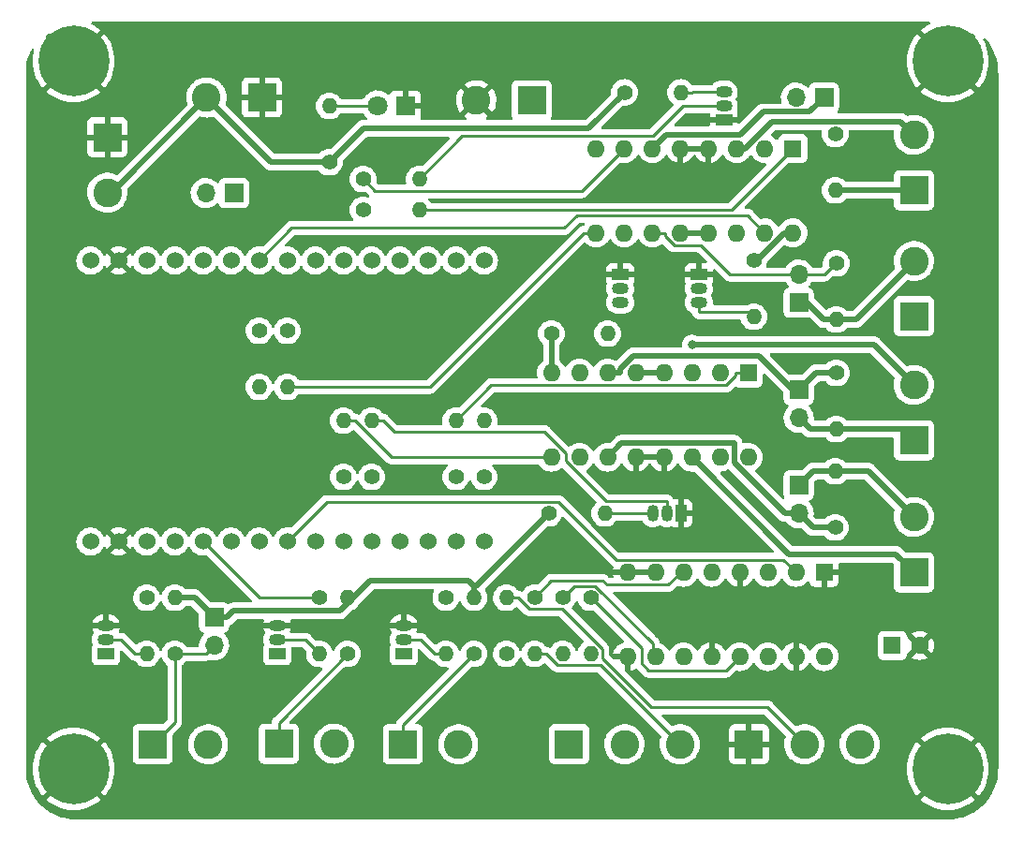
<source format=gbr>
%TF.GenerationSoftware,KiCad,Pcbnew,(5.99.0-11674-g69322a18e7)*%
%TF.CreationDate,2021-09-14T17:31:02+01:00*%
%TF.ProjectId,ScubarLightController,53637562-6172-44c6-9967-6874436f6e74,rev?*%
%TF.SameCoordinates,Original*%
%TF.FileFunction,Copper,L1,Top*%
%TF.FilePolarity,Positive*%
%FSLAX46Y46*%
G04 Gerber Fmt 4.6, Leading zero omitted, Abs format (unit mm)*
G04 Created by KiCad (PCBNEW (5.99.0-11674-g69322a18e7)) date 2021-09-14 17:31:02*
%MOMM*%
%LPD*%
G01*
G04 APERTURE LIST*
%TA.AperFunction,ComponentPad*%
%ADD10C,1.400000*%
%TD*%
%TA.AperFunction,ComponentPad*%
%ADD11O,1.400000X1.400000*%
%TD*%
%TA.AperFunction,ComponentPad*%
%ADD12R,1.500000X1.050000*%
%TD*%
%TA.AperFunction,ComponentPad*%
%ADD13O,1.500000X1.050000*%
%TD*%
%TA.AperFunction,ComponentPad*%
%ADD14R,1.700000X1.700000*%
%TD*%
%TA.AperFunction,ComponentPad*%
%ADD15O,1.700000X1.700000*%
%TD*%
%TA.AperFunction,ComponentPad*%
%ADD16C,6.400000*%
%TD*%
%TA.AperFunction,ComponentPad*%
%ADD17C,0.800000*%
%TD*%
%TA.AperFunction,ComponentPad*%
%ADD18R,2.600000X2.600000*%
%TD*%
%TA.AperFunction,ComponentPad*%
%ADD19C,2.600000*%
%TD*%
%TA.AperFunction,ComponentPad*%
%ADD20O,1.600000X1.600000*%
%TD*%
%TA.AperFunction,ComponentPad*%
%ADD21R,1.600000X1.600000*%
%TD*%
%TA.AperFunction,ComponentPad*%
%ADD22C,1.524000*%
%TD*%
%TA.AperFunction,ComponentPad*%
%ADD23R,1.050000X1.500000*%
%TD*%
%TA.AperFunction,ComponentPad*%
%ADD24O,1.050000X1.500000*%
%TD*%
%TA.AperFunction,ComponentPad*%
%ADD25C,1.600000*%
%TD*%
%TA.AperFunction,ComponentPad*%
%ADD26R,1.800000X1.800000*%
%TD*%
%TA.AperFunction,ComponentPad*%
%ADD27C,1.800000*%
%TD*%
%TA.AperFunction,ViaPad*%
%ADD28C,0.800000*%
%TD*%
%TA.AperFunction,Conductor*%
%ADD29C,0.250000*%
%TD*%
%TA.AperFunction,Conductor*%
%ADD30C,0.500000*%
%TD*%
G04 APERTURE END LIST*
D10*
%TO.P,R23,1*%
%TO.N,Net-(J15-Pad1)*%
X57522500Y-76200000D03*
D11*
%TO.P,R23,2*%
%TO.N,+5V*%
X57522500Y-71120000D03*
%TD*%
D12*
%TO.P,Q3,1,E*%
%TO.N,GND*%
X77859500Y-41910000D03*
D13*
%TO.P,Q3,2,B*%
%TO.N,Net-(Q3-Pad2)*%
X77859500Y-43180000D03*
%TO.P,Q3,3,C*%
%TO.N,Net-(Q3-Pad3)*%
X77859500Y-44450000D03*
%TD*%
D10*
%TO.P,R1,1*%
%TO.N,Net-(J14-Pad2)*%
X30480000Y-76200000D03*
D11*
%TO.P,R1,2*%
%TO.N,+5V*%
X30480000Y-71120000D03*
%TD*%
D14*
%TO.P,J14,1,Pin_1*%
%TO.N,+5V*%
X34036000Y-72898000D03*
D15*
%TO.P,J14,2,Pin_2*%
%TO.N,Net-(J14-Pad2)*%
X34036000Y-75438000D03*
%TD*%
D10*
%TO.P,R27,1*%
%TO.N,Net-(R27-Pad1)*%
X68072000Y-71120000D03*
D11*
%TO.P,R27,2*%
%TO.N,/Adressable RGB/RGB_4_OUT*%
X68072000Y-76200000D03*
%TD*%
D16*
%TO.P,H3,1,1*%
%TO.N,GND*%
X100336000Y-86606000D03*
D17*
X98638944Y-84908944D03*
X102033056Y-84908944D03*
X97936000Y-86606000D03*
X102033056Y-88303056D03*
X98638944Y-88303056D03*
X102736000Y-86606000D03*
X100336000Y-84206000D03*
X100336000Y-89006000D03*
%TD*%
%TO.P,H1,1,1*%
%TO.N,GND*%
X19638944Y-88303056D03*
X21336000Y-84206000D03*
X19638944Y-84908944D03*
X23033056Y-88303056D03*
X23033056Y-84908944D03*
X18936000Y-86606000D03*
X21336000Y-89006000D03*
X23736000Y-86606000D03*
D16*
X21336000Y-86606000D03*
%TD*%
D18*
%TO.P,J12,1,Pin_1*%
%TO.N,GND*%
X38354000Y-25908000D03*
D19*
%TO.P,J12,2,Pin_2*%
%TO.N,+5V*%
X33354000Y-25908000D03*
%TD*%
D18*
%TO.P,J4,1,Pin_1*%
%TO.N,Net-(J17-Pad2)*%
X97282000Y-56896000D03*
D19*
%TO.P,J4,2,Pin_2*%
%TO.N,/5V Fairy Lights/L1_A*%
X97282000Y-51896000D03*
%TD*%
D20*
%TO.P,,7,GND*%
%TO.N,GND*%
X71374000Y-68834000D03*
%TD*%
D12*
%TO.P,Q6,1,E*%
%TO.N,GND*%
X70747500Y-41910000D03*
D13*
%TO.P,Q6,2,B*%
%TO.N,Net-(Q6-Pad2)*%
X70747500Y-43180000D03*
%TO.P,Q6,3,C*%
%TO.N,Net-(Q6-Pad3)*%
X70747500Y-44450000D03*
%TD*%
D18*
%TO.P,J15,1,Pin_1*%
%TO.N,Net-(J15-Pad1)*%
X51094000Y-84379000D03*
D19*
%TO.P,J15,2,Pin_2*%
%TO.N,Net-(J15-Pad2)*%
X56094000Y-84379000D03*
%TD*%
D10*
%TO.P,R25,1*%
%TO.N,Net-(R25-Pad1)*%
X62992000Y-71120000D03*
D11*
%TO.P,R25,2*%
%TO.N,/Adressable RGB/RGB_2_OUT*%
X62992000Y-76200000D03*
%TD*%
D10*
%TO.P,R10,1*%
%TO.N,/31V Fairy Lights/L2_A*%
X90260000Y-40894000D03*
D11*
%TO.P,R10,2*%
%TO.N,Net-(J10-Pad1)*%
X90260000Y-45974000D03*
%TD*%
D10*
%TO.P,R5,1*%
%TO.N,+5V*%
X82804000Y-40640000D03*
D11*
%TO.P,R5,2*%
%TO.N,Net-(Q3-Pad3)*%
X82804000Y-45720000D03*
%TD*%
D21*
%TO.P,U3,1,EN1\u002C2*%
%TO.N,Net-(R15-Pad2)*%
X86345000Y-30520000D03*
D20*
%TO.P,U3,2,1A*%
%TO.N,Net-(Q5-Pad3)*%
X83805000Y-30520000D03*
%TO.P,U3,3,1Y*%
%TO.N,/31V Fairy Lights/L1_A*%
X81265000Y-30520000D03*
%TO.P,U3,4,GND*%
%TO.N,GND*%
X78725000Y-30520000D03*
%TO.P,U3,5,GND*%
X76185000Y-30520000D03*
%TO.P,U3,6,2Y*%
%TO.N,/31V Fairy Lights/L1_B*%
X73645000Y-30520000D03*
%TO.P,U3,7,2A*%
%TO.N,S1_SEL*%
X71105000Y-30520000D03*
%TO.P,U3,8,VCC2*%
%TO.N,+28V*%
X68565000Y-30520000D03*
%TO.P,U3,9,EN3\u002C4*%
%TO.N,Net-(R16-Pad2)*%
X68565000Y-38140000D03*
%TO.P,U3,10,3A*%
%TO.N,Net-(Q6-Pad3)*%
X71105000Y-38140000D03*
%TO.P,U3,11,3Y*%
%TO.N,/31V Fairy Lights/L2_A*%
X73645000Y-38140000D03*
%TO.P,U3,12,GND*%
%TO.N,GND*%
X76185000Y-38140000D03*
%TO.P,U3,13,GND*%
X78725000Y-38140000D03*
%TO.P,U3,14,4Y*%
%TO.N,/31V Fairy Lights/L2_B*%
X81265000Y-38140000D03*
%TO.P,U3,15,4A*%
%TO.N,S2_SEL*%
X83805000Y-38140000D03*
%TO.P,U3,16,VCC1*%
%TO.N,+5V*%
X86345000Y-38140000D03*
%TD*%
D21*
%TO.P,U5,1,1~{OE}*%
%TO.N,GND*%
X89154000Y-68834000D03*
D20*
%TO.P,U5,2,1A*%
%TO.N,RGB_DATA_1*%
X86614000Y-68834000D03*
%TO.P,U5,3,1Y*%
%TO.N,Net-(R24-Pad1)*%
X84074000Y-68834000D03*
%TO.P,U5,4,2~{OE}*%
%TO.N,GND*%
X81534000Y-68834000D03*
%TO.P,U5,5,2A*%
%TO.N,RGB_DATA_2*%
X78994000Y-68834000D03*
%TO.P,U5,6,2Y*%
%TO.N,Net-(R25-Pad1)*%
X76454000Y-68834000D03*
%TO.P,U5,7,GND*%
%TO.N,GND*%
X73914000Y-68834000D03*
%TO.P,U5,8,3Y*%
%TO.N,Net-(R26-Pad1)*%
X73914000Y-76454000D03*
%TO.P,U5,9,3A*%
%TO.N,RGB_DATA_3*%
X76454000Y-76454000D03*
%TO.P,U5,10,3~{OE}*%
%TO.N,GND*%
X78994000Y-76454000D03*
%TO.P,U5,11,4Y*%
%TO.N,Net-(R27-Pad1)*%
X81534000Y-76454000D03*
%TO.P,U5,12,4A*%
%TO.N,RGB_DATA_4*%
X84074000Y-76454000D03*
%TO.P,U5,13,4~{OE}*%
%TO.N,GND*%
X86614000Y-76454000D03*
%TO.P,U5,14,Vcc*%
%TO.N,+5V*%
X89154000Y-76454000D03*
%TD*%
D10*
%TO.P,R22,1*%
%TO.N,LED_3*%
X54982500Y-71120000D03*
D11*
%TO.P,R22,2*%
%TO.N,Net-(Q7-Pad2)*%
X54982500Y-76200000D03*
%TD*%
D10*
%TO.P,R13,1*%
%TO.N,+5V*%
X71120000Y-25440000D03*
D11*
%TO.P,R13,2*%
%TO.N,Net-(Q5-Pad3)*%
X76200000Y-25440000D03*
%TD*%
D22*
%TO.P,U4,1,EN*%
%TO.N,unconnected-(U4-Pad1)*%
X58420000Y-40640000D03*
%TO.P,U4,2,IO36/VP*%
%TO.N,unconnected-(U4-Pad2)*%
X55880000Y-40640000D03*
%TO.P,U4,3,IO39/VN*%
%TO.N,unconnected-(U4-Pad3)*%
X53340000Y-40640000D03*
%TO.P,U4,4,IO34*%
%TO.N,unconnected-(U4-Pad4)*%
X50800000Y-40640000D03*
%TO.P,U4,5,IO35*%
%TO.N,unconnected-(U4-Pad5)*%
X48260000Y-40640000D03*
%TO.P,U4,6,IO32*%
%TO.N,S1_PWM*%
X45720000Y-40640000D03*
%TO.P,U4,7,IO33*%
%TO.N,S1_SEL*%
X43180000Y-40640000D03*
%TO.P,U4,8,IO25*%
%TO.N,S2_PWM*%
X40640000Y-40640000D03*
%TO.P,U4,9,IO26*%
%TO.N,S2_SEL*%
X38100000Y-40640000D03*
%TO.P,U4,10,IO27*%
%TO.N,RGB_DATA_3*%
X35560000Y-40640000D03*
%TO.P,U4,11,IO14*%
%TO.N,RGB_DATA_4*%
X33020000Y-40640000D03*
%TO.P,U4,12,IO12*%
%TO.N,unconnected-(U4-Pad12)*%
X30480000Y-40640000D03*
%TO.P,U4,13,IO13*%
%TO.N,unconnected-(U4-Pad13)*%
X27940000Y-40640000D03*
%TO.P,U4,14,GND*%
%TO.N,GND*%
X25400000Y-40640000D03*
%TO.P,U4,15,VIN*%
%TO.N,Net-(J16-Pad1)*%
X22860000Y-40640000D03*
%TO.P,U4,16,IO23*%
%TO.N,S3_SEL*%
X58420000Y-66040000D03*
%TO.P,U4,17,IO22*%
%TO.N,S3_PWM*%
X55880000Y-66040000D03*
%TO.P,U4,18,IO1/TX0*%
%TO.N,unconnected-(U4-Pad18)*%
X53340000Y-66040000D03*
%TO.P,U4,19,IO3/RX0*%
%TO.N,unconnected-(U4-Pad19)*%
X50800000Y-66040000D03*
%TO.P,U4,20,IO21*%
%TO.N,S4_SEL*%
X48260000Y-66040000D03*
%TO.P,U4,21,IO19*%
%TO.N,S4_PWM*%
X45720000Y-66040000D03*
%TO.P,U4,22,IO18*%
%TO.N,LED_3*%
X43180000Y-66040000D03*
%TO.P,U4,23,IO5*%
%TO.N,RGB_DATA_1*%
X40640000Y-66040000D03*
%TO.P,U4,24,IO17/TX2*%
%TO.N,unconnected-(U4-Pad24)*%
X38100000Y-66040000D03*
%TO.P,U4,25,IO16/RX2*%
%TO.N,unconnected-(U4-Pad25)*%
X35560000Y-66040000D03*
%TO.P,U4,26,IO4*%
%TO.N,LED_2*%
X33020000Y-66040000D03*
%TO.P,U4,27,IO2*%
%TO.N,RGB_DATA_2*%
X30480000Y-66040000D03*
%TO.P,U4,28,IO15*%
%TO.N,LED_1*%
X27940000Y-66040000D03*
%TO.P,U4,29,GND*%
%TO.N,GND*%
X25400000Y-66040000D03*
%TO.P,U4,30,3V3*%
%TO.N,unconnected-(U4-Pad30)*%
X22860000Y-66040000D03*
%TD*%
D14*
%TO.P,J17,1,Pin_1*%
%TO.N,/5V Fairy Lights/L1_B*%
X86868000Y-52324000D03*
D15*
%TO.P,J17,2,Pin_2*%
%TO.N,Net-(J17-Pad2)*%
X86868000Y-54864000D03*
%TD*%
D21*
%TO.P,U2,1,EN1\u002C2*%
%TO.N,Net-(R7-Pad2)*%
X82296000Y-50800000D03*
D20*
%TO.P,U2,2,1A*%
%TO.N,Net-(Q3-Pad3)*%
X79756000Y-50800000D03*
%TO.P,U2,3,1Y*%
%TO.N,/5V Fairy Lights/L1_A*%
X77216000Y-50800000D03*
%TO.P,U2,4,GND*%
%TO.N,GND*%
X74676000Y-50800000D03*
%TO.P,U2,5,GND*%
X72136000Y-50800000D03*
%TO.P,U2,6,2Y*%
%TO.N,/5V Fairy Lights/L1_B*%
X69596000Y-50800000D03*
%TO.P,U2,7,2A*%
%TO.N,S3_SEL*%
X67056000Y-50800000D03*
%TO.P,U2,8,VCC2*%
%TO.N,+5V*%
X64516000Y-50800000D03*
%TO.P,U2,9,EN3\u002C4*%
%TO.N,Net-(R8-Pad2)*%
X64516000Y-58420000D03*
%TO.P,U2,10,3A*%
%TO.N,Net-(Q4-Pad3)*%
X67056000Y-58420000D03*
%TO.P,U2,11,3Y*%
%TO.N,/5V Fairy Lights/L2_A*%
X69596000Y-58420000D03*
%TO.P,U2,12,GND*%
%TO.N,GND*%
X72136000Y-58420000D03*
%TO.P,U2,13,GND*%
X74676000Y-58420000D03*
%TO.P,U2,14,4Y*%
%TO.N,/5V Fairy Lights/L2_B*%
X77216000Y-58420000D03*
%TO.P,U2,15,4A*%
%TO.N,S4_SEL*%
X79756000Y-58420000D03*
%TO.P,U2,16,VCC1*%
%TO.N,+5V*%
X82296000Y-58420000D03*
%TD*%
D14*
%TO.P,J9,1,Pin_1*%
%TO.N,/31V Fairy Lights/L1_B*%
X89154000Y-25908000D03*
D15*
%TO.P,J9,2,Pin_2*%
%TO.N,Net-(J2-Pad1)*%
X86614000Y-25908000D03*
%TD*%
D10*
%TO.P,R26,1*%
%TO.N,Net-(R26-Pad1)*%
X65532000Y-71120000D03*
D11*
%TO.P,R26,2*%
%TO.N,/Adressable RGB/RGB_3_OUT*%
X65532000Y-76200000D03*
%TD*%
D23*
%TO.P,Q4,1,E*%
%TO.N,GND*%
X76200000Y-63500000D03*
D24*
%TO.P,Q4,2,B*%
%TO.N,Net-(Q4-Pad2)*%
X74930000Y-63500000D03*
%TO.P,Q4,3,C*%
%TO.N,Net-(Q4-Pad3)*%
X73660000Y-63500000D03*
%TD*%
D12*
%TO.P,Q1,1,C*%
%TO.N,Net-(J7-Pad2)*%
X39742500Y-76200000D03*
D13*
%TO.P,Q1,2,B*%
%TO.N,Net-(Q1-Pad2)*%
X39742500Y-74930000D03*
%TO.P,Q1,3,E*%
%TO.N,GND*%
X39742500Y-73660000D03*
%TD*%
D10*
%TO.P,R20,1*%
%TO.N,LED_2*%
X43552500Y-71120000D03*
D11*
%TO.P,R20,2*%
%TO.N,Net-(Q1-Pad2)*%
X43552500Y-76200000D03*
%TD*%
D10*
%TO.P,R19,1*%
%TO.N,LED_1*%
X27940000Y-71120000D03*
D11*
%TO.P,R19,2*%
%TO.N,Net-(Q2-Pad2)*%
X27940000Y-76200000D03*
%TD*%
D10*
%TO.P,R2,1*%
%TO.N,+5V*%
X44450000Y-31750000D03*
D11*
%TO.P,R2,2*%
%TO.N,Net-(D1-Pad2)*%
X44450000Y-26670000D03*
%TD*%
D10*
%TO.P,R14,1*%
%TO.N,+5V*%
X64516000Y-47244000D03*
D11*
%TO.P,R14,2*%
%TO.N,Net-(Q6-Pad3)*%
X69596000Y-47244000D03*
%TD*%
D18*
%TO.P,J8,1,Pin_1*%
%TO.N,GND*%
X24384000Y-29504000D03*
D19*
%TO.P,J8,2,Pin_2*%
%TO.N,+5V*%
X24384000Y-34504000D03*
%TD*%
D12*
%TO.P,Q5,1,E*%
%TO.N,GND*%
X80100000Y-27940000D03*
D13*
%TO.P,Q5,2,B*%
%TO.N,Net-(Q5-Pad2)*%
X80100000Y-26670000D03*
%TO.P,Q5,3,C*%
%TO.N,Net-(Q5-Pad3)*%
X80100000Y-25400000D03*
%TD*%
D10*
%TO.P,R21,1*%
%TO.N,Net-(J7-Pad1)*%
X46092500Y-76200000D03*
D11*
%TO.P,R21,2*%
%TO.N,+5V*%
X46092500Y-71120000D03*
%TD*%
D12*
%TO.P,Q2,1,C*%
%TO.N,Net-(J6-Pad2)*%
X24265500Y-76200000D03*
D13*
%TO.P,Q2,2,B*%
%TO.N,Net-(Q2-Pad2)*%
X24265500Y-74930000D03*
%TO.P,Q2,3,E*%
%TO.N,GND*%
X24265500Y-73660000D03*
%TD*%
D20*
%TO.P,,7,GND*%
%TO.N,GND*%
X71374000Y-76454000D03*
%TD*%
D14*
%TO.P,J10,1,Pin_1*%
%TO.N,Net-(J10-Pad1)*%
X86868000Y-44450000D03*
D15*
%TO.P,J10,2,Pin_2*%
%TO.N,/31V Fairy Lights/L2_A*%
X86868000Y-41910000D03*
%TD*%
D12*
%TO.P,Q7,1,C*%
%TO.N,Net-(J15-Pad2)*%
X51172500Y-76200000D03*
D13*
%TO.P,Q7,2,B*%
%TO.N,Net-(Q7-Pad2)*%
X51172500Y-74930000D03*
%TO.P,Q7,3,E*%
%TO.N,GND*%
X51172500Y-73660000D03*
%TD*%
D10*
%TO.P,R12,1*%
%TO.N,S2_SEL*%
X38100000Y-46990000D03*
D11*
%TO.P,R12,2*%
%TO.N,Net-(Q6-Pad2)*%
X38100000Y-52070000D03*
%TD*%
D18*
%TO.P,J6,1,Pin_1*%
%TO.N,Net-(J14-Pad2)*%
X28488000Y-84379000D03*
D19*
%TO.P,J6,2,Pin_2*%
%TO.N,Net-(J6-Pad2)*%
X33488000Y-84379000D03*
%TD*%
D18*
%TO.P,J13,1,Pin_1*%
%TO.N,GND*%
X82376000Y-84379000D03*
D19*
%TO.P,J13,2,Pin_2*%
%TO.N,/Adressable RGB/RGB_1_OUT*%
X87376000Y-84379000D03*
%TO.P,J13,3,Pin_3*%
%TO.N,+5V*%
X92376000Y-84379000D03*
%TD*%
D21*
%TO.P,C3,1*%
%TO.N,+5V*%
X95314900Y-75438000D03*
D25*
%TO.P,C3,2*%
%TO.N,GND*%
X97814900Y-75438000D03*
%TD*%
D14*
%TO.P,J18,1,Pin_1*%
%TO.N,Net-(J18-Pad1)*%
X86868000Y-60960000D03*
D15*
%TO.P,J18,2,Pin_2*%
%TO.N,/5V Fairy Lights/L2_A*%
X86868000Y-63500000D03*
%TD*%
D10*
%TO.P,R6,1*%
%TO.N,+5V*%
X64262000Y-63500000D03*
D11*
%TO.P,R6,2*%
%TO.N,Net-(Q4-Pad3)*%
X69342000Y-63500000D03*
%TD*%
D26*
%TO.P,D1,1,K*%
%TO.N,GND*%
X51313000Y-26670000D03*
D27*
%TO.P,D1,2,A*%
%TO.N,Net-(D1-Pad2)*%
X48773000Y-26670000D03*
%TD*%
D14*
%TO.P,J16,1,Pin_1*%
%TO.N,Net-(J16-Pad1)*%
X35819000Y-34544000D03*
D15*
%TO.P,J16,2,Pin_2*%
%TO.N,+5V*%
X33279000Y-34544000D03*
%TD*%
D10*
%TO.P,R9,1*%
%TO.N,/31V Fairy Lights/L1_B*%
X90170000Y-29210000D03*
D11*
%TO.P,R9,2*%
%TO.N,Net-(J2-Pad1)*%
X90170000Y-34290000D03*
%TD*%
D18*
%TO.P,J11,1,Pin_1*%
%TO.N,/Adressable RGB/RGB_4_OUT*%
X66120000Y-84379000D03*
D19*
%TO.P,J11,2,Pin_2*%
%TO.N,/Adressable RGB/RGB_3_OUT*%
X71120000Y-84379000D03*
%TO.P,J11,3,Pin_3*%
%TO.N,/Adressable RGB/RGB_2_OUT*%
X76120000Y-84379000D03*
%TD*%
D10*
%TO.P,R3,1*%
%TO.N,S3_SEL*%
X58420000Y-60198000D03*
D11*
%TO.P,R3,2*%
%TO.N,Net-(Q3-Pad2)*%
X58420000Y-55118000D03*
%TD*%
D18*
%TO.P,J2,1,Pin_1*%
%TO.N,Net-(J2-Pad1)*%
X97282000Y-34290000D03*
D19*
%TO.P,J2,2,Pin_2*%
%TO.N,/31V Fairy Lights/L1_A*%
X97282000Y-29290000D03*
%TD*%
D10*
%TO.P,R18,1*%
%TO.N,/5V Fairy Lights/L2_A*%
X90170000Y-64770000D03*
D11*
%TO.P,R18,2*%
%TO.N,Net-(J18-Pad1)*%
X90170000Y-59690000D03*
%TD*%
D18*
%TO.P,J1,1,Pin_1*%
%TO.N,+28V*%
X62738000Y-26162000D03*
D19*
%TO.P,J1,2,Pin_2*%
%TO.N,GND*%
X57738000Y-26162000D03*
%TD*%
D10*
%TO.P,R24,1*%
%TO.N,Net-(R24-Pad1)*%
X60452000Y-76200000D03*
D11*
%TO.P,R24,2*%
%TO.N,/Adressable RGB/RGB_1_OUT*%
X60452000Y-71120000D03*
%TD*%
D18*
%TO.P,J7,1,Pin_1*%
%TO.N,Net-(J7-Pad1)*%
X39878000Y-84328000D03*
D19*
%TO.P,J7,2,Pin_2*%
%TO.N,Net-(J7-Pad2)*%
X44878000Y-84328000D03*
%TD*%
D10*
%TO.P,R4,1*%
%TO.N,S4_SEL*%
X48260000Y-60198000D03*
D11*
%TO.P,R4,2*%
%TO.N,Net-(Q4-Pad2)*%
X48260000Y-55118000D03*
%TD*%
D10*
%TO.P,R17,1*%
%TO.N,/5V Fairy Lights/L1_B*%
X90260000Y-50800000D03*
D11*
%TO.P,R17,2*%
%TO.N,Net-(J17-Pad2)*%
X90260000Y-55880000D03*
%TD*%
D10*
%TO.P,R15,1*%
%TO.N,S1_PWM*%
X47498000Y-36068000D03*
D11*
%TO.P,R15,2*%
%TO.N,Net-(R15-Pad2)*%
X52578000Y-36068000D03*
%TD*%
D10*
%TO.P,R11,1*%
%TO.N,S1_SEL*%
X47498000Y-33274000D03*
D11*
%TO.P,R11,2*%
%TO.N,Net-(Q5-Pad2)*%
X52578000Y-33274000D03*
%TD*%
D18*
%TO.P,J5,1,Pin_1*%
%TO.N,/5V Fairy Lights/L2_B*%
X97282000Y-68834000D03*
D19*
%TO.P,J5,2,Pin_2*%
%TO.N,Net-(J18-Pad1)*%
X97282000Y-63834000D03*
%TD*%
D17*
%TO.P,H2,1,1*%
%TO.N,GND*%
X100336000Y-20206000D03*
X100336000Y-25006000D03*
X102033056Y-20908944D03*
X97936000Y-22606000D03*
X102033056Y-24303056D03*
X98638944Y-24303056D03*
X102736000Y-22606000D03*
D16*
X100336000Y-22606000D03*
D17*
X98638944Y-20908944D03*
%TD*%
D10*
%TO.P,R16,1*%
%TO.N,S2_PWM*%
X40640000Y-46990000D03*
D11*
%TO.P,R16,2*%
%TO.N,Net-(R16-Pad2)*%
X40640000Y-52070000D03*
%TD*%
D10*
%TO.P,R8,1*%
%TO.N,S4_PWM*%
X45720000Y-60198000D03*
D11*
%TO.P,R8,2*%
%TO.N,Net-(R8-Pad2)*%
X45720000Y-55118000D03*
%TD*%
D17*
%TO.P,H4,1,1*%
%TO.N,GND*%
X18936000Y-22606000D03*
X23736000Y-22606000D03*
X19638944Y-20908944D03*
X23033056Y-20908944D03*
X23033056Y-24303056D03*
D16*
X21336000Y-22606000D03*
D17*
X19638944Y-24303056D03*
X21336000Y-25006000D03*
X21336000Y-20206000D03*
%TD*%
D10*
%TO.P,R7,1*%
%TO.N,S3_PWM*%
X55880000Y-60198000D03*
D11*
%TO.P,R7,2*%
%TO.N,Net-(R7-Pad2)*%
X55880000Y-55118000D03*
%TD*%
D18*
%TO.P,J3,1,Pin_1*%
%TO.N,/31V Fairy Lights/L2_B*%
X97282000Y-45680000D03*
D19*
%TO.P,J3,2,Pin_2*%
%TO.N,Net-(J10-Pad1)*%
X97282000Y-40680000D03*
%TD*%
D28*
%TO.N,GND*%
X72136000Y-53340000D03*
X74676000Y-53340000D03*
%TO.N,/5V Fairy Lights/L1_A*%
X77216000Y-48260000D03*
%TD*%
D29*
%TO.N,Net-(J14-Pad2)*%
X28488000Y-84379000D02*
X30480000Y-82387000D01*
X30480000Y-82387000D02*
X30480000Y-76200000D01*
X30480000Y-76200000D02*
X33274000Y-76200000D01*
X33274000Y-76200000D02*
X34036000Y-75438000D01*
D30*
%TO.N,Net-(J10-Pad1)*%
X92039000Y-45974000D02*
X90170000Y-45974000D01*
X90170000Y-45974000D02*
X89144700Y-45974000D01*
X97333000Y-40680000D02*
X92039000Y-45974000D01*
X87620700Y-44450000D02*
X86614000Y-44450000D01*
X89144700Y-45974000D02*
X87620700Y-44450000D01*
D29*
%TO.N,LED_2*%
X38100000Y-71120000D02*
X33020000Y-66040000D01*
X43552500Y-71120000D02*
X38100000Y-71120000D01*
D30*
%TO.N,+5V*%
X57522500Y-71120000D02*
X57522500Y-70094700D01*
D29*
X82934100Y-40640000D02*
X82804000Y-40640000D01*
X57667300Y-70094700D02*
X57522500Y-70094700D01*
D30*
X48129200Y-69596000D02*
X57023800Y-69596000D01*
X30480000Y-71120000D02*
X32258000Y-71120000D01*
X45401200Y-72324000D02*
X35785300Y-72324000D01*
D29*
X46092500Y-71120000D02*
X46605200Y-71120000D01*
D30*
X24758000Y-34504000D02*
X33354000Y-25908000D01*
X46605200Y-71120000D02*
X45401200Y-72324000D01*
X86345000Y-38140000D02*
X85572076Y-38140000D01*
X57023800Y-69596000D02*
X57522500Y-70094700D01*
X85572076Y-38140000D02*
X83072076Y-40640000D01*
X39196000Y-31750000D02*
X44450000Y-31750000D01*
X67858000Y-28702000D02*
X71120000Y-25440000D01*
X46605200Y-71120000D02*
X48129200Y-69596000D01*
X64516000Y-47244000D02*
X64516000Y-50800000D01*
X64262000Y-63500000D02*
X57667300Y-70094700D01*
X47498000Y-28702000D02*
X67858000Y-28702000D01*
X83072076Y-40640000D02*
X82934100Y-40640000D01*
X33354000Y-25908000D02*
X39196000Y-31750000D01*
X32258000Y-71120000D02*
X34036000Y-72898000D01*
X35785300Y-72324000D02*
X35211300Y-72898000D01*
X34036000Y-72898000D02*
X35211300Y-72898000D01*
X44450000Y-31750000D02*
X47498000Y-28702000D01*
D29*
X24384000Y-34504000D02*
X24758000Y-34504000D01*
%TO.N,Net-(R7-Pad2)*%
X55880000Y-55118000D02*
X59072700Y-51925300D01*
X81170700Y-50800000D02*
X82296000Y-50800000D01*
X81170700Y-51081400D02*
X81170700Y-50800000D01*
X80326800Y-51925300D02*
X81170700Y-51081400D01*
X59072700Y-51925300D02*
X80326800Y-51925300D01*
%TO.N,Net-(Q3-Pad3)*%
X77859500Y-45300300D02*
X82384300Y-45300300D01*
X77859500Y-44450000D02*
X77859500Y-45300300D01*
X82384300Y-45300300D02*
X82804000Y-45720000D01*
%TO.N,S1_SEL*%
X48589900Y-34365900D02*
X67259100Y-34365900D01*
X47498000Y-33274000D02*
X48589900Y-34365900D01*
X67259100Y-34365900D02*
X71105000Y-30520000D01*
%TO.N,S2_SEL*%
X82241000Y-36576000D02*
X66802000Y-36576000D01*
X65688400Y-37689600D02*
X41050400Y-37689600D01*
X83805000Y-38140000D02*
X82241000Y-36576000D01*
X66802000Y-36576000D02*
X65688400Y-37689600D01*
X41050400Y-37689600D02*
X38100000Y-40640000D01*
%TO.N,Net-(Q4-Pad3)*%
X69342000Y-63500000D02*
X73660000Y-63500000D01*
%TO.N,Net-(Q5-Pad3)*%
X77265300Y-25400000D02*
X77225300Y-25440000D01*
X76200000Y-25440000D02*
X77225300Y-25440000D01*
X80100000Y-25400000D02*
X77265300Y-25400000D01*
%TO.N,Net-(Q4-Pad2)*%
X65786000Y-58063000D02*
X65786000Y-58752200D01*
X63866300Y-56143300D02*
X65786000Y-58063000D01*
X74930000Y-63500000D02*
X74930000Y-62424700D01*
X69458500Y-62424700D02*
X74930000Y-62424700D01*
X65786000Y-58752200D02*
X69458500Y-62424700D01*
X50310600Y-56143300D02*
X63866300Y-56143300D01*
X48260000Y-55118000D02*
X49285300Y-55118000D01*
X49285300Y-55118000D02*
X50310600Y-56143300D01*
%TO.N,Net-(J7-Pad1)*%
X39878000Y-84328000D02*
X39878000Y-82414500D01*
X39878000Y-82414500D02*
X46092500Y-76200000D01*
D30*
%TO.N,/31V Fairy Lights/L1_B*%
X81600511Y-29270489D02*
X74894511Y-29270489D01*
X74894511Y-29270489D02*
X73645000Y-30520000D01*
X89154000Y-25908000D02*
X87854489Y-27207511D01*
X87854489Y-27207511D02*
X83663489Y-27207511D01*
X83663489Y-27207511D02*
X81600511Y-29270489D01*
%TO.N,/31V Fairy Lights/L1_A*%
X96052489Y-28060489D02*
X84461511Y-28060489D01*
X97282000Y-29290000D02*
X96052489Y-28060489D01*
X84461511Y-28060489D02*
X82002000Y-30520000D01*
X82002000Y-30520000D02*
X81265000Y-30520000D01*
D29*
%TO.N,/31V Fairy Lights/L2_A*%
X80682400Y-41910000D02*
X86614000Y-41910000D01*
X74770300Y-38140000D02*
X74770300Y-38421400D01*
X74770300Y-38421400D02*
X75614200Y-39265300D01*
X73645000Y-38140000D02*
X74770300Y-38140000D01*
X75614200Y-39265300D02*
X78037700Y-39265300D01*
X89154000Y-41910000D02*
X86614000Y-41910000D01*
X90170000Y-40894000D02*
X89154000Y-41910000D01*
X78037700Y-39265300D02*
X80682400Y-41910000D01*
D30*
%TO.N,/5V Fairy Lights/L1_B*%
X86319022Y-52324000D02*
X86868000Y-52324000D01*
X83271022Y-49276000D02*
X86319022Y-52324000D01*
X70721300Y-50447624D02*
X71892924Y-49276000D01*
X90260000Y-50800000D02*
X88392000Y-50800000D01*
X88392000Y-50800000D02*
X86868000Y-52324000D01*
X70721300Y-50800000D02*
X70721300Y-50447624D01*
X71892924Y-49276000D02*
X83271022Y-49276000D01*
X69596000Y-50800000D02*
X70721300Y-50800000D01*
%TO.N,/5V Fairy Lights/L1_A*%
X77216000Y-48260000D02*
X93646000Y-48260000D01*
X93646000Y-48260000D02*
X97282000Y-51896000D01*
%TO.N,/5V Fairy Lights/L2_B*%
X95656700Y-67208700D02*
X86004700Y-67208700D01*
X97282000Y-68834000D02*
X95656700Y-67208700D01*
X86004700Y-67208700D02*
X77216000Y-58420000D01*
%TO.N,/5V Fairy Lights/L2_A*%
X69596000Y-58417900D02*
X70843411Y-57170489D01*
X81026000Y-57170489D02*
X81026000Y-58917076D01*
X90170000Y-64770000D02*
X88138000Y-64770000D01*
X85608924Y-63500000D02*
X86868000Y-63500000D01*
X69596000Y-58420000D02*
X69596000Y-58417900D01*
X81026000Y-58917076D02*
X85608924Y-63500000D01*
X70843411Y-57170489D02*
X81026000Y-57170489D01*
X88138000Y-64770000D02*
X86868000Y-63500000D01*
D29*
%TO.N,Net-(D1-Pad2)*%
X48773000Y-26670000D02*
X44450000Y-26670000D01*
%TO.N,Net-(Q5-Pad2)*%
X73695500Y-29394600D02*
X76420100Y-26670000D01*
X76420100Y-26670000D02*
X80100000Y-26670000D01*
X56457400Y-29394600D02*
X73695500Y-29394600D01*
X52578000Y-33274000D02*
X56457400Y-29394600D01*
%TO.N,Net-(R8-Pad2)*%
X50047300Y-58420000D02*
X64516000Y-58420000D01*
X45720000Y-55118000D02*
X46745300Y-55118000D01*
X46745300Y-55118000D02*
X50047300Y-58420000D01*
%TO.N,Net-(R15-Pad2)*%
X52578000Y-36068000D02*
X80772000Y-36068000D01*
X86320000Y-30520000D02*
X86345000Y-30520000D01*
X80772000Y-36068000D02*
X86320000Y-30520000D01*
%TO.N,Net-(R16-Pad2)*%
X68565000Y-38140000D02*
X67439700Y-38140000D01*
X53509700Y-52070000D02*
X67439700Y-38140000D01*
X40640000Y-52070000D02*
X53509700Y-52070000D01*
D30*
%TO.N,Net-(J17-Pad2)*%
X90260000Y-55880000D02*
X96266000Y-55880000D01*
X96266000Y-55880000D02*
X97282000Y-56896000D01*
X87884000Y-55880000D02*
X90260000Y-55880000D01*
X86868000Y-54864000D02*
X87884000Y-55880000D01*
D29*
%TO.N,/Adressable RGB/RGB_1_OUT*%
X62502600Y-72145300D02*
X65466178Y-72145300D01*
X73535900Y-81028900D02*
X84025900Y-81028900D01*
X65466178Y-72145300D02*
X69096511Y-75775633D01*
X84025900Y-81028900D02*
X87376000Y-84379000D01*
X61477300Y-71120000D02*
X62502600Y-72145300D01*
X60452000Y-71120000D02*
X61477300Y-71120000D01*
X69096511Y-75775633D02*
X69096511Y-76589511D01*
X69096511Y-76589511D02*
X73535900Y-81028900D01*
%TO.N,Net-(Q1-Pad2)*%
X42282500Y-74930000D02*
X39742500Y-74930000D01*
X43552500Y-76200000D02*
X42282500Y-74930000D01*
%TO.N,Net-(Q2-Pad2)*%
X25644700Y-74930000D02*
X26914700Y-76200000D01*
X24265500Y-74930000D02*
X25644700Y-74930000D01*
X27940000Y-76200000D02*
X26914700Y-76200000D01*
%TO.N,Net-(Q7-Pad2)*%
X51172500Y-74930000D02*
X52687200Y-74930000D01*
X52687200Y-74930000D02*
X53957200Y-76200000D01*
X54982500Y-76200000D02*
X53957200Y-76200000D01*
%TO.N,Net-(R25-Pad1)*%
X75071700Y-69962300D02*
X69516200Y-69962300D01*
X69171000Y-69617100D02*
X64494900Y-69617100D01*
X69516200Y-69962300D02*
X69171000Y-69617100D01*
X76200000Y-68834000D02*
X75071700Y-69962300D01*
X64494900Y-69617100D02*
X62992000Y-71120000D01*
%TO.N,Net-(R26-Pad1)*%
X73660000Y-75250900D02*
X73660000Y-76454000D01*
X66577200Y-70074800D02*
X68483900Y-70074800D01*
X68483900Y-70074800D02*
X73660000Y-75250900D01*
X65532000Y-71120000D02*
X66577200Y-70074800D01*
%TO.N,Net-(R27-Pad1)*%
X72644000Y-77065278D02*
X72644000Y-75692000D01*
X81534000Y-76454000D02*
X80264000Y-77724000D01*
X73302722Y-77724000D02*
X72644000Y-77065278D01*
X72644000Y-75692000D02*
X68072000Y-71120000D01*
X80264000Y-77724000D02*
X73302722Y-77724000D01*
%TO.N,/Adressable RGB/RGB_2_OUT*%
X62992000Y-76200000D02*
X64017300Y-76200000D01*
X76120000Y-84379000D02*
X68966300Y-77225300D01*
X68966300Y-77225300D02*
X65042600Y-77225300D01*
X65042600Y-77225300D02*
X64017300Y-76200000D01*
%TO.N,RGB_DATA_1*%
X70376800Y-67708700D02*
X65142800Y-62474700D01*
X65142800Y-62474700D02*
X44205300Y-62474700D01*
X85488700Y-67708700D02*
X70376800Y-67708700D01*
X44205300Y-62474700D02*
X40640000Y-66040000D01*
X86614000Y-68834000D02*
X85488700Y-67708700D01*
D30*
%TO.N,Net-(J18-Pad1)*%
X88138000Y-59690000D02*
X90170000Y-59690000D01*
X97282000Y-63834000D02*
X93138000Y-59690000D01*
X86868000Y-60960000D02*
X88138000Y-59690000D01*
X93138000Y-59690000D02*
X90170000Y-59690000D01*
%TO.N,Net-(J2-Pad1)*%
X97282000Y-34290000D02*
X90170000Y-34290000D01*
D29*
%TO.N,Net-(J15-Pad1)*%
X51094000Y-84379000D02*
X51094000Y-82628500D01*
X51094000Y-82628500D02*
X57522500Y-76200000D01*
%TD*%
%TA.AperFunction,Conductor*%
%TO.N,GND*%
G36*
X98690763Y-19070002D02*
G01*
X98737256Y-19123658D01*
X98747360Y-19193932D01*
X98717866Y-19258512D01*
X98679845Y-19288267D01*
X98482398Y-19388872D01*
X98476687Y-19392169D01*
X98156265Y-19600253D01*
X98150939Y-19604123D01*
X97912165Y-19797478D01*
X97903700Y-19809733D01*
X97910034Y-19820824D01*
X103120310Y-25031100D01*
X103133386Y-25038241D01*
X103143753Y-25030784D01*
X103337877Y-24791061D01*
X103341747Y-24785735D01*
X103549831Y-24465313D01*
X103553128Y-24459603D01*
X103726578Y-24119189D01*
X103729260Y-24113164D01*
X103866171Y-23756498D01*
X103868212Y-23750216D01*
X103967094Y-23381184D01*
X103968465Y-23374734D01*
X104028234Y-22997371D01*
X104028920Y-22990833D01*
X104048916Y-22609301D01*
X104048916Y-22602699D01*
X104028920Y-22221167D01*
X104028234Y-22214629D01*
X103968465Y-21837266D01*
X103967094Y-21830816D01*
X103868212Y-21461784D01*
X103866171Y-21455502D01*
X103729260Y-21098836D01*
X103726578Y-21092811D01*
X103553128Y-20752397D01*
X103549834Y-20746692D01*
X103546750Y-20741944D01*
X103526421Y-20673920D01*
X103546096Y-20605704D01*
X103599528Y-20558954D01*
X103669753Y-20548513D01*
X103734475Y-20577696D01*
X103745317Y-20588191D01*
X103828640Y-20679122D01*
X103835705Y-20687542D01*
X104071812Y-20995242D01*
X104078117Y-21004246D01*
X104286514Y-21331363D01*
X104292009Y-21340882D01*
X104463229Y-21669791D01*
X104471096Y-21684904D01*
X104475738Y-21694857D01*
X104624171Y-22053206D01*
X104627930Y-22063535D01*
X104744557Y-22433432D01*
X104747402Y-22444049D01*
X104831350Y-22822709D01*
X104833259Y-22833535D01*
X104883884Y-23218070D01*
X104884842Y-23229020D01*
X104900104Y-23578584D01*
X104898724Y-23603460D01*
X104896814Y-23615730D01*
X104898454Y-23628270D01*
X104900936Y-23647251D01*
X104902000Y-23663589D01*
X104902000Y-86564672D01*
X104900500Y-86584056D01*
X104896814Y-86607730D01*
X104899485Y-86628158D01*
X104900429Y-86649983D01*
X104886439Y-86970408D01*
X104884842Y-87006980D01*
X104883884Y-87017930D01*
X104833259Y-87402465D01*
X104831350Y-87413291D01*
X104747402Y-87791951D01*
X104744557Y-87802568D01*
X104644728Y-88119189D01*
X104627930Y-88172465D01*
X104624174Y-88182787D01*
X104558177Y-88342119D01*
X104475742Y-88541134D01*
X104471100Y-88551087D01*
X104346178Y-88791061D01*
X104292010Y-88895117D01*
X104286514Y-88904637D01*
X104078117Y-89231754D01*
X104071812Y-89240758D01*
X103835705Y-89548458D01*
X103828640Y-89556878D01*
X103566609Y-89842836D01*
X103558840Y-89850605D01*
X103399538Y-89996578D01*
X103272878Y-90112640D01*
X103264458Y-90119705D01*
X102956758Y-90355812D01*
X102947754Y-90362117D01*
X102620637Y-90570514D01*
X102611118Y-90576009D01*
X102267087Y-90755100D01*
X102257143Y-90759738D01*
X101898787Y-90908174D01*
X101888473Y-90911927D01*
X101688993Y-90974823D01*
X101518568Y-91028557D01*
X101507951Y-91031402D01*
X101129291Y-91115350D01*
X101118465Y-91117259D01*
X100733930Y-91167884D01*
X100722981Y-91168842D01*
X100373416Y-91184104D01*
X100348540Y-91182724D01*
X100346684Y-91182435D01*
X100345142Y-91182195D01*
X100345141Y-91182195D01*
X100336270Y-91180814D01*
X100304749Y-91184936D01*
X100288411Y-91186000D01*
X21639328Y-91186000D01*
X21619943Y-91184500D01*
X21605142Y-91182195D01*
X21605139Y-91182195D01*
X21596270Y-91180814D01*
X21575842Y-91183485D01*
X21554017Y-91184429D01*
X21197019Y-91168842D01*
X21186070Y-91167884D01*
X20801535Y-91117259D01*
X20790709Y-91115350D01*
X20412049Y-91031402D01*
X20401432Y-91028557D01*
X20231007Y-90974823D01*
X20031527Y-90911927D01*
X20021213Y-90908174D01*
X19662857Y-90759738D01*
X19652913Y-90755100D01*
X19308882Y-90576009D01*
X19299363Y-90570514D01*
X18972246Y-90362117D01*
X18963242Y-90355812D01*
X18655542Y-90119705D01*
X18647122Y-90112640D01*
X18520462Y-89996578D01*
X18361160Y-89850605D01*
X18353391Y-89842836D01*
X18091360Y-89556878D01*
X18084295Y-89548458D01*
X17972977Y-89403386D01*
X18903759Y-89403386D01*
X18911216Y-89413753D01*
X19150935Y-89607874D01*
X19156272Y-89611751D01*
X19476685Y-89819830D01*
X19482394Y-89823127D01*
X19822811Y-89996578D01*
X19828836Y-89999260D01*
X20185502Y-90136171D01*
X20191784Y-90138212D01*
X20560816Y-90237094D01*
X20567266Y-90238465D01*
X20944629Y-90298234D01*
X20951167Y-90298920D01*
X21332699Y-90318916D01*
X21339301Y-90318916D01*
X21720833Y-90298920D01*
X21727371Y-90298234D01*
X22104734Y-90238465D01*
X22111184Y-90237094D01*
X22480216Y-90138212D01*
X22486498Y-90136171D01*
X22843164Y-89999260D01*
X22849189Y-89996578D01*
X23189606Y-89823127D01*
X23195315Y-89819830D01*
X23515728Y-89611751D01*
X23521065Y-89607874D01*
X23759835Y-89414522D01*
X23767527Y-89403386D01*
X97903759Y-89403386D01*
X97911216Y-89413753D01*
X98150935Y-89607874D01*
X98156272Y-89611751D01*
X98476685Y-89819830D01*
X98482394Y-89823127D01*
X98822811Y-89996578D01*
X98828836Y-89999260D01*
X99185502Y-90136171D01*
X99191784Y-90138212D01*
X99560816Y-90237094D01*
X99567266Y-90238465D01*
X99944629Y-90298234D01*
X99951167Y-90298920D01*
X100332699Y-90318916D01*
X100339301Y-90318916D01*
X100720833Y-90298920D01*
X100727371Y-90298234D01*
X101104734Y-90238465D01*
X101111184Y-90237094D01*
X101480216Y-90138212D01*
X101486498Y-90136171D01*
X101843164Y-89999260D01*
X101849189Y-89996578D01*
X102189606Y-89823127D01*
X102195315Y-89819830D01*
X102515728Y-89611751D01*
X102521065Y-89607874D01*
X102759835Y-89414522D01*
X102768300Y-89402267D01*
X102761966Y-89391176D01*
X100348812Y-86978022D01*
X100334868Y-86970408D01*
X100333035Y-86970539D01*
X100326420Y-86974790D01*
X97910900Y-89390310D01*
X97903759Y-89403386D01*
X23767527Y-89403386D01*
X23768300Y-89402267D01*
X23761966Y-89391176D01*
X21348812Y-86978022D01*
X21334868Y-86970408D01*
X21333035Y-86970539D01*
X21326420Y-86974790D01*
X18910900Y-89390310D01*
X18903759Y-89403386D01*
X17972977Y-89403386D01*
X17848188Y-89240758D01*
X17841883Y-89231754D01*
X17633486Y-88904637D01*
X17627990Y-88895117D01*
X17573822Y-88791061D01*
X17448900Y-88551087D01*
X17444258Y-88541134D01*
X17361824Y-88342119D01*
X17295826Y-88182787D01*
X17292070Y-88172465D01*
X17275273Y-88119189D01*
X17175443Y-87802568D01*
X17172598Y-87791951D01*
X17088650Y-87413291D01*
X17086741Y-87402465D01*
X17036116Y-87017930D01*
X17035158Y-87006980D01*
X17034739Y-86997371D01*
X17019896Y-86657416D01*
X17021276Y-86632537D01*
X17021805Y-86629142D01*
X17021805Y-86629141D01*
X17023186Y-86620270D01*
X17020888Y-86602699D01*
X17623084Y-86602699D01*
X17623084Y-86609301D01*
X17643080Y-86990833D01*
X17643766Y-86997371D01*
X17703535Y-87374734D01*
X17704906Y-87381184D01*
X17803788Y-87750216D01*
X17805829Y-87756498D01*
X17942740Y-88113164D01*
X17945422Y-88119189D01*
X18118872Y-88459603D01*
X18122169Y-88465313D01*
X18330253Y-88785735D01*
X18334123Y-88791061D01*
X18527478Y-89029835D01*
X18539733Y-89038300D01*
X18550824Y-89031966D01*
X20963978Y-86618812D01*
X20970356Y-86607132D01*
X21700408Y-86607132D01*
X21700539Y-86608965D01*
X21704790Y-86615580D01*
X24120310Y-89031100D01*
X24133386Y-89038241D01*
X24143753Y-89030784D01*
X24337877Y-88791061D01*
X24341747Y-88785735D01*
X24549831Y-88465313D01*
X24553128Y-88459603D01*
X24726578Y-88119189D01*
X24729260Y-88113164D01*
X24866171Y-87756498D01*
X24868212Y-87750216D01*
X24967094Y-87381184D01*
X24968465Y-87374734D01*
X25028234Y-86997371D01*
X25028920Y-86990833D01*
X25048916Y-86609301D01*
X25048916Y-86602699D01*
X96623084Y-86602699D01*
X96623084Y-86609301D01*
X96643080Y-86990833D01*
X96643766Y-86997371D01*
X96703535Y-87374734D01*
X96704906Y-87381184D01*
X96803788Y-87750216D01*
X96805829Y-87756498D01*
X96942740Y-88113164D01*
X96945422Y-88119189D01*
X97118872Y-88459603D01*
X97122169Y-88465313D01*
X97330253Y-88785735D01*
X97334123Y-88791061D01*
X97527478Y-89029835D01*
X97539733Y-89038300D01*
X97550824Y-89031966D01*
X99963978Y-86618812D01*
X99970356Y-86607132D01*
X100700408Y-86607132D01*
X100700539Y-86608965D01*
X100704790Y-86615580D01*
X103120310Y-89031100D01*
X103133386Y-89038241D01*
X103143753Y-89030784D01*
X103337877Y-88791061D01*
X103341747Y-88785735D01*
X103549831Y-88465313D01*
X103553128Y-88459603D01*
X103726578Y-88119189D01*
X103729260Y-88113164D01*
X103866171Y-87756498D01*
X103868212Y-87750216D01*
X103967094Y-87381184D01*
X103968465Y-87374734D01*
X104028234Y-86997371D01*
X104028920Y-86990833D01*
X104048916Y-86609301D01*
X104048916Y-86602699D01*
X104028920Y-86221167D01*
X104028234Y-86214629D01*
X103968465Y-85837266D01*
X103967094Y-85830816D01*
X103868212Y-85461784D01*
X103866171Y-85455502D01*
X103729260Y-85098836D01*
X103726578Y-85092811D01*
X103553128Y-84752397D01*
X103549831Y-84746687D01*
X103341747Y-84426265D01*
X103337877Y-84420939D01*
X103144522Y-84182165D01*
X103132267Y-84173700D01*
X103121176Y-84180034D01*
X100708022Y-86593188D01*
X100700408Y-86607132D01*
X99970356Y-86607132D01*
X99971592Y-86604868D01*
X99971461Y-86603035D01*
X99967210Y-86596420D01*
X97551690Y-84180900D01*
X97538614Y-84173759D01*
X97528247Y-84181216D01*
X97334123Y-84420939D01*
X97330253Y-84426265D01*
X97122169Y-84746687D01*
X97118872Y-84752397D01*
X96945422Y-85092811D01*
X96942740Y-85098836D01*
X96805829Y-85455502D01*
X96803788Y-85461784D01*
X96704906Y-85830816D01*
X96703535Y-85837266D01*
X96643766Y-86214629D01*
X96643080Y-86221167D01*
X96623084Y-86602699D01*
X25048916Y-86602699D01*
X25028920Y-86221167D01*
X25028234Y-86214629D01*
X24968465Y-85837266D01*
X24967094Y-85830816D01*
X24868212Y-85461784D01*
X24866171Y-85455502D01*
X24729260Y-85098836D01*
X24726578Y-85092811D01*
X24553128Y-84752397D01*
X24549831Y-84746687D01*
X24341747Y-84426265D01*
X24337877Y-84420939D01*
X24144522Y-84182165D01*
X24132267Y-84173700D01*
X24121176Y-84180034D01*
X21708022Y-86593188D01*
X21700408Y-86607132D01*
X20970356Y-86607132D01*
X20971592Y-86604868D01*
X20971461Y-86603035D01*
X20967210Y-86596420D01*
X18551690Y-84180900D01*
X18538614Y-84173759D01*
X18528247Y-84181216D01*
X18334123Y-84420939D01*
X18330253Y-84426265D01*
X18122169Y-84746687D01*
X18118872Y-84752397D01*
X17945422Y-85092811D01*
X17942740Y-85098836D01*
X17805829Y-85455502D01*
X17803788Y-85461784D01*
X17704906Y-85830816D01*
X17703535Y-85837266D01*
X17643766Y-86214629D01*
X17643080Y-86221167D01*
X17623084Y-86602699D01*
X17020888Y-86602699D01*
X17019064Y-86588748D01*
X17018000Y-86572411D01*
X17018000Y-83809733D01*
X18903700Y-83809733D01*
X18910034Y-83820824D01*
X21323188Y-86233978D01*
X21337132Y-86241592D01*
X21338965Y-86241461D01*
X21345580Y-86237210D01*
X23761100Y-83821690D01*
X23768241Y-83808614D01*
X23760784Y-83798247D01*
X23521065Y-83604126D01*
X23515728Y-83600249D01*
X23195315Y-83392170D01*
X23189606Y-83388873D01*
X22849189Y-83215422D01*
X22843164Y-83212740D01*
X22486498Y-83075829D01*
X22480216Y-83073788D01*
X22111184Y-82974906D01*
X22104734Y-82973535D01*
X21727371Y-82913766D01*
X21720833Y-82913080D01*
X21339301Y-82893084D01*
X21332699Y-82893084D01*
X20951167Y-82913080D01*
X20944629Y-82913766D01*
X20567266Y-82973535D01*
X20560816Y-82974906D01*
X20191784Y-83073788D01*
X20185502Y-83075829D01*
X19828836Y-83212740D01*
X19822811Y-83215422D01*
X19482397Y-83388872D01*
X19476687Y-83392169D01*
X19156265Y-83600253D01*
X19150939Y-83604123D01*
X18912165Y-83797478D01*
X18903700Y-83809733D01*
X17018000Y-83809733D01*
X17018000Y-74922750D01*
X23002024Y-74922750D01*
X23005652Y-74962610D01*
X23014731Y-75062367D01*
X23020394Y-75124596D01*
X23022132Y-75130502D01*
X23022133Y-75130506D01*
X23073949Y-75306561D01*
X23076288Y-75314507D01*
X23077619Y-75319029D01*
X23076760Y-75319282D01*
X23083214Y-75384662D01*
X23070048Y-75421406D01*
X23064885Y-75428295D01*
X23061736Y-75436696D01*
X23061734Y-75436699D01*
X23056111Y-75451699D01*
X23013755Y-75564684D01*
X23007000Y-75626866D01*
X23007000Y-76773134D01*
X23013755Y-76835316D01*
X23064885Y-76971705D01*
X23152239Y-77088261D01*
X23268795Y-77175615D01*
X23405184Y-77226745D01*
X23467366Y-77233500D01*
X25063634Y-77233500D01*
X25125816Y-77226745D01*
X25262205Y-77175615D01*
X25378761Y-77088261D01*
X25466115Y-76971705D01*
X25517245Y-76835316D01*
X25524000Y-76773134D01*
X25524000Y-76009394D01*
X25544002Y-75941273D01*
X25597658Y-75894780D01*
X25667932Y-75884676D01*
X25732512Y-75914170D01*
X25739095Y-75920299D01*
X26411043Y-76592247D01*
X26418587Y-76600537D01*
X26422700Y-76607018D01*
X26428477Y-76612443D01*
X26472367Y-76653658D01*
X26475209Y-76656413D01*
X26494930Y-76676134D01*
X26498125Y-76678612D01*
X26507147Y-76686318D01*
X26539379Y-76716586D01*
X26546328Y-76720406D01*
X26557132Y-76726346D01*
X26573656Y-76737199D01*
X26589659Y-76749613D01*
X26630243Y-76767176D01*
X26640873Y-76772383D01*
X26679640Y-76793695D01*
X26687317Y-76795666D01*
X26687322Y-76795668D01*
X26699258Y-76798732D01*
X26717966Y-76805137D01*
X26736555Y-76813181D01*
X26744383Y-76814421D01*
X26744390Y-76814423D01*
X26780224Y-76820099D01*
X26791844Y-76822505D01*
X26823659Y-76830673D01*
X26834670Y-76833500D01*
X26842685Y-76833500D01*
X26842750Y-76833519D01*
X26850460Y-76834493D01*
X26850303Y-76835737D01*
X26910806Y-76853502D01*
X26945897Y-76887229D01*
X27010699Y-76979776D01*
X27160224Y-77129301D01*
X27333442Y-77250589D01*
X27338420Y-77252910D01*
X27338423Y-77252912D01*
X27479873Y-77318871D01*
X27525090Y-77339956D01*
X27530398Y-77341378D01*
X27530400Y-77341379D01*
X27724030Y-77393262D01*
X27724032Y-77393262D01*
X27729345Y-77394686D01*
X27940000Y-77413116D01*
X28150655Y-77394686D01*
X28155968Y-77393262D01*
X28155970Y-77393262D01*
X28349600Y-77341379D01*
X28349602Y-77341378D01*
X28354910Y-77339956D01*
X28400127Y-77318871D01*
X28541577Y-77252912D01*
X28541580Y-77252910D01*
X28546558Y-77250589D01*
X28719776Y-77129301D01*
X28869301Y-76979776D01*
X28990589Y-76806558D01*
X28993643Y-76800010D01*
X29077633Y-76619892D01*
X29077634Y-76619891D01*
X29079956Y-76614910D01*
X29081568Y-76608896D01*
X29088293Y-76583796D01*
X29125245Y-76523173D01*
X29189106Y-76492152D01*
X29259600Y-76500580D01*
X29314347Y-76545783D01*
X29331707Y-76583796D01*
X29338433Y-76608896D01*
X29340044Y-76614910D01*
X29342366Y-76619891D01*
X29342367Y-76619892D01*
X29426358Y-76800010D01*
X29429411Y-76806558D01*
X29550699Y-76979776D01*
X29700224Y-77129301D01*
X29704736Y-77132460D01*
X29792770Y-77194102D01*
X29837099Y-77249559D01*
X29846500Y-77297315D01*
X29846500Y-82072405D01*
X29826498Y-82140526D01*
X29809595Y-82161500D01*
X29437500Y-82533595D01*
X29375188Y-82567621D01*
X29348405Y-82570500D01*
X27139866Y-82570500D01*
X27077684Y-82577255D01*
X26941295Y-82628385D01*
X26824739Y-82715739D01*
X26737385Y-82832295D01*
X26686255Y-82968684D01*
X26679500Y-83030866D01*
X26679500Y-85727134D01*
X26686255Y-85789316D01*
X26737385Y-85925705D01*
X26824739Y-86042261D01*
X26941295Y-86129615D01*
X27077684Y-86180745D01*
X27139866Y-86187500D01*
X29836134Y-86187500D01*
X29898316Y-86180745D01*
X30034705Y-86129615D01*
X30151261Y-86042261D01*
X30238615Y-85925705D01*
X30289745Y-85789316D01*
X30296500Y-85727134D01*
X30296500Y-84331526D01*
X31675050Y-84331526D01*
X31687947Y-84600019D01*
X31740388Y-84863656D01*
X31831220Y-85116646D01*
X31958450Y-85353431D01*
X31961241Y-85357168D01*
X31961245Y-85357175D01*
X32010360Y-85422947D01*
X32119281Y-85568810D01*
X32122590Y-85572090D01*
X32122595Y-85572096D01*
X32290273Y-85738316D01*
X32310180Y-85758050D01*
X32313942Y-85760808D01*
X32313945Y-85760811D01*
X32479078Y-85881891D01*
X32526954Y-85916995D01*
X32531089Y-85919171D01*
X32531093Y-85919173D01*
X32760698Y-86039975D01*
X32764840Y-86042154D01*
X32853826Y-86073229D01*
X32964028Y-86111713D01*
X33018613Y-86130775D01*
X33023206Y-86131647D01*
X33278109Y-86180042D01*
X33278112Y-86180042D01*
X33282698Y-86180913D01*
X33410370Y-86185929D01*
X33546625Y-86191283D01*
X33546630Y-86191283D01*
X33551293Y-86191466D01*
X33655607Y-86180042D01*
X33813844Y-86162713D01*
X33813850Y-86162712D01*
X33818497Y-86162203D01*
X33823021Y-86161012D01*
X34073918Y-86094956D01*
X34073920Y-86094955D01*
X34078441Y-86093765D01*
X34194375Y-86043956D01*
X34321120Y-85989502D01*
X34321122Y-85989501D01*
X34325414Y-85987657D01*
X34507943Y-85874705D01*
X34550017Y-85848669D01*
X34550021Y-85848666D01*
X34553990Y-85846210D01*
X34759149Y-85672530D01*
X34936382Y-85470434D01*
X34969187Y-85419434D01*
X35079269Y-85248291D01*
X35081797Y-85244361D01*
X35192199Y-84999278D01*
X35229209Y-84868051D01*
X35263893Y-84745072D01*
X35263894Y-84745069D01*
X35265163Y-84740568D01*
X35283043Y-84600019D01*
X35298688Y-84477045D01*
X35298688Y-84477041D01*
X35299086Y-84473915D01*
X35301571Y-84379000D01*
X35281650Y-84110937D01*
X35272101Y-84068735D01*
X35223361Y-83853331D01*
X35223360Y-83853326D01*
X35222327Y-83848763D01*
X35124902Y-83598238D01*
X34991518Y-83364864D01*
X34825105Y-83153769D01*
X34640240Y-82979866D01*
X38069500Y-82979866D01*
X38069500Y-85676134D01*
X38076255Y-85738316D01*
X38127385Y-85874705D01*
X38214739Y-85991261D01*
X38331295Y-86078615D01*
X38467684Y-86129745D01*
X38529866Y-86136500D01*
X41226134Y-86136500D01*
X41288316Y-86129745D01*
X41424705Y-86078615D01*
X41541261Y-85991261D01*
X41628615Y-85874705D01*
X41679745Y-85738316D01*
X41686500Y-85676134D01*
X41686500Y-84280526D01*
X43065050Y-84280526D01*
X43077947Y-84549019D01*
X43130388Y-84812656D01*
X43221220Y-85065646D01*
X43348450Y-85302431D01*
X43351241Y-85306168D01*
X43351245Y-85306175D01*
X43386533Y-85353431D01*
X43509281Y-85517810D01*
X43512590Y-85521090D01*
X43512595Y-85521096D01*
X43696863Y-85703762D01*
X43700180Y-85707050D01*
X43703942Y-85709808D01*
X43703945Y-85709811D01*
X43885855Y-85843192D01*
X43916954Y-85865995D01*
X43921089Y-85868171D01*
X43921093Y-85868173D01*
X44148193Y-85987657D01*
X44154840Y-85991154D01*
X44408613Y-86079775D01*
X44413206Y-86080647D01*
X44668109Y-86129042D01*
X44668112Y-86129042D01*
X44672698Y-86129913D01*
X44800370Y-86134929D01*
X44936625Y-86140283D01*
X44936630Y-86140283D01*
X44941293Y-86140466D01*
X45045607Y-86129042D01*
X45203844Y-86111713D01*
X45203850Y-86111712D01*
X45208497Y-86111203D01*
X45274731Y-86093765D01*
X45463918Y-86043956D01*
X45463920Y-86043955D01*
X45468441Y-86042765D01*
X45575795Y-85996642D01*
X45711120Y-85938502D01*
X45711122Y-85938501D01*
X45715414Y-85936657D01*
X45866452Y-85843192D01*
X45940017Y-85797669D01*
X45940021Y-85797666D01*
X45943990Y-85795210D01*
X46149149Y-85621530D01*
X46326382Y-85419434D01*
X46366429Y-85357175D01*
X46469269Y-85197291D01*
X46471797Y-85193361D01*
X46582199Y-84948278D01*
X46583469Y-84943775D01*
X46653893Y-84694072D01*
X46653894Y-84694069D01*
X46655163Y-84689568D01*
X46673043Y-84549019D01*
X46688688Y-84426045D01*
X46688688Y-84426041D01*
X46689086Y-84422915D01*
X46691571Y-84328000D01*
X46671650Y-84059937D01*
X46623867Y-83848763D01*
X46613361Y-83802331D01*
X46613360Y-83802326D01*
X46612327Y-83797763D01*
X46514902Y-83547238D01*
X46381518Y-83313864D01*
X46215105Y-83102769D01*
X46138669Y-83030866D01*
X49285500Y-83030866D01*
X49285500Y-85727134D01*
X49292255Y-85789316D01*
X49343385Y-85925705D01*
X49430739Y-86042261D01*
X49547295Y-86129615D01*
X49683684Y-86180745D01*
X49745866Y-86187500D01*
X52442134Y-86187500D01*
X52504316Y-86180745D01*
X52640705Y-86129615D01*
X52757261Y-86042261D01*
X52844615Y-85925705D01*
X52895745Y-85789316D01*
X52902500Y-85727134D01*
X52902500Y-84331526D01*
X54281050Y-84331526D01*
X54293947Y-84600019D01*
X54346388Y-84863656D01*
X54437220Y-85116646D01*
X54564450Y-85353431D01*
X54567241Y-85357168D01*
X54567245Y-85357175D01*
X54616360Y-85422947D01*
X54725281Y-85568810D01*
X54728590Y-85572090D01*
X54728595Y-85572096D01*
X54896273Y-85738316D01*
X54916180Y-85758050D01*
X54919942Y-85760808D01*
X54919945Y-85760811D01*
X55085078Y-85881891D01*
X55132954Y-85916995D01*
X55137089Y-85919171D01*
X55137093Y-85919173D01*
X55366698Y-86039975D01*
X55370840Y-86042154D01*
X55459826Y-86073229D01*
X55570028Y-86111713D01*
X55624613Y-86130775D01*
X55629206Y-86131647D01*
X55884109Y-86180042D01*
X55884112Y-86180042D01*
X55888698Y-86180913D01*
X56016370Y-86185929D01*
X56152625Y-86191283D01*
X56152630Y-86191283D01*
X56157293Y-86191466D01*
X56261607Y-86180042D01*
X56419844Y-86162713D01*
X56419850Y-86162712D01*
X56424497Y-86162203D01*
X56429021Y-86161012D01*
X56679918Y-86094956D01*
X56679920Y-86094955D01*
X56684441Y-86093765D01*
X56800375Y-86043956D01*
X56927120Y-85989502D01*
X56927122Y-85989501D01*
X56931414Y-85987657D01*
X57113943Y-85874705D01*
X57156017Y-85848669D01*
X57156021Y-85848666D01*
X57159990Y-85846210D01*
X57365149Y-85672530D01*
X57542382Y-85470434D01*
X57575187Y-85419434D01*
X57685269Y-85248291D01*
X57687797Y-85244361D01*
X57798199Y-84999278D01*
X57835209Y-84868051D01*
X57869893Y-84745072D01*
X57869894Y-84745069D01*
X57871163Y-84740568D01*
X57889043Y-84600019D01*
X57904688Y-84477045D01*
X57904688Y-84477041D01*
X57905086Y-84473915D01*
X57907571Y-84379000D01*
X57887650Y-84110937D01*
X57878101Y-84068735D01*
X57829361Y-83853331D01*
X57829360Y-83853326D01*
X57828327Y-83848763D01*
X57730902Y-83598238D01*
X57597518Y-83364864D01*
X57431105Y-83153769D01*
X57300455Y-83030866D01*
X64311500Y-83030866D01*
X64311500Y-85727134D01*
X64318255Y-85789316D01*
X64369385Y-85925705D01*
X64456739Y-86042261D01*
X64573295Y-86129615D01*
X64709684Y-86180745D01*
X64771866Y-86187500D01*
X67468134Y-86187500D01*
X67530316Y-86180745D01*
X67666705Y-86129615D01*
X67783261Y-86042261D01*
X67870615Y-85925705D01*
X67921745Y-85789316D01*
X67928500Y-85727134D01*
X67928500Y-84331526D01*
X69307050Y-84331526D01*
X69319947Y-84600019D01*
X69372388Y-84863656D01*
X69463220Y-85116646D01*
X69590450Y-85353431D01*
X69593241Y-85357168D01*
X69593245Y-85357175D01*
X69642360Y-85422947D01*
X69751281Y-85568810D01*
X69754590Y-85572090D01*
X69754595Y-85572096D01*
X69922273Y-85738316D01*
X69942180Y-85758050D01*
X69945942Y-85760808D01*
X69945945Y-85760811D01*
X70111078Y-85881891D01*
X70158954Y-85916995D01*
X70163089Y-85919171D01*
X70163093Y-85919173D01*
X70392698Y-86039975D01*
X70396840Y-86042154D01*
X70485826Y-86073229D01*
X70596028Y-86111713D01*
X70650613Y-86130775D01*
X70655206Y-86131647D01*
X70910109Y-86180042D01*
X70910112Y-86180042D01*
X70914698Y-86180913D01*
X71042370Y-86185929D01*
X71178625Y-86191283D01*
X71178630Y-86191283D01*
X71183293Y-86191466D01*
X71287607Y-86180042D01*
X71445844Y-86162713D01*
X71445850Y-86162712D01*
X71450497Y-86162203D01*
X71455021Y-86161012D01*
X71705918Y-86094956D01*
X71705920Y-86094955D01*
X71710441Y-86093765D01*
X71826375Y-86043956D01*
X71953120Y-85989502D01*
X71953122Y-85989501D01*
X71957414Y-85987657D01*
X72139943Y-85874705D01*
X72182017Y-85848669D01*
X72182021Y-85848666D01*
X72185990Y-85846210D01*
X72391149Y-85672530D01*
X72568382Y-85470434D01*
X72601187Y-85419434D01*
X72711269Y-85248291D01*
X72713797Y-85244361D01*
X72824199Y-84999278D01*
X72861209Y-84868051D01*
X72895893Y-84745072D01*
X72895894Y-84745069D01*
X72897163Y-84740568D01*
X72915043Y-84600019D01*
X72930688Y-84477045D01*
X72930688Y-84477041D01*
X72931086Y-84473915D01*
X72933571Y-84379000D01*
X72913650Y-84110937D01*
X72904101Y-84068735D01*
X72855361Y-83853331D01*
X72855360Y-83853326D01*
X72854327Y-83848763D01*
X72756902Y-83598238D01*
X72623518Y-83364864D01*
X72457105Y-83153769D01*
X72261317Y-82969591D01*
X72063407Y-82832295D01*
X72044299Y-82819039D01*
X72044296Y-82819037D01*
X72040457Y-82816374D01*
X72026664Y-82809572D01*
X71803564Y-82699551D01*
X71803561Y-82699550D01*
X71799376Y-82697486D01*
X71751745Y-82682239D01*
X71646503Y-82648551D01*
X71543370Y-82615538D01*
X71538763Y-82614788D01*
X71538760Y-82614787D01*
X71309102Y-82577385D01*
X71278063Y-82572330D01*
X71147719Y-82570624D01*
X71013961Y-82568873D01*
X71013958Y-82568873D01*
X71009284Y-82568812D01*
X70742937Y-82605060D01*
X70484874Y-82680278D01*
X70240763Y-82792815D01*
X70219478Y-82806770D01*
X70019881Y-82937631D01*
X70019876Y-82937635D01*
X70015968Y-82940197D01*
X70012476Y-82943314D01*
X69864006Y-83075829D01*
X69815426Y-83119188D01*
X69643544Y-83325854D01*
X69504096Y-83555656D01*
X69502287Y-83559970D01*
X69502285Y-83559974D01*
X69440852Y-83706476D01*
X69400148Y-83803545D01*
X69333981Y-84064077D01*
X69307050Y-84331526D01*
X67928500Y-84331526D01*
X67928500Y-83030866D01*
X67921745Y-82968684D01*
X67870615Y-82832295D01*
X67783261Y-82715739D01*
X67666705Y-82628385D01*
X67530316Y-82577255D01*
X67468134Y-82570500D01*
X64771866Y-82570500D01*
X64709684Y-82577255D01*
X64573295Y-82628385D01*
X64456739Y-82715739D01*
X64369385Y-82832295D01*
X64318255Y-82968684D01*
X64311500Y-83030866D01*
X57300455Y-83030866D01*
X57235317Y-82969591D01*
X57037407Y-82832295D01*
X57018299Y-82819039D01*
X57018296Y-82819037D01*
X57014457Y-82816374D01*
X57000664Y-82809572D01*
X56777564Y-82699551D01*
X56777561Y-82699550D01*
X56773376Y-82697486D01*
X56725745Y-82682239D01*
X56620503Y-82648551D01*
X56517370Y-82615538D01*
X56512763Y-82614788D01*
X56512760Y-82614787D01*
X56283102Y-82577385D01*
X56252063Y-82572330D01*
X56121719Y-82570624D01*
X55987961Y-82568873D01*
X55987958Y-82568873D01*
X55983284Y-82568812D01*
X55716937Y-82605060D01*
X55458874Y-82680278D01*
X55214763Y-82792815D01*
X55193478Y-82806770D01*
X54993881Y-82937631D01*
X54993876Y-82937635D01*
X54989968Y-82940197D01*
X54986476Y-82943314D01*
X54838006Y-83075829D01*
X54789426Y-83119188D01*
X54617544Y-83325854D01*
X54478096Y-83555656D01*
X54476287Y-83559970D01*
X54476285Y-83559974D01*
X54414852Y-83706476D01*
X54374148Y-83803545D01*
X54307981Y-84064077D01*
X54281050Y-84331526D01*
X52902500Y-84331526D01*
X52902500Y-83030866D01*
X52895745Y-82968684D01*
X52844615Y-82832295D01*
X52757261Y-82715739D01*
X52640705Y-82628385D01*
X52504316Y-82577255D01*
X52442134Y-82570500D01*
X52352094Y-82570500D01*
X52283973Y-82550498D01*
X52237480Y-82496842D01*
X52227376Y-82426568D01*
X52256870Y-82361988D01*
X52262999Y-82355405D01*
X57190962Y-77427443D01*
X57253274Y-77393417D01*
X57301939Y-77392453D01*
X57306539Y-77393264D01*
X57311845Y-77394686D01*
X57317312Y-77395164D01*
X57317316Y-77395165D01*
X57517025Y-77412637D01*
X57522500Y-77413116D01*
X57733155Y-77394686D01*
X57738468Y-77393262D01*
X57738470Y-77393262D01*
X57932100Y-77341379D01*
X57932102Y-77341378D01*
X57937410Y-77339956D01*
X57982627Y-77318871D01*
X58124077Y-77252912D01*
X58124080Y-77252910D01*
X58129058Y-77250589D01*
X58302276Y-77129301D01*
X58451801Y-76979776D01*
X58573089Y-76806558D01*
X58576143Y-76800010D01*
X58660133Y-76619892D01*
X58660134Y-76619891D01*
X58662456Y-76614910D01*
X58664068Y-76608896D01*
X58715762Y-76415970D01*
X58715762Y-76415968D01*
X58717186Y-76410655D01*
X58735616Y-76200000D01*
X58717186Y-75989345D01*
X58704305Y-75941273D01*
X58663879Y-75790400D01*
X58663878Y-75790398D01*
X58662456Y-75785090D01*
X58645709Y-75749176D01*
X58575412Y-75598423D01*
X58575410Y-75598420D01*
X58573089Y-75593442D01*
X58451801Y-75420224D01*
X58302276Y-75270699D01*
X58129058Y-75149411D01*
X58124080Y-75147090D01*
X58124077Y-75147088D01*
X57942392Y-75062367D01*
X57942391Y-75062366D01*
X57937410Y-75060044D01*
X57932102Y-75058622D01*
X57932100Y-75058621D01*
X57738470Y-75006738D01*
X57738468Y-75006738D01*
X57733155Y-75005314D01*
X57522500Y-74986884D01*
X57311845Y-75005314D01*
X57306532Y-75006738D01*
X57306530Y-75006738D01*
X57112900Y-75058621D01*
X57112898Y-75058622D01*
X57107590Y-75060044D01*
X57102609Y-75062366D01*
X57102608Y-75062367D01*
X56920923Y-75147088D01*
X56920920Y-75147090D01*
X56915942Y-75149411D01*
X56742724Y-75270699D01*
X56593199Y-75420224D01*
X56471911Y-75593442D01*
X56469590Y-75598420D01*
X56469588Y-75598423D01*
X56399291Y-75749176D01*
X56382544Y-75785090D01*
X56381122Y-75790398D01*
X56381121Y-75790400D01*
X56374207Y-75816204D01*
X56337255Y-75876827D01*
X56273394Y-75907848D01*
X56202900Y-75899420D01*
X56148153Y-75854217D01*
X56130793Y-75816204D01*
X56123879Y-75790400D01*
X56123878Y-75790398D01*
X56122456Y-75785090D01*
X56105709Y-75749176D01*
X56035412Y-75598423D01*
X56035410Y-75598420D01*
X56033089Y-75593442D01*
X55911801Y-75420224D01*
X55762276Y-75270699D01*
X55589058Y-75149411D01*
X55584080Y-75147090D01*
X55584077Y-75147088D01*
X55402392Y-75062367D01*
X55402391Y-75062366D01*
X55397410Y-75060044D01*
X55392102Y-75058622D01*
X55392100Y-75058621D01*
X55198470Y-75006738D01*
X55198468Y-75006738D01*
X55193155Y-75005314D01*
X54982500Y-74986884D01*
X54771845Y-75005314D01*
X54766532Y-75006738D01*
X54766530Y-75006738D01*
X54572900Y-75058621D01*
X54572898Y-75058622D01*
X54567590Y-75060044D01*
X54562609Y-75062366D01*
X54562608Y-75062367D01*
X54380923Y-75147088D01*
X54380920Y-75147090D01*
X54375942Y-75149411D01*
X54202724Y-75270699D01*
X54152359Y-75321064D01*
X54090047Y-75355090D01*
X54019232Y-75350025D01*
X53974169Y-75321064D01*
X53190852Y-74537747D01*
X53183312Y-74529461D01*
X53179200Y-74522982D01*
X53129548Y-74476356D01*
X53126707Y-74473602D01*
X53106970Y-74453865D01*
X53103773Y-74451385D01*
X53094751Y-74443680D01*
X53062521Y-74413414D01*
X53055575Y-74409595D01*
X53055572Y-74409593D01*
X53044766Y-74403652D01*
X53028247Y-74392801D01*
X53026305Y-74391295D01*
X53012241Y-74380386D01*
X53004972Y-74377241D01*
X53004968Y-74377238D01*
X52971663Y-74362826D01*
X52961013Y-74357609D01*
X52922260Y-74336305D01*
X52902637Y-74331267D01*
X52883934Y-74324863D01*
X52872620Y-74319967D01*
X52872619Y-74319967D01*
X52865345Y-74316819D01*
X52857522Y-74315580D01*
X52857512Y-74315577D01*
X52821676Y-74309901D01*
X52810056Y-74307495D01*
X52774911Y-74298472D01*
X52774910Y-74298472D01*
X52767230Y-74296500D01*
X52746976Y-74296500D01*
X52727265Y-74294949D01*
X52715086Y-74293020D01*
X52707257Y-74291780D01*
X52699365Y-74292526D01*
X52663239Y-74295941D01*
X52651381Y-74296500D01*
X52439096Y-74296500D01*
X52370975Y-74276498D01*
X52324482Y-74222842D01*
X52314378Y-74152568D01*
X52328260Y-74110572D01*
X52351460Y-74067663D01*
X52356214Y-74056353D01*
X52394922Y-73931308D01*
X52395128Y-73917205D01*
X52388373Y-73914000D01*
X51618742Y-73914000D01*
X51604697Y-73913215D01*
X51590299Y-73911600D01*
X51455683Y-73896500D01*
X50896496Y-73896500D01*
X50745787Y-73911277D01*
X50743498Y-73911968D01*
X50722776Y-73914000D01*
X49963514Y-73914000D01*
X49949983Y-73917973D01*
X49948863Y-73925768D01*
X49983346Y-74042932D01*
X49987939Y-74054300D01*
X50076084Y-74222907D01*
X50078097Y-74225983D01*
X50078654Y-74227822D01*
X50078940Y-74228370D01*
X50078836Y-74228424D01*
X50098661Y-74293936D01*
X50083501Y-74354906D01*
X49990144Y-74527565D01*
X49930210Y-74721180D01*
X49929566Y-74727305D01*
X49929566Y-74727306D01*
X49910625Y-74907513D01*
X49909024Y-74922750D01*
X49912652Y-74962610D01*
X49921731Y-75062367D01*
X49927394Y-75124596D01*
X49929132Y-75130502D01*
X49929133Y-75130506D01*
X49980949Y-75306561D01*
X49983288Y-75314507D01*
X49984619Y-75319029D01*
X49983760Y-75319282D01*
X49990214Y-75384662D01*
X49977048Y-75421406D01*
X49971885Y-75428295D01*
X49968736Y-75436696D01*
X49968734Y-75436699D01*
X49963111Y-75451699D01*
X49920755Y-75564684D01*
X49914000Y-75626866D01*
X49914000Y-76773134D01*
X49920755Y-76835316D01*
X49971885Y-76971705D01*
X50059239Y-77088261D01*
X50175795Y-77175615D01*
X50312184Y-77226745D01*
X50374366Y-77233500D01*
X51970634Y-77233500D01*
X52032816Y-77226745D01*
X52169205Y-77175615D01*
X52285761Y-77088261D01*
X52373115Y-76971705D01*
X52424245Y-76835316D01*
X52431000Y-76773134D01*
X52431000Y-75873894D01*
X52451002Y-75805773D01*
X52504658Y-75759280D01*
X52574932Y-75749176D01*
X52639512Y-75778670D01*
X52646095Y-75784799D01*
X53453543Y-76592247D01*
X53461087Y-76600537D01*
X53465200Y-76607018D01*
X53470977Y-76612443D01*
X53514867Y-76653658D01*
X53517709Y-76656413D01*
X53537430Y-76676134D01*
X53540625Y-76678612D01*
X53549647Y-76686318D01*
X53581879Y-76716586D01*
X53588828Y-76720406D01*
X53599632Y-76726346D01*
X53616156Y-76737199D01*
X53632159Y-76749613D01*
X53672743Y-76767176D01*
X53683373Y-76772383D01*
X53722140Y-76793695D01*
X53729817Y-76795666D01*
X53729822Y-76795668D01*
X53741758Y-76798732D01*
X53760466Y-76805137D01*
X53779055Y-76813181D01*
X53786883Y-76814421D01*
X53786890Y-76814423D01*
X53822724Y-76820099D01*
X53834344Y-76822505D01*
X53866159Y-76830673D01*
X53877170Y-76833500D01*
X53885185Y-76833500D01*
X53885250Y-76833519D01*
X53892960Y-76834493D01*
X53892803Y-76835737D01*
X53953306Y-76853502D01*
X53988397Y-76887229D01*
X54053199Y-76979776D01*
X54202724Y-77129301D01*
X54375942Y-77250589D01*
X54380920Y-77252910D01*
X54380923Y-77252912D01*
X54522373Y-77318871D01*
X54567590Y-77339956D01*
X54572898Y-77341378D01*
X54572900Y-77341379D01*
X54766530Y-77393262D01*
X54766532Y-77393262D01*
X54771845Y-77394686D01*
X54982500Y-77413116D01*
X54987975Y-77412637D01*
X55109935Y-77401967D01*
X55179540Y-77415956D01*
X55230533Y-77465356D01*
X55246723Y-77534482D01*
X55222970Y-77601387D01*
X55210012Y-77616583D01*
X50701747Y-82124848D01*
X50693461Y-82132388D01*
X50686982Y-82136500D01*
X50681557Y-82142277D01*
X50640357Y-82186151D01*
X50637602Y-82188993D01*
X50617865Y-82208730D01*
X50615385Y-82211927D01*
X50607682Y-82220947D01*
X50577414Y-82253179D01*
X50573595Y-82260125D01*
X50573593Y-82260128D01*
X50567652Y-82270934D01*
X50556801Y-82287453D01*
X50544386Y-82303459D01*
X50541241Y-82310728D01*
X50541238Y-82310732D01*
X50526826Y-82344037D01*
X50521609Y-82354687D01*
X50500305Y-82393440D01*
X50498334Y-82401115D01*
X50498334Y-82401116D01*
X50495267Y-82413062D01*
X50488863Y-82431766D01*
X50480819Y-82450355D01*
X50479580Y-82458178D01*
X50479577Y-82458188D01*
X50478623Y-82464213D01*
X50448210Y-82528366D01*
X50387941Y-82565891D01*
X50354175Y-82570500D01*
X49745866Y-82570500D01*
X49683684Y-82577255D01*
X49547295Y-82628385D01*
X49430739Y-82715739D01*
X49343385Y-82832295D01*
X49292255Y-82968684D01*
X49285500Y-83030866D01*
X46138669Y-83030866D01*
X46019317Y-82918591D01*
X45821407Y-82781295D01*
X45802299Y-82768039D01*
X45802296Y-82768037D01*
X45798457Y-82765374D01*
X45794264Y-82763306D01*
X45561564Y-82648551D01*
X45561561Y-82648550D01*
X45557376Y-82646486D01*
X45519039Y-82634214D01*
X45419782Y-82602442D01*
X45301370Y-82564538D01*
X45296763Y-82563788D01*
X45296760Y-82563787D01*
X45079266Y-82528366D01*
X45036063Y-82521330D01*
X44905719Y-82519624D01*
X44771961Y-82517873D01*
X44771958Y-82517873D01*
X44767284Y-82517812D01*
X44500937Y-82554060D01*
X44496451Y-82555368D01*
X44496449Y-82555368D01*
X44442818Y-82571000D01*
X44242874Y-82629278D01*
X43998763Y-82741815D01*
X43994854Y-82744378D01*
X43777881Y-82886631D01*
X43777876Y-82886635D01*
X43773968Y-82889197D01*
X43713335Y-82943314D01*
X43615242Y-83030866D01*
X43573426Y-83068188D01*
X43401544Y-83274854D01*
X43262096Y-83504656D01*
X43260287Y-83508970D01*
X43260285Y-83508974D01*
X43177466Y-83706476D01*
X43158148Y-83752545D01*
X43091981Y-84013077D01*
X43065050Y-84280526D01*
X41686500Y-84280526D01*
X41686500Y-82979866D01*
X41679745Y-82917684D01*
X41628615Y-82781295D01*
X41541261Y-82664739D01*
X41424705Y-82577385D01*
X41288316Y-82526255D01*
X41226134Y-82519500D01*
X40973094Y-82519500D01*
X40904973Y-82499498D01*
X40858480Y-82445842D01*
X40848376Y-82375568D01*
X40877870Y-82310988D01*
X40883999Y-82304405D01*
X45760961Y-77427443D01*
X45823273Y-77393417D01*
X45871937Y-77392452D01*
X45876529Y-77393262D01*
X45881845Y-77394686D01*
X46092500Y-77413116D01*
X46303155Y-77394686D01*
X46308468Y-77393262D01*
X46308470Y-77393262D01*
X46502100Y-77341379D01*
X46502102Y-77341378D01*
X46507410Y-77339956D01*
X46552627Y-77318871D01*
X46694077Y-77252912D01*
X46694080Y-77252910D01*
X46699058Y-77250589D01*
X46872276Y-77129301D01*
X47021801Y-76979776D01*
X47143089Y-76806558D01*
X47146143Y-76800010D01*
X47230133Y-76619892D01*
X47230134Y-76619891D01*
X47232456Y-76614910D01*
X47234068Y-76608896D01*
X47285762Y-76415970D01*
X47285762Y-76415968D01*
X47287186Y-76410655D01*
X47305616Y-76200000D01*
X47287186Y-75989345D01*
X47274305Y-75941273D01*
X47233879Y-75790400D01*
X47233878Y-75790398D01*
X47232456Y-75785090D01*
X47215709Y-75749176D01*
X47145412Y-75598423D01*
X47145410Y-75598420D01*
X47143089Y-75593442D01*
X47021801Y-75420224D01*
X46872276Y-75270699D01*
X46699058Y-75149411D01*
X46694080Y-75147090D01*
X46694077Y-75147088D01*
X46512392Y-75062367D01*
X46512391Y-75062366D01*
X46507410Y-75060044D01*
X46502102Y-75058622D01*
X46502100Y-75058621D01*
X46308470Y-75006738D01*
X46308468Y-75006738D01*
X46303155Y-75005314D01*
X46092500Y-74986884D01*
X45881845Y-75005314D01*
X45876532Y-75006738D01*
X45876530Y-75006738D01*
X45682900Y-75058621D01*
X45682898Y-75058622D01*
X45677590Y-75060044D01*
X45672609Y-75062366D01*
X45672608Y-75062367D01*
X45490923Y-75147088D01*
X45490920Y-75147090D01*
X45485942Y-75149411D01*
X45312724Y-75270699D01*
X45163199Y-75420224D01*
X45041911Y-75593442D01*
X45039590Y-75598420D01*
X45039588Y-75598423D01*
X44969291Y-75749176D01*
X44952544Y-75785090D01*
X44951122Y-75790398D01*
X44951121Y-75790400D01*
X44944207Y-75816204D01*
X44907255Y-75876827D01*
X44843394Y-75907848D01*
X44772900Y-75899420D01*
X44718153Y-75854217D01*
X44700793Y-75816204D01*
X44693879Y-75790400D01*
X44693878Y-75790398D01*
X44692456Y-75785090D01*
X44675709Y-75749176D01*
X44605412Y-75598423D01*
X44605410Y-75598420D01*
X44603089Y-75593442D01*
X44481801Y-75420224D01*
X44332276Y-75270699D01*
X44159058Y-75149411D01*
X44154080Y-75147090D01*
X44154077Y-75147088D01*
X43972392Y-75062367D01*
X43972391Y-75062366D01*
X43967410Y-75060044D01*
X43962102Y-75058622D01*
X43962100Y-75058621D01*
X43768470Y-75006738D01*
X43768468Y-75006738D01*
X43763155Y-75005314D01*
X43552500Y-74986884D01*
X43547025Y-74987363D01*
X43347316Y-75004835D01*
X43347312Y-75004836D01*
X43341845Y-75005314D01*
X43336539Y-75006736D01*
X43331939Y-75007547D01*
X43261379Y-74999679D01*
X43220962Y-74972557D01*
X42786152Y-74537747D01*
X42778612Y-74529461D01*
X42774500Y-74522982D01*
X42724848Y-74476356D01*
X42722007Y-74473602D01*
X42702270Y-74453865D01*
X42699073Y-74451385D01*
X42690051Y-74443680D01*
X42657821Y-74413414D01*
X42650875Y-74409595D01*
X42650872Y-74409593D01*
X42640066Y-74403652D01*
X42623547Y-74392801D01*
X42621605Y-74391295D01*
X42607541Y-74380386D01*
X42600272Y-74377241D01*
X42600268Y-74377238D01*
X42566963Y-74362826D01*
X42556313Y-74357609D01*
X42517560Y-74336305D01*
X42497937Y-74331267D01*
X42479234Y-74324863D01*
X42467920Y-74319967D01*
X42467919Y-74319967D01*
X42460645Y-74316819D01*
X42452822Y-74315580D01*
X42452812Y-74315577D01*
X42416976Y-74309901D01*
X42405356Y-74307495D01*
X42370211Y-74298472D01*
X42370210Y-74298472D01*
X42362530Y-74296500D01*
X42342276Y-74296500D01*
X42322565Y-74294949D01*
X42310386Y-74293020D01*
X42302557Y-74291780D01*
X42294665Y-74292526D01*
X42258539Y-74295941D01*
X42246681Y-74296500D01*
X41009096Y-74296500D01*
X40940975Y-74276498D01*
X40894482Y-74222842D01*
X40884378Y-74152568D01*
X40898260Y-74110572D01*
X40921460Y-74067663D01*
X40926214Y-74056353D01*
X40964922Y-73931308D01*
X40965128Y-73917205D01*
X40958373Y-73914000D01*
X40188742Y-73914000D01*
X40174697Y-73913215D01*
X40160299Y-73911600D01*
X40025683Y-73896500D01*
X39466496Y-73896500D01*
X39315787Y-73911277D01*
X39313498Y-73911968D01*
X39292776Y-73914000D01*
X38533514Y-73914000D01*
X38519983Y-73917973D01*
X38518863Y-73925768D01*
X38553346Y-74042932D01*
X38557939Y-74054300D01*
X38646084Y-74222907D01*
X38648097Y-74225983D01*
X38648654Y-74227822D01*
X38648940Y-74228370D01*
X38648836Y-74228424D01*
X38668661Y-74293936D01*
X38653501Y-74354906D01*
X38560144Y-74527565D01*
X38500210Y-74721180D01*
X38499566Y-74727305D01*
X38499566Y-74727306D01*
X38480625Y-74907513D01*
X38479024Y-74922750D01*
X38482652Y-74962610D01*
X38491731Y-75062367D01*
X38497394Y-75124596D01*
X38499132Y-75130502D01*
X38499133Y-75130506D01*
X38550949Y-75306561D01*
X38553288Y-75314507D01*
X38554619Y-75319029D01*
X38553760Y-75319282D01*
X38560214Y-75384662D01*
X38547048Y-75421406D01*
X38541885Y-75428295D01*
X38538736Y-75436696D01*
X38538734Y-75436699D01*
X38533111Y-75451699D01*
X38490755Y-75564684D01*
X38484000Y-75626866D01*
X38484000Y-76773134D01*
X38490755Y-76835316D01*
X38541885Y-76971705D01*
X38629239Y-77088261D01*
X38745795Y-77175615D01*
X38882184Y-77226745D01*
X38944366Y-77233500D01*
X40540634Y-77233500D01*
X40602816Y-77226745D01*
X40739205Y-77175615D01*
X40855761Y-77088261D01*
X40943115Y-76971705D01*
X40994245Y-76835316D01*
X41001000Y-76773134D01*
X41001000Y-75689500D01*
X41021002Y-75621379D01*
X41074658Y-75574886D01*
X41127000Y-75563500D01*
X41967906Y-75563500D01*
X42036027Y-75583502D01*
X42057001Y-75600405D01*
X42325057Y-75868461D01*
X42359083Y-75930773D01*
X42360048Y-75979437D01*
X42359238Y-75984029D01*
X42357814Y-75989345D01*
X42339384Y-76200000D01*
X42357814Y-76410655D01*
X42359238Y-76415968D01*
X42359238Y-76415970D01*
X42410933Y-76608896D01*
X42412544Y-76614910D01*
X42414866Y-76619891D01*
X42414867Y-76619892D01*
X42498858Y-76800010D01*
X42501911Y-76806558D01*
X42623199Y-76979776D01*
X42772724Y-77129301D01*
X42945942Y-77250589D01*
X42950920Y-77252910D01*
X42950923Y-77252912D01*
X43092373Y-77318871D01*
X43137590Y-77339956D01*
X43142898Y-77341378D01*
X43142900Y-77341379D01*
X43336530Y-77393262D01*
X43336532Y-77393262D01*
X43341845Y-77394686D01*
X43552500Y-77413116D01*
X43557975Y-77412637D01*
X43679935Y-77401967D01*
X43749540Y-77415956D01*
X43800533Y-77465356D01*
X43816723Y-77534482D01*
X43792970Y-77601387D01*
X43780012Y-77616583D01*
X39485747Y-81910848D01*
X39477461Y-81918388D01*
X39470982Y-81922500D01*
X39465557Y-81928277D01*
X39424357Y-81972151D01*
X39421602Y-81974993D01*
X39401865Y-81994730D01*
X39399385Y-81997927D01*
X39391682Y-82006947D01*
X39361414Y-82039179D01*
X39357595Y-82046125D01*
X39357593Y-82046128D01*
X39351652Y-82056934D01*
X39340801Y-82073453D01*
X39328386Y-82089459D01*
X39325241Y-82096728D01*
X39325238Y-82096732D01*
X39310826Y-82130037D01*
X39305609Y-82140687D01*
X39284305Y-82179440D01*
X39282334Y-82187115D01*
X39282334Y-82187116D01*
X39279267Y-82199062D01*
X39272863Y-82217766D01*
X39264819Y-82236355D01*
X39263580Y-82244178D01*
X39263577Y-82244188D01*
X39257901Y-82280024D01*
X39255495Y-82291644D01*
X39250529Y-82310988D01*
X39244500Y-82334470D01*
X39244500Y-82354724D01*
X39242949Y-82374434D01*
X39239780Y-82394443D01*
X39240202Y-82398912D01*
X39218546Y-82464918D01*
X39163456Y-82509702D01*
X39114741Y-82519500D01*
X38529866Y-82519500D01*
X38467684Y-82526255D01*
X38331295Y-82577385D01*
X38214739Y-82664739D01*
X38127385Y-82781295D01*
X38076255Y-82917684D01*
X38069500Y-82979866D01*
X34640240Y-82979866D01*
X34629317Y-82969591D01*
X34431407Y-82832295D01*
X34412299Y-82819039D01*
X34412296Y-82819037D01*
X34408457Y-82816374D01*
X34394664Y-82809572D01*
X34171564Y-82699551D01*
X34171561Y-82699550D01*
X34167376Y-82697486D01*
X34119745Y-82682239D01*
X34014503Y-82648551D01*
X33911370Y-82615538D01*
X33906763Y-82614788D01*
X33906760Y-82614787D01*
X33677102Y-82577385D01*
X33646063Y-82572330D01*
X33515719Y-82570624D01*
X33381961Y-82568873D01*
X33381958Y-82568873D01*
X33377284Y-82568812D01*
X33110937Y-82605060D01*
X32852874Y-82680278D01*
X32608763Y-82792815D01*
X32587478Y-82806770D01*
X32387881Y-82937631D01*
X32387876Y-82937635D01*
X32383968Y-82940197D01*
X32380476Y-82943314D01*
X32232006Y-83075829D01*
X32183426Y-83119188D01*
X32011544Y-83325854D01*
X31872096Y-83555656D01*
X31870287Y-83559970D01*
X31870285Y-83559974D01*
X31808852Y-83706476D01*
X31768148Y-83803545D01*
X31701981Y-84064077D01*
X31675050Y-84331526D01*
X30296500Y-84331526D01*
X30296500Y-83518594D01*
X30316502Y-83450473D01*
X30333405Y-83429499D01*
X30872247Y-82890657D01*
X30880537Y-82883113D01*
X30887018Y-82879000D01*
X30933659Y-82829332D01*
X30936413Y-82826491D01*
X30956134Y-82806770D01*
X30958612Y-82803575D01*
X30966318Y-82794553D01*
X30991158Y-82768101D01*
X30996586Y-82762321D01*
X31006346Y-82744568D01*
X31017199Y-82728045D01*
X31024753Y-82718306D01*
X31029613Y-82712041D01*
X31047176Y-82671457D01*
X31052383Y-82660827D01*
X31073695Y-82622060D01*
X31075666Y-82614383D01*
X31075668Y-82614378D01*
X31078732Y-82602442D01*
X31085138Y-82583730D01*
X31086527Y-82580522D01*
X31093181Y-82565145D01*
X31095037Y-82553430D01*
X31100097Y-82521481D01*
X31102504Y-82509860D01*
X31111528Y-82474711D01*
X31111528Y-82474710D01*
X31113500Y-82467030D01*
X31113500Y-82446769D01*
X31115051Y-82427058D01*
X31116979Y-82414885D01*
X31118219Y-82407057D01*
X31114059Y-82363046D01*
X31113500Y-82351189D01*
X31113500Y-77297315D01*
X31133502Y-77229194D01*
X31167230Y-77194102D01*
X31255264Y-77132460D01*
X31259776Y-77129301D01*
X31409301Y-76979776D01*
X31474102Y-76887230D01*
X31529559Y-76842901D01*
X31577315Y-76833500D01*
X33195233Y-76833500D01*
X33206416Y-76834027D01*
X33213909Y-76835702D01*
X33221835Y-76835453D01*
X33221836Y-76835453D01*
X33281986Y-76833562D01*
X33285945Y-76833500D01*
X33313856Y-76833500D01*
X33317791Y-76833003D01*
X33317856Y-76832995D01*
X33329693Y-76832062D01*
X33361951Y-76831048D01*
X33365970Y-76830922D01*
X33373889Y-76830673D01*
X33393343Y-76825021D01*
X33412700Y-76821013D01*
X33424930Y-76819468D01*
X33424931Y-76819468D01*
X33432797Y-76818474D01*
X33440168Y-76815555D01*
X33440170Y-76815555D01*
X33473912Y-76802196D01*
X33485142Y-76798351D01*
X33519983Y-76788229D01*
X33519984Y-76788229D01*
X33527593Y-76786018D01*
X33534412Y-76781985D01*
X33534417Y-76781983D01*
X33545028Y-76775707D01*
X33562776Y-76767012D01*
X33581617Y-76759552D01*
X33581850Y-76760139D01*
X33645565Y-76746090D01*
X33662051Y-76748324D01*
X33869518Y-76790534D01*
X33869522Y-76790534D01*
X33874597Y-76791567D01*
X33879772Y-76791757D01*
X33879774Y-76791757D01*
X34092673Y-76799564D01*
X34092677Y-76799564D01*
X34097837Y-76799753D01*
X34102957Y-76799097D01*
X34102959Y-76799097D01*
X34314288Y-76772025D01*
X34314289Y-76772025D01*
X34319416Y-76771368D01*
X34324919Y-76769717D01*
X34528429Y-76708661D01*
X34528434Y-76708659D01*
X34533384Y-76707174D01*
X34733994Y-76608896D01*
X34915860Y-76479173D01*
X35074096Y-76321489D01*
X35088317Y-76301699D01*
X35201435Y-76144277D01*
X35204453Y-76140077D01*
X35224752Y-76099006D01*
X35301136Y-75944453D01*
X35301137Y-75944451D01*
X35303430Y-75939811D01*
X35356337Y-75765675D01*
X35366865Y-75731023D01*
X35366865Y-75731021D01*
X35368370Y-75726069D01*
X35397529Y-75504590D01*
X35397737Y-75496069D01*
X35399074Y-75441365D01*
X35399074Y-75441361D01*
X35399156Y-75438000D01*
X35380852Y-75215361D01*
X35326431Y-74998702D01*
X35237354Y-74793840D01*
X35116014Y-74606277D01*
X35105012Y-74594186D01*
X34968798Y-74444488D01*
X34937746Y-74380642D01*
X34946141Y-74310143D01*
X34991317Y-74255375D01*
X35017761Y-74241706D01*
X35124297Y-74201767D01*
X35132705Y-74198615D01*
X35249261Y-74111261D01*
X35336615Y-73994705D01*
X35387745Y-73858316D01*
X35394500Y-73796134D01*
X35394500Y-73727616D01*
X35414502Y-73659495D01*
X35468158Y-73613002D01*
X35481668Y-73607749D01*
X35522239Y-73594606D01*
X35522241Y-73594605D01*
X35529199Y-73592351D01*
X35535454Y-73588555D01*
X35540928Y-73586049D01*
X35546358Y-73583330D01*
X35553237Y-73580833D01*
X35614276Y-73540814D01*
X35617980Y-73538477D01*
X35680407Y-73500595D01*
X35688784Y-73493197D01*
X35688808Y-73493224D01*
X35691800Y-73490571D01*
X35695033Y-73487868D01*
X35701152Y-73483856D01*
X35754428Y-73427617D01*
X35756806Y-73425175D01*
X36062576Y-73119405D01*
X36124888Y-73085379D01*
X36151671Y-73082500D01*
X38445287Y-73082500D01*
X38513408Y-73102502D01*
X38559901Y-73156158D01*
X38570005Y-73226432D01*
X38561444Y-73257321D01*
X38558787Y-73263643D01*
X38520078Y-73388692D01*
X38519872Y-73402795D01*
X38526627Y-73406000D01*
X40951486Y-73406000D01*
X40962401Y-73402795D01*
X49949872Y-73402795D01*
X49956627Y-73406000D01*
X50900385Y-73406000D01*
X50915624Y-73401525D01*
X50916829Y-73400135D01*
X50918500Y-73392452D01*
X50918500Y-72645115D01*
X50917159Y-72640548D01*
X51426500Y-72640548D01*
X51426500Y-73387885D01*
X51430975Y-73403124D01*
X51432365Y-73404329D01*
X51440048Y-73406000D01*
X52381486Y-73406000D01*
X52395017Y-73402027D01*
X52396137Y-73394232D01*
X52361654Y-73277068D01*
X52357061Y-73265700D01*
X52268914Y-73097089D01*
X52262198Y-73086827D01*
X52142985Y-72938557D01*
X52134397Y-72929787D01*
X51988662Y-72807501D01*
X51978531Y-72800563D01*
X51811808Y-72708906D01*
X51800538Y-72704076D01*
X51619185Y-72646548D01*
X51607191Y-72643998D01*
X51459150Y-72627393D01*
X51452126Y-72627000D01*
X51444615Y-72627000D01*
X51429376Y-72631475D01*
X51428171Y-72632865D01*
X51426500Y-72640548D01*
X50917159Y-72640548D01*
X50914025Y-72629876D01*
X50912635Y-72628671D01*
X50904952Y-72627000D01*
X50899610Y-72627000D01*
X50893465Y-72627300D01*
X50752019Y-72641170D01*
X50739981Y-72643553D01*
X50557849Y-72698542D01*
X50546507Y-72703217D01*
X50378523Y-72792535D01*
X50368307Y-72799322D01*
X50220866Y-72919572D01*
X50212162Y-72928216D01*
X50090890Y-73074809D01*
X50084030Y-73084980D01*
X49993538Y-73252342D01*
X49988786Y-73263647D01*
X49950078Y-73388692D01*
X49949872Y-73402795D01*
X40962401Y-73402795D01*
X40965017Y-73402027D01*
X40966137Y-73394232D01*
X40931654Y-73277068D01*
X40924752Y-73259985D01*
X40926192Y-73259403D01*
X40913840Y-73197248D01*
X40939846Y-73131186D01*
X40997439Y-73089670D01*
X41039337Y-73082500D01*
X45334130Y-73082500D01*
X45353080Y-73083933D01*
X45367315Y-73086099D01*
X45367319Y-73086099D01*
X45374549Y-73087199D01*
X45381841Y-73086606D01*
X45381844Y-73086606D01*
X45427218Y-73082915D01*
X45437433Y-73082500D01*
X45445493Y-73082500D01*
X45458783Y-73080951D01*
X45473707Y-73079211D01*
X45478082Y-73078778D01*
X45543539Y-73073454D01*
X45543542Y-73073453D01*
X45550837Y-73072860D01*
X45557801Y-73070604D01*
X45563760Y-73069413D01*
X45569615Y-73068029D01*
X45576881Y-73067182D01*
X45645527Y-73042265D01*
X45649655Y-73040848D01*
X45712136Y-73020607D01*
X45712138Y-73020606D01*
X45719099Y-73018351D01*
X45725354Y-73014555D01*
X45730828Y-73012049D01*
X45736258Y-73009330D01*
X45743137Y-73006833D01*
X45804176Y-72966814D01*
X45807880Y-72964477D01*
X45870307Y-72926595D01*
X45878684Y-72919197D01*
X45878708Y-72919224D01*
X45881700Y-72916571D01*
X45884933Y-72913868D01*
X45891052Y-72909856D01*
X45944328Y-72853617D01*
X45946706Y-72851175D01*
X46548875Y-72249006D01*
X46584720Y-72223906D01*
X46694077Y-72172912D01*
X46694080Y-72172910D01*
X46699058Y-72170589D01*
X46872276Y-72049301D01*
X47021801Y-71899776D01*
X47143089Y-71726558D01*
X47181037Y-71645180D01*
X47196406Y-71612220D01*
X47221506Y-71576375D01*
X48406476Y-70391405D01*
X48468788Y-70357379D01*
X48495571Y-70354500D01*
X53808246Y-70354500D01*
X53876367Y-70374502D01*
X53922860Y-70428158D01*
X53932964Y-70498432D01*
X53922441Y-70533750D01*
X53875693Y-70634001D01*
X53842544Y-70705090D01*
X53841122Y-70710398D01*
X53841121Y-70710400D01*
X53806437Y-70839842D01*
X53787814Y-70909345D01*
X53769384Y-71120000D01*
X53787814Y-71330655D01*
X53789238Y-71335968D01*
X53789238Y-71335970D01*
X53828778Y-71483533D01*
X53842544Y-71534910D01*
X53844866Y-71539891D01*
X53844867Y-71539892D01*
X53908507Y-71676367D01*
X53931911Y-71726558D01*
X54053199Y-71899776D01*
X54202724Y-72049301D01*
X54375942Y-72170589D01*
X54380920Y-72172910D01*
X54380923Y-72172912D01*
X54562608Y-72257633D01*
X54567590Y-72259956D01*
X54572898Y-72261378D01*
X54572900Y-72261379D01*
X54766530Y-72313262D01*
X54766532Y-72313262D01*
X54771845Y-72314686D01*
X54982500Y-72333116D01*
X55193155Y-72314686D01*
X55198468Y-72313262D01*
X55198470Y-72313262D01*
X55392100Y-72261379D01*
X55392102Y-72261378D01*
X55397410Y-72259956D01*
X55402392Y-72257633D01*
X55584077Y-72172912D01*
X55584080Y-72172910D01*
X55589058Y-72170589D01*
X55762276Y-72049301D01*
X55911801Y-71899776D01*
X56033089Y-71726558D01*
X56056494Y-71676367D01*
X56120133Y-71539892D01*
X56120134Y-71539891D01*
X56122456Y-71534910D01*
X56130793Y-71503796D01*
X56167745Y-71443173D01*
X56231606Y-71412152D01*
X56302100Y-71420580D01*
X56356847Y-71465783D01*
X56374207Y-71503796D01*
X56382544Y-71534910D01*
X56384866Y-71539891D01*
X56384867Y-71539892D01*
X56448507Y-71676367D01*
X56471911Y-71726558D01*
X56593199Y-71899776D01*
X56742724Y-72049301D01*
X56915942Y-72170589D01*
X56920920Y-72172910D01*
X56920923Y-72172912D01*
X57102608Y-72257633D01*
X57107590Y-72259956D01*
X57112898Y-72261378D01*
X57112900Y-72261379D01*
X57306530Y-72313262D01*
X57306532Y-72313262D01*
X57311845Y-72314686D01*
X57522500Y-72333116D01*
X57733155Y-72314686D01*
X57738468Y-72313262D01*
X57738470Y-72313262D01*
X57932100Y-72261379D01*
X57932102Y-72261378D01*
X57937410Y-72259956D01*
X57942392Y-72257633D01*
X58124077Y-72172912D01*
X58124080Y-72172910D01*
X58129058Y-72170589D01*
X58302276Y-72049301D01*
X58451801Y-71899776D01*
X58573089Y-71726558D01*
X58596494Y-71676367D01*
X58660133Y-71539892D01*
X58660134Y-71539891D01*
X58662456Y-71534910D01*
X58676223Y-71483533D01*
X58715762Y-71335970D01*
X58715762Y-71335968D01*
X58717186Y-71330655D01*
X58735616Y-71120000D01*
X58717186Y-70909345D01*
X58698563Y-70839842D01*
X58663879Y-70710400D01*
X58663878Y-70710398D01*
X58662456Y-70705090D01*
X58629307Y-70634001D01*
X58575415Y-70518429D01*
X58575412Y-70518423D01*
X58573089Y-70513442D01*
X58530010Y-70451919D01*
X58507322Y-70384645D01*
X58524607Y-70315784D01*
X58544128Y-70290553D01*
X64091316Y-64743365D01*
X64153628Y-64709339D01*
X64191392Y-64706939D01*
X64256524Y-64712637D01*
X64256525Y-64712637D01*
X64262000Y-64713116D01*
X64472655Y-64694686D01*
X64477968Y-64693262D01*
X64477970Y-64693262D01*
X64671600Y-64641379D01*
X64671602Y-64641378D01*
X64676910Y-64639956D01*
X64682576Y-64637314D01*
X64863577Y-64552912D01*
X64863580Y-64552910D01*
X64868558Y-64550589D01*
X65041776Y-64429301D01*
X65191301Y-64279776D01*
X65312589Y-64106558D01*
X65321873Y-64086650D01*
X65399633Y-63919892D01*
X65399634Y-63919891D01*
X65401956Y-63914910D01*
X65403379Y-63909600D01*
X65403380Y-63909598D01*
X65405731Y-63900822D01*
X65442682Y-63840199D01*
X65506542Y-63809177D01*
X65577037Y-63817605D01*
X65616533Y-63844337D01*
X67751008Y-65978813D01*
X69873148Y-68100953D01*
X69880688Y-68109239D01*
X69884800Y-68115718D01*
X69890577Y-68121143D01*
X69934451Y-68162343D01*
X69937293Y-68165098D01*
X69957030Y-68184835D01*
X69960227Y-68187315D01*
X69969247Y-68195018D01*
X70001479Y-68225286D01*
X70008425Y-68229105D01*
X70008428Y-68229107D01*
X70019234Y-68235048D01*
X70035753Y-68245899D01*
X70051759Y-68258314D01*
X70059028Y-68261459D01*
X70059032Y-68261462D01*
X70061584Y-68262566D01*
X70063267Y-68263966D01*
X70065857Y-68265498D01*
X70065610Y-68265916D01*
X70116158Y-68307976D01*
X70137519Y-68375683D01*
X70133251Y-68410814D01*
X70092606Y-68562503D01*
X70092942Y-68576599D01*
X70100884Y-68580000D01*
X74042000Y-68580000D01*
X74110121Y-68600002D01*
X74156614Y-68653658D01*
X74168000Y-68706000D01*
X74168000Y-68962000D01*
X74147998Y-69030121D01*
X74094342Y-69076614D01*
X74042000Y-69088000D01*
X70106033Y-69088000D01*
X70092502Y-69091973D01*
X70091273Y-69100522D01*
X70109940Y-69170189D01*
X70108250Y-69241166D01*
X70068455Y-69299962D01*
X70003191Y-69327909D01*
X69988233Y-69328800D01*
X69830795Y-69328800D01*
X69762674Y-69308798D01*
X69741700Y-69291895D01*
X69674652Y-69224847D01*
X69667112Y-69216561D01*
X69663000Y-69210082D01*
X69613347Y-69163455D01*
X69610506Y-69160701D01*
X69590770Y-69140965D01*
X69587573Y-69138485D01*
X69578551Y-69130780D01*
X69574397Y-69126879D01*
X69546321Y-69100514D01*
X69539375Y-69096695D01*
X69539372Y-69096693D01*
X69528566Y-69090752D01*
X69512047Y-69079901D01*
X69505963Y-69075182D01*
X69496041Y-69067486D01*
X69488772Y-69064341D01*
X69488768Y-69064338D01*
X69455463Y-69049926D01*
X69444813Y-69044709D01*
X69406060Y-69023405D01*
X69386437Y-69018367D01*
X69367734Y-69011963D01*
X69356420Y-69007067D01*
X69356419Y-69007067D01*
X69349145Y-69003919D01*
X69341322Y-69002680D01*
X69341312Y-69002677D01*
X69305476Y-68997001D01*
X69293856Y-68994595D01*
X69258711Y-68985572D01*
X69258710Y-68985572D01*
X69251030Y-68983600D01*
X69230776Y-68983600D01*
X69211065Y-68982049D01*
X69198886Y-68980120D01*
X69191057Y-68978880D01*
X69161786Y-68981647D01*
X69147039Y-68983041D01*
X69135181Y-68983600D01*
X64573668Y-68983600D01*
X64562485Y-68983073D01*
X64554992Y-68981398D01*
X64547066Y-68981647D01*
X64547065Y-68981647D01*
X64486902Y-68983538D01*
X64482944Y-68983600D01*
X64455044Y-68983600D01*
X64451054Y-68984104D01*
X64439220Y-68985036D01*
X64395011Y-68986426D01*
X64387395Y-68988639D01*
X64387393Y-68988639D01*
X64375552Y-68992079D01*
X64356193Y-68996088D01*
X64354883Y-68996254D01*
X64336103Y-68998626D01*
X64328737Y-69001542D01*
X64328731Y-69001544D01*
X64294998Y-69014900D01*
X64283768Y-69018745D01*
X64248917Y-69028870D01*
X64241307Y-69031081D01*
X64234484Y-69035116D01*
X64223866Y-69041395D01*
X64206113Y-69050092D01*
X64198468Y-69053119D01*
X64187283Y-69057548D01*
X64171762Y-69068825D01*
X64151512Y-69083537D01*
X64141595Y-69090051D01*
X64103538Y-69112558D01*
X64089217Y-69126879D01*
X64074184Y-69139719D01*
X64057793Y-69151628D01*
X64052743Y-69157732D01*
X64052738Y-69157737D01*
X64029607Y-69185698D01*
X64021617Y-69194479D01*
X63323537Y-69892558D01*
X63261225Y-69926583D01*
X63212559Y-69927547D01*
X63207965Y-69926737D01*
X63202655Y-69925314D01*
X63197182Y-69924835D01*
X63197181Y-69924835D01*
X62997475Y-69907363D01*
X62992000Y-69906884D01*
X62781345Y-69925314D01*
X62776032Y-69926738D01*
X62776030Y-69926738D01*
X62582400Y-69978621D01*
X62582398Y-69978622D01*
X62577090Y-69980044D01*
X62572109Y-69982366D01*
X62572108Y-69982367D01*
X62390423Y-70067088D01*
X62390420Y-70067090D01*
X62385442Y-70069411D01*
X62212224Y-70190699D01*
X62062699Y-70340224D01*
X62017881Y-70404231D01*
X61944568Y-70508934D01*
X61941411Y-70513442D01*
X61940830Y-70513035D01*
X61892489Y-70559122D01*
X61822774Y-70572553D01*
X61784722Y-70562761D01*
X61761760Y-70552825D01*
X61751113Y-70547609D01*
X61712360Y-70526305D01*
X61692737Y-70521267D01*
X61674034Y-70514863D01*
X61662720Y-70509967D01*
X61662719Y-70509967D01*
X61655445Y-70506819D01*
X61647622Y-70505580D01*
X61647612Y-70505577D01*
X61611776Y-70499901D01*
X61600156Y-70497495D01*
X61565011Y-70488472D01*
X61565010Y-70488472D01*
X61557330Y-70486500D01*
X61549315Y-70486500D01*
X61549250Y-70486481D01*
X61541540Y-70485507D01*
X61541697Y-70484263D01*
X61481194Y-70466498D01*
X61446102Y-70432770D01*
X61442873Y-70428158D01*
X61381301Y-70340224D01*
X61231776Y-70190699D01*
X61058558Y-70069411D01*
X61053580Y-70067090D01*
X61053577Y-70067088D01*
X60871892Y-69982367D01*
X60871891Y-69982366D01*
X60866910Y-69980044D01*
X60861602Y-69978622D01*
X60861600Y-69978621D01*
X60667970Y-69926738D01*
X60667968Y-69926738D01*
X60662655Y-69925314D01*
X60452000Y-69906884D01*
X60241345Y-69925314D01*
X60236032Y-69926738D01*
X60236030Y-69926738D01*
X60042400Y-69978621D01*
X60042398Y-69978622D01*
X60037090Y-69980044D01*
X60032109Y-69982366D01*
X60032108Y-69982367D01*
X59850423Y-70067088D01*
X59850420Y-70067090D01*
X59845442Y-70069411D01*
X59672224Y-70190699D01*
X59522699Y-70340224D01*
X59401411Y-70513442D01*
X59399090Y-70518420D01*
X59399088Y-70518423D01*
X59345193Y-70634001D01*
X59312044Y-70705090D01*
X59310622Y-70710398D01*
X59310621Y-70710400D01*
X59275937Y-70839842D01*
X59257314Y-70909345D01*
X59238884Y-71120000D01*
X59257314Y-71330655D01*
X59258738Y-71335968D01*
X59258738Y-71335970D01*
X59298278Y-71483533D01*
X59312044Y-71534910D01*
X59314366Y-71539891D01*
X59314367Y-71539892D01*
X59378007Y-71676367D01*
X59401411Y-71726558D01*
X59522699Y-71899776D01*
X59672224Y-72049301D01*
X59845442Y-72170589D01*
X59850420Y-72172910D01*
X59850423Y-72172912D01*
X60032108Y-72257633D01*
X60037090Y-72259956D01*
X60042398Y-72261378D01*
X60042400Y-72261379D01*
X60236030Y-72313262D01*
X60236032Y-72313262D01*
X60241345Y-72314686D01*
X60452000Y-72333116D01*
X60662655Y-72314686D01*
X60667968Y-72313262D01*
X60667970Y-72313262D01*
X60861600Y-72261379D01*
X60861602Y-72261378D01*
X60866910Y-72259956D01*
X60871892Y-72257633D01*
X61053577Y-72172912D01*
X61053580Y-72172910D01*
X61058558Y-72170589D01*
X61204901Y-72068119D01*
X61227269Y-72052457D01*
X61227270Y-72052456D01*
X61231776Y-72049301D01*
X61235665Y-72045412D01*
X61235671Y-72045407D01*
X61282142Y-71998936D01*
X61344454Y-71964910D01*
X61415269Y-71969975D01*
X61460332Y-71998936D01*
X61998943Y-72537547D01*
X62006487Y-72545837D01*
X62010600Y-72552318D01*
X62016377Y-72557743D01*
X62060267Y-72598958D01*
X62063109Y-72601713D01*
X62082830Y-72621434D01*
X62086025Y-72623912D01*
X62095047Y-72631618D01*
X62127279Y-72661886D01*
X62134228Y-72665706D01*
X62145032Y-72671646D01*
X62161556Y-72682499D01*
X62177559Y-72694913D01*
X62218143Y-72712476D01*
X62228773Y-72717683D01*
X62267540Y-72738995D01*
X62275217Y-72740966D01*
X62275222Y-72740968D01*
X62287158Y-72744032D01*
X62305866Y-72750437D01*
X62324455Y-72758481D01*
X62332283Y-72759721D01*
X62332290Y-72759723D01*
X62368124Y-72765399D01*
X62379744Y-72767805D01*
X62414889Y-72776828D01*
X62422570Y-72778800D01*
X62442824Y-72778800D01*
X62462534Y-72780351D01*
X62482543Y-72783520D01*
X62490435Y-72782774D01*
X62526561Y-72779359D01*
X62538419Y-72778800D01*
X65151584Y-72778800D01*
X65219705Y-72798802D01*
X65240679Y-72815705D01*
X67423339Y-74998365D01*
X67457365Y-75060677D01*
X67452300Y-75131492D01*
X67406515Y-75190672D01*
X67292224Y-75270699D01*
X67142699Y-75420224D01*
X67021411Y-75593442D01*
X67019090Y-75598420D01*
X67019088Y-75598423D01*
X66948791Y-75749176D01*
X66932044Y-75785090D01*
X66930622Y-75790398D01*
X66930621Y-75790400D01*
X66923707Y-75816204D01*
X66886755Y-75876827D01*
X66822894Y-75907848D01*
X66752400Y-75899420D01*
X66697653Y-75854217D01*
X66680293Y-75816204D01*
X66673379Y-75790400D01*
X66673378Y-75790398D01*
X66671956Y-75785090D01*
X66655209Y-75749176D01*
X66584912Y-75598423D01*
X66584910Y-75598420D01*
X66582589Y-75593442D01*
X66461301Y-75420224D01*
X66311776Y-75270699D01*
X66138558Y-75149411D01*
X66133580Y-75147090D01*
X66133577Y-75147088D01*
X65951892Y-75062367D01*
X65951891Y-75062366D01*
X65946910Y-75060044D01*
X65941602Y-75058622D01*
X65941600Y-75058621D01*
X65747970Y-75006738D01*
X65747968Y-75006738D01*
X65742655Y-75005314D01*
X65532000Y-74986884D01*
X65321345Y-75005314D01*
X65316032Y-75006738D01*
X65316030Y-75006738D01*
X65122400Y-75058621D01*
X65122398Y-75058622D01*
X65117090Y-75060044D01*
X65112109Y-75062366D01*
X65112108Y-75062367D01*
X64930423Y-75147088D01*
X64930420Y-75147090D01*
X64925442Y-75149411D01*
X64752224Y-75270699D01*
X64602699Y-75420224D01*
X64549592Y-75496069D01*
X64496047Y-75572540D01*
X64481411Y-75593442D01*
X64480830Y-75593035D01*
X64432489Y-75639122D01*
X64362774Y-75652553D01*
X64324722Y-75642761D01*
X64301760Y-75632825D01*
X64291113Y-75627609D01*
X64252360Y-75606305D01*
X64232737Y-75601267D01*
X64214034Y-75594863D01*
X64202720Y-75589967D01*
X64202719Y-75589967D01*
X64195445Y-75586819D01*
X64187622Y-75585580D01*
X64187612Y-75585577D01*
X64151776Y-75579901D01*
X64140156Y-75577495D01*
X64105011Y-75568472D01*
X64105010Y-75568472D01*
X64097330Y-75566500D01*
X64089315Y-75566500D01*
X64089250Y-75566481D01*
X64081540Y-75565507D01*
X64081697Y-75564263D01*
X64021194Y-75546498D01*
X63986102Y-75512770D01*
X63980382Y-75504601D01*
X63921301Y-75420224D01*
X63771776Y-75270699D01*
X63598558Y-75149411D01*
X63593580Y-75147090D01*
X63593577Y-75147088D01*
X63411892Y-75062367D01*
X63411891Y-75062366D01*
X63406910Y-75060044D01*
X63401602Y-75058622D01*
X63401600Y-75058621D01*
X63207970Y-75006738D01*
X63207968Y-75006738D01*
X63202655Y-75005314D01*
X62992000Y-74986884D01*
X62781345Y-75005314D01*
X62776032Y-75006738D01*
X62776030Y-75006738D01*
X62582400Y-75058621D01*
X62582398Y-75058622D01*
X62577090Y-75060044D01*
X62572109Y-75062366D01*
X62572108Y-75062367D01*
X62390423Y-75147088D01*
X62390420Y-75147090D01*
X62385442Y-75149411D01*
X62212224Y-75270699D01*
X62062699Y-75420224D01*
X61941411Y-75593442D01*
X61939090Y-75598420D01*
X61939088Y-75598423D01*
X61868791Y-75749176D01*
X61852044Y-75785090D01*
X61850622Y-75790398D01*
X61850621Y-75790400D01*
X61843707Y-75816204D01*
X61806755Y-75876827D01*
X61742894Y-75907848D01*
X61672400Y-75899420D01*
X61617653Y-75854217D01*
X61600293Y-75816204D01*
X61593379Y-75790400D01*
X61593378Y-75790398D01*
X61591956Y-75785090D01*
X61575209Y-75749176D01*
X61504912Y-75598423D01*
X61504910Y-75598420D01*
X61502589Y-75593442D01*
X61381301Y-75420224D01*
X61231776Y-75270699D01*
X61058558Y-75149411D01*
X61053580Y-75147090D01*
X61053577Y-75147088D01*
X60871892Y-75062367D01*
X60871891Y-75062366D01*
X60866910Y-75060044D01*
X60861602Y-75058622D01*
X60861600Y-75058621D01*
X60667970Y-75006738D01*
X60667968Y-75006738D01*
X60662655Y-75005314D01*
X60452000Y-74986884D01*
X60241345Y-75005314D01*
X60236032Y-75006738D01*
X60236030Y-75006738D01*
X60042400Y-75058621D01*
X60042398Y-75058622D01*
X60037090Y-75060044D01*
X60032109Y-75062366D01*
X60032108Y-75062367D01*
X59850423Y-75147088D01*
X59850420Y-75147090D01*
X59845442Y-75149411D01*
X59672224Y-75270699D01*
X59522699Y-75420224D01*
X59401411Y-75593442D01*
X59399090Y-75598420D01*
X59399088Y-75598423D01*
X59328791Y-75749176D01*
X59312044Y-75785090D01*
X59310622Y-75790398D01*
X59310621Y-75790400D01*
X59270195Y-75941273D01*
X59257314Y-75989345D01*
X59238884Y-76200000D01*
X59257314Y-76410655D01*
X59258738Y-76415968D01*
X59258738Y-76415970D01*
X59310433Y-76608896D01*
X59312044Y-76614910D01*
X59314366Y-76619891D01*
X59314367Y-76619892D01*
X59398358Y-76800010D01*
X59401411Y-76806558D01*
X59522699Y-76979776D01*
X59672224Y-77129301D01*
X59845442Y-77250589D01*
X59850420Y-77252910D01*
X59850423Y-77252912D01*
X59991873Y-77318871D01*
X60037090Y-77339956D01*
X60042398Y-77341378D01*
X60042400Y-77341379D01*
X60236030Y-77393262D01*
X60236032Y-77393262D01*
X60241345Y-77394686D01*
X60452000Y-77413116D01*
X60662655Y-77394686D01*
X60667968Y-77393262D01*
X60667970Y-77393262D01*
X60861600Y-77341379D01*
X60861602Y-77341378D01*
X60866910Y-77339956D01*
X60912127Y-77318871D01*
X61053577Y-77252912D01*
X61053580Y-77252910D01*
X61058558Y-77250589D01*
X61231776Y-77129301D01*
X61381301Y-76979776D01*
X61502589Y-76806558D01*
X61505643Y-76800010D01*
X61589633Y-76619892D01*
X61589634Y-76619891D01*
X61591956Y-76614910D01*
X61593568Y-76608896D01*
X61600293Y-76583796D01*
X61637245Y-76523173D01*
X61701106Y-76492152D01*
X61771600Y-76500580D01*
X61826347Y-76545783D01*
X61843707Y-76583796D01*
X61850433Y-76608896D01*
X61852044Y-76614910D01*
X61854366Y-76619891D01*
X61854367Y-76619892D01*
X61938358Y-76800010D01*
X61941411Y-76806558D01*
X62062699Y-76979776D01*
X62212224Y-77129301D01*
X62385442Y-77250589D01*
X62390420Y-77252910D01*
X62390423Y-77252912D01*
X62531873Y-77318871D01*
X62577090Y-77339956D01*
X62582398Y-77341378D01*
X62582400Y-77341379D01*
X62776030Y-77393262D01*
X62776032Y-77393262D01*
X62781345Y-77394686D01*
X62992000Y-77413116D01*
X63202655Y-77394686D01*
X63207968Y-77393262D01*
X63207970Y-77393262D01*
X63401600Y-77341379D01*
X63401602Y-77341378D01*
X63406910Y-77339956D01*
X63452127Y-77318871D01*
X63593577Y-77252912D01*
X63593580Y-77252910D01*
X63598558Y-77250589D01*
X63728522Y-77159587D01*
X63767269Y-77132457D01*
X63767270Y-77132456D01*
X63771776Y-77129301D01*
X63775665Y-77125412D01*
X63775671Y-77125407D01*
X63822142Y-77078936D01*
X63884454Y-77044910D01*
X63955269Y-77049975D01*
X64000332Y-77078936D01*
X64538943Y-77617547D01*
X64546487Y-77625837D01*
X64550600Y-77632318D01*
X64556377Y-77637743D01*
X64600267Y-77678958D01*
X64603109Y-77681713D01*
X64622830Y-77701434D01*
X64626025Y-77703912D01*
X64635047Y-77711618D01*
X64667279Y-77741886D01*
X64674228Y-77745706D01*
X64685032Y-77751646D01*
X64701556Y-77762499D01*
X64717559Y-77774913D01*
X64758143Y-77792476D01*
X64768773Y-77797683D01*
X64807540Y-77818995D01*
X64815217Y-77820966D01*
X64815222Y-77820968D01*
X64827158Y-77824032D01*
X64845866Y-77830437D01*
X64864455Y-77838481D01*
X64872283Y-77839721D01*
X64872290Y-77839723D01*
X64908124Y-77845399D01*
X64919744Y-77847805D01*
X64954889Y-77856828D01*
X64962570Y-77858800D01*
X64982824Y-77858800D01*
X65002534Y-77860351D01*
X65022543Y-77863520D01*
X65030435Y-77862774D01*
X65066561Y-77859359D01*
X65078419Y-77858800D01*
X68651706Y-77858800D01*
X68719827Y-77878802D01*
X68740801Y-77895705D01*
X74413751Y-83568655D01*
X74447777Y-83630967D01*
X74440853Y-83706474D01*
X74400148Y-83803545D01*
X74398998Y-83808074D01*
X74398996Y-83808080D01*
X74388664Y-83848763D01*
X74333981Y-84064077D01*
X74307050Y-84331526D01*
X74319947Y-84600019D01*
X74372388Y-84863656D01*
X74463220Y-85116646D01*
X74590450Y-85353431D01*
X74593241Y-85357168D01*
X74593245Y-85357175D01*
X74642360Y-85422947D01*
X74751281Y-85568810D01*
X74754590Y-85572090D01*
X74754595Y-85572096D01*
X74922273Y-85738316D01*
X74942180Y-85758050D01*
X74945942Y-85760808D01*
X74945945Y-85760811D01*
X75111078Y-85881891D01*
X75158954Y-85916995D01*
X75163089Y-85919171D01*
X75163093Y-85919173D01*
X75392698Y-86039975D01*
X75396840Y-86042154D01*
X75485826Y-86073229D01*
X75596028Y-86111713D01*
X75650613Y-86130775D01*
X75655206Y-86131647D01*
X75910109Y-86180042D01*
X75910112Y-86180042D01*
X75914698Y-86180913D01*
X76042370Y-86185929D01*
X76178625Y-86191283D01*
X76178630Y-86191283D01*
X76183293Y-86191466D01*
X76287607Y-86180042D01*
X76445844Y-86162713D01*
X76445850Y-86162712D01*
X76450497Y-86162203D01*
X76455021Y-86161012D01*
X76705918Y-86094956D01*
X76705920Y-86094955D01*
X76710441Y-86093765D01*
X76826375Y-86043956D01*
X76953120Y-85989502D01*
X76953122Y-85989501D01*
X76957414Y-85987657D01*
X77139943Y-85874705D01*
X77182017Y-85848669D01*
X77182021Y-85848666D01*
X77185990Y-85846210D01*
X77391149Y-85672530D01*
X77568382Y-85470434D01*
X77601187Y-85419434D01*
X77711269Y-85248291D01*
X77713797Y-85244361D01*
X77824199Y-84999278D01*
X77861209Y-84868051D01*
X77895893Y-84745072D01*
X77895894Y-84745069D01*
X77897163Y-84740568D01*
X77909124Y-84646548D01*
X80568001Y-84646548D01*
X80568001Y-85723669D01*
X80568371Y-85730490D01*
X80573895Y-85781352D01*
X80577521Y-85796604D01*
X80622676Y-85917054D01*
X80631214Y-85932649D01*
X80707715Y-86034724D01*
X80720276Y-86047285D01*
X80822351Y-86123786D01*
X80837946Y-86132324D01*
X80958394Y-86177478D01*
X80973649Y-86181105D01*
X81024514Y-86186631D01*
X81031328Y-86187000D01*
X82103885Y-86187000D01*
X82119124Y-86182525D01*
X82120329Y-86181135D01*
X82122000Y-86173452D01*
X82122000Y-84651115D01*
X82120659Y-84646548D01*
X82630000Y-84646548D01*
X82630000Y-86168884D01*
X82634475Y-86184123D01*
X82635865Y-86185328D01*
X82643548Y-86186999D01*
X83720669Y-86186999D01*
X83727490Y-86186629D01*
X83778352Y-86181105D01*
X83793604Y-86177479D01*
X83914054Y-86132324D01*
X83929649Y-86123786D01*
X84031724Y-86047285D01*
X84044285Y-86034724D01*
X84120786Y-85932649D01*
X84129324Y-85917054D01*
X84174478Y-85796606D01*
X84178105Y-85781351D01*
X84183631Y-85730486D01*
X84184000Y-85723672D01*
X84184000Y-84651115D01*
X84179525Y-84635876D01*
X84178135Y-84634671D01*
X84170452Y-84633000D01*
X82648115Y-84633000D01*
X82632876Y-84637475D01*
X82631671Y-84638865D01*
X82630000Y-84646548D01*
X82120659Y-84646548D01*
X82117525Y-84635876D01*
X82116135Y-84634671D01*
X82108452Y-84633000D01*
X80586116Y-84633000D01*
X80570877Y-84637475D01*
X80569672Y-84638865D01*
X80568001Y-84646548D01*
X77909124Y-84646548D01*
X77915043Y-84600019D01*
X77930688Y-84477045D01*
X77930688Y-84477041D01*
X77931086Y-84473915D01*
X77933571Y-84379000D01*
X77913650Y-84110937D01*
X77904101Y-84068735D01*
X77855361Y-83853331D01*
X77855360Y-83853326D01*
X77854327Y-83848763D01*
X77756902Y-83598238D01*
X77623518Y-83364864D01*
X77457105Y-83153769D01*
X77330135Y-83034328D01*
X80568000Y-83034328D01*
X80568000Y-84106885D01*
X80572475Y-84122124D01*
X80573865Y-84123329D01*
X80581548Y-84125000D01*
X82103885Y-84125000D01*
X82119124Y-84120525D01*
X82120329Y-84119135D01*
X82122000Y-84111452D01*
X82122000Y-82589116D01*
X82120659Y-82584548D01*
X82630000Y-82584548D01*
X82630000Y-84106885D01*
X82634475Y-84122124D01*
X82635865Y-84123329D01*
X82643548Y-84125000D01*
X84165884Y-84125000D01*
X84181123Y-84120525D01*
X84182328Y-84119135D01*
X84183999Y-84111452D01*
X84183999Y-83034331D01*
X84183629Y-83027510D01*
X84178105Y-82976648D01*
X84174479Y-82961396D01*
X84129324Y-82840946D01*
X84120786Y-82825351D01*
X84044285Y-82723276D01*
X84031724Y-82710715D01*
X83929649Y-82634214D01*
X83914054Y-82625676D01*
X83793606Y-82580522D01*
X83778351Y-82576895D01*
X83727486Y-82571369D01*
X83720672Y-82571000D01*
X82648115Y-82571000D01*
X82632876Y-82575475D01*
X82631671Y-82576865D01*
X82630000Y-82584548D01*
X82120659Y-82584548D01*
X82117525Y-82573877D01*
X82116135Y-82572672D01*
X82108452Y-82571001D01*
X81031331Y-82571001D01*
X81024510Y-82571371D01*
X80973648Y-82576895D01*
X80958396Y-82580521D01*
X80837946Y-82625676D01*
X80822351Y-82634214D01*
X80720276Y-82710715D01*
X80707715Y-82723276D01*
X80631214Y-82825351D01*
X80622676Y-82840946D01*
X80577522Y-82961394D01*
X80573895Y-82976649D01*
X80568369Y-83027514D01*
X80568000Y-83034328D01*
X77330135Y-83034328D01*
X77261317Y-82969591D01*
X77063407Y-82832295D01*
X77044299Y-82819039D01*
X77044296Y-82819037D01*
X77040457Y-82816374D01*
X77026664Y-82809572D01*
X76803564Y-82699551D01*
X76803561Y-82699550D01*
X76799376Y-82697486D01*
X76751745Y-82682239D01*
X76646503Y-82648551D01*
X76543370Y-82615538D01*
X76538763Y-82614788D01*
X76538760Y-82614787D01*
X76309102Y-82577385D01*
X76278063Y-82572330D01*
X76147719Y-82570624D01*
X76013961Y-82568873D01*
X76013958Y-82568873D01*
X76009284Y-82568812D01*
X75742937Y-82605060D01*
X75484874Y-82680278D01*
X75480626Y-82682236D01*
X75480627Y-82682236D01*
X75449845Y-82696426D01*
X75379607Y-82706781D01*
X75314922Y-82677518D01*
X75307999Y-82671095D01*
X74514399Y-81877495D01*
X74480373Y-81815183D01*
X74485438Y-81744368D01*
X74527985Y-81687532D01*
X74594505Y-81662721D01*
X74603494Y-81662400D01*
X83711306Y-81662400D01*
X83779427Y-81682402D01*
X83800401Y-81699305D01*
X85669750Y-83568655D01*
X85703776Y-83630967D01*
X85696852Y-83706476D01*
X85657955Y-83799233D01*
X85657950Y-83799247D01*
X85656148Y-83803545D01*
X85589981Y-84064077D01*
X85563050Y-84331526D01*
X85575947Y-84600019D01*
X85628388Y-84863656D01*
X85719220Y-85116646D01*
X85846450Y-85353431D01*
X85849241Y-85357168D01*
X85849245Y-85357175D01*
X85898360Y-85422947D01*
X86007281Y-85568810D01*
X86010590Y-85572090D01*
X86010595Y-85572096D01*
X86178273Y-85738316D01*
X86198180Y-85758050D01*
X86201942Y-85760808D01*
X86201945Y-85760811D01*
X86367078Y-85881891D01*
X86414954Y-85916995D01*
X86419089Y-85919171D01*
X86419093Y-85919173D01*
X86648698Y-86039975D01*
X86652840Y-86042154D01*
X86741826Y-86073229D01*
X86852028Y-86111713D01*
X86906613Y-86130775D01*
X86911206Y-86131647D01*
X87166109Y-86180042D01*
X87166112Y-86180042D01*
X87170698Y-86180913D01*
X87298370Y-86185929D01*
X87434625Y-86191283D01*
X87434630Y-86191283D01*
X87439293Y-86191466D01*
X87543607Y-86180042D01*
X87701844Y-86162713D01*
X87701850Y-86162712D01*
X87706497Y-86162203D01*
X87711021Y-86161012D01*
X87961918Y-86094956D01*
X87961920Y-86094955D01*
X87966441Y-86093765D01*
X88082375Y-86043956D01*
X88209120Y-85989502D01*
X88209122Y-85989501D01*
X88213414Y-85987657D01*
X88395943Y-85874705D01*
X88438017Y-85848669D01*
X88438021Y-85848666D01*
X88441990Y-85846210D01*
X88647149Y-85672530D01*
X88824382Y-85470434D01*
X88857187Y-85419434D01*
X88967269Y-85248291D01*
X88969797Y-85244361D01*
X89080199Y-84999278D01*
X89117209Y-84868051D01*
X89151893Y-84745072D01*
X89151894Y-84745069D01*
X89153163Y-84740568D01*
X89171043Y-84600019D01*
X89186688Y-84477045D01*
X89186688Y-84477041D01*
X89187086Y-84473915D01*
X89189571Y-84379000D01*
X89186043Y-84331526D01*
X90563050Y-84331526D01*
X90575947Y-84600019D01*
X90628388Y-84863656D01*
X90719220Y-85116646D01*
X90846450Y-85353431D01*
X90849241Y-85357168D01*
X90849245Y-85357175D01*
X90898360Y-85422947D01*
X91007281Y-85568810D01*
X91010590Y-85572090D01*
X91010595Y-85572096D01*
X91178273Y-85738316D01*
X91198180Y-85758050D01*
X91201942Y-85760808D01*
X91201945Y-85760811D01*
X91367078Y-85881891D01*
X91414954Y-85916995D01*
X91419089Y-85919171D01*
X91419093Y-85919173D01*
X91648698Y-86039975D01*
X91652840Y-86042154D01*
X91741826Y-86073229D01*
X91852028Y-86111713D01*
X91906613Y-86130775D01*
X91911206Y-86131647D01*
X92166109Y-86180042D01*
X92166112Y-86180042D01*
X92170698Y-86180913D01*
X92298370Y-86185929D01*
X92434625Y-86191283D01*
X92434630Y-86191283D01*
X92439293Y-86191466D01*
X92543607Y-86180042D01*
X92701844Y-86162713D01*
X92701850Y-86162712D01*
X92706497Y-86162203D01*
X92711021Y-86161012D01*
X92961918Y-86094956D01*
X92961920Y-86094955D01*
X92966441Y-86093765D01*
X93082375Y-86043956D01*
X93209120Y-85989502D01*
X93209122Y-85989501D01*
X93213414Y-85987657D01*
X93395943Y-85874705D01*
X93438017Y-85848669D01*
X93438021Y-85848666D01*
X93441990Y-85846210D01*
X93647149Y-85672530D01*
X93824382Y-85470434D01*
X93857187Y-85419434D01*
X93967269Y-85248291D01*
X93969797Y-85244361D01*
X94080199Y-84999278D01*
X94117209Y-84868051D01*
X94151893Y-84745072D01*
X94151894Y-84745069D01*
X94153163Y-84740568D01*
X94171043Y-84600019D01*
X94186688Y-84477045D01*
X94186688Y-84477041D01*
X94187086Y-84473915D01*
X94189571Y-84379000D01*
X94169650Y-84110937D01*
X94160101Y-84068735D01*
X94111361Y-83853331D01*
X94111360Y-83853326D01*
X94110327Y-83848763D01*
X94095149Y-83809733D01*
X97903700Y-83809733D01*
X97910034Y-83820824D01*
X100323188Y-86233978D01*
X100337132Y-86241592D01*
X100338965Y-86241461D01*
X100345580Y-86237210D01*
X102761100Y-83821690D01*
X102768241Y-83808614D01*
X102760784Y-83798247D01*
X102521065Y-83604126D01*
X102515728Y-83600249D01*
X102195315Y-83392170D01*
X102189606Y-83388873D01*
X101849189Y-83215422D01*
X101843164Y-83212740D01*
X101486498Y-83075829D01*
X101480216Y-83073788D01*
X101111184Y-82974906D01*
X101104734Y-82973535D01*
X100727371Y-82913766D01*
X100720833Y-82913080D01*
X100339301Y-82893084D01*
X100332699Y-82893084D01*
X99951167Y-82913080D01*
X99944629Y-82913766D01*
X99567266Y-82973535D01*
X99560816Y-82974906D01*
X99191784Y-83073788D01*
X99185502Y-83075829D01*
X98828836Y-83212740D01*
X98822811Y-83215422D01*
X98482397Y-83388872D01*
X98476687Y-83392169D01*
X98156265Y-83600253D01*
X98150939Y-83604123D01*
X97912165Y-83797478D01*
X97903700Y-83809733D01*
X94095149Y-83809733D01*
X94012902Y-83598238D01*
X93879518Y-83364864D01*
X93713105Y-83153769D01*
X93517317Y-82969591D01*
X93319407Y-82832295D01*
X93300299Y-82819039D01*
X93300296Y-82819037D01*
X93296457Y-82816374D01*
X93282664Y-82809572D01*
X93059564Y-82699551D01*
X93059561Y-82699550D01*
X93055376Y-82697486D01*
X93007745Y-82682239D01*
X92902503Y-82648551D01*
X92799370Y-82615538D01*
X92794763Y-82614788D01*
X92794760Y-82614787D01*
X92565102Y-82577385D01*
X92534063Y-82572330D01*
X92403719Y-82570624D01*
X92269961Y-82568873D01*
X92269958Y-82568873D01*
X92265284Y-82568812D01*
X91998937Y-82605060D01*
X91740874Y-82680278D01*
X91496763Y-82792815D01*
X91475478Y-82806770D01*
X91275881Y-82937631D01*
X91275876Y-82937635D01*
X91271968Y-82940197D01*
X91268476Y-82943314D01*
X91120006Y-83075829D01*
X91071426Y-83119188D01*
X90899544Y-83325854D01*
X90760096Y-83555656D01*
X90758287Y-83559970D01*
X90758285Y-83559974D01*
X90696852Y-83706476D01*
X90656148Y-83803545D01*
X90589981Y-84064077D01*
X90563050Y-84331526D01*
X89186043Y-84331526D01*
X89169650Y-84110937D01*
X89160101Y-84068735D01*
X89111361Y-83853331D01*
X89111360Y-83853326D01*
X89110327Y-83848763D01*
X89012902Y-83598238D01*
X88879518Y-83364864D01*
X88713105Y-83153769D01*
X88517317Y-82969591D01*
X88319407Y-82832295D01*
X88300299Y-82819039D01*
X88300296Y-82819037D01*
X88296457Y-82816374D01*
X88282664Y-82809572D01*
X88059564Y-82699551D01*
X88059561Y-82699550D01*
X88055376Y-82697486D01*
X88007745Y-82682239D01*
X87902503Y-82648551D01*
X87799370Y-82615538D01*
X87794763Y-82614788D01*
X87794760Y-82614787D01*
X87565102Y-82577385D01*
X87534063Y-82572330D01*
X87403719Y-82570624D01*
X87269961Y-82568873D01*
X87269958Y-82568873D01*
X87265284Y-82568812D01*
X86998937Y-82605060D01*
X86740874Y-82680278D01*
X86736626Y-82682236D01*
X86736627Y-82682236D01*
X86705845Y-82696426D01*
X86635607Y-82706781D01*
X86570922Y-82677518D01*
X86563999Y-82671095D01*
X85555626Y-81662721D01*
X84529552Y-80636647D01*
X84522012Y-80628361D01*
X84517900Y-80621882D01*
X84468248Y-80575256D01*
X84465407Y-80572502D01*
X84445670Y-80552765D01*
X84442473Y-80550285D01*
X84433451Y-80542580D01*
X84407000Y-80517741D01*
X84401221Y-80512314D01*
X84394275Y-80508495D01*
X84394272Y-80508493D01*
X84383466Y-80502552D01*
X84366947Y-80491701D01*
X84366483Y-80491341D01*
X84350941Y-80479286D01*
X84343672Y-80476141D01*
X84343668Y-80476138D01*
X84310363Y-80461726D01*
X84299713Y-80456509D01*
X84260960Y-80435205D01*
X84241337Y-80430167D01*
X84222634Y-80423763D01*
X84211320Y-80418867D01*
X84211319Y-80418867D01*
X84204045Y-80415719D01*
X84196222Y-80414480D01*
X84196212Y-80414477D01*
X84160376Y-80408801D01*
X84148756Y-80406395D01*
X84113611Y-80397372D01*
X84113610Y-80397372D01*
X84105930Y-80395400D01*
X84085676Y-80395400D01*
X84065965Y-80393849D01*
X84053786Y-80391920D01*
X84045957Y-80390680D01*
X84038065Y-80391426D01*
X84001939Y-80394841D01*
X83990081Y-80395400D01*
X73850494Y-80395400D01*
X73782373Y-80375398D01*
X73761399Y-80358495D01*
X71156905Y-77754000D01*
X71122879Y-77691688D01*
X71120000Y-77664905D01*
X71120000Y-76726115D01*
X71115525Y-76710876D01*
X71114135Y-76709671D01*
X71106452Y-76708000D01*
X70163095Y-76708000D01*
X70094974Y-76687998D01*
X70074000Y-76671095D01*
X69766916Y-76364011D01*
X69732890Y-76301699D01*
X69730011Y-76274916D01*
X69730011Y-75854400D01*
X69730538Y-75843217D01*
X69732213Y-75835724D01*
X69731600Y-75816204D01*
X69730073Y-75767647D01*
X69730011Y-75763688D01*
X69730011Y-75735777D01*
X69729506Y-75731777D01*
X69728573Y-75719934D01*
X69727433Y-75683662D01*
X69727184Y-75675743D01*
X69721533Y-75656291D01*
X69717525Y-75636939D01*
X69715978Y-75624696D01*
X69714985Y-75616836D01*
X69710816Y-75606305D01*
X69698711Y-75575730D01*
X69694866Y-75564503D01*
X69692769Y-75557285D01*
X69682529Y-75522040D01*
X69678495Y-75515218D01*
X69678492Y-75515212D01*
X69672217Y-75504601D01*
X69663521Y-75486851D01*
X69658983Y-75475389D01*
X69658980Y-75475384D01*
X69656063Y-75468016D01*
X69641216Y-75447580D01*
X69630084Y-75432258D01*
X69623568Y-75422340D01*
X69605086Y-75391090D01*
X69601053Y-75384270D01*
X69586729Y-75369946D01*
X69573887Y-75354911D01*
X69561983Y-75338526D01*
X69527917Y-75310344D01*
X69519138Y-75302355D01*
X66378025Y-72161242D01*
X66343999Y-72098930D01*
X66349064Y-72028115D01*
X66378025Y-71983052D01*
X66461301Y-71899776D01*
X66582589Y-71726558D01*
X66605994Y-71676367D01*
X66669633Y-71539892D01*
X66669634Y-71539891D01*
X66671956Y-71534910D01*
X66680293Y-71503796D01*
X66717245Y-71443173D01*
X66781106Y-71412152D01*
X66851600Y-71420580D01*
X66906347Y-71465783D01*
X66923707Y-71503796D01*
X66932044Y-71534910D01*
X66934366Y-71539891D01*
X66934367Y-71539892D01*
X66998007Y-71676367D01*
X67021411Y-71726558D01*
X67142699Y-71899776D01*
X67292224Y-72049301D01*
X67465442Y-72170589D01*
X67470420Y-72172910D01*
X67470423Y-72172912D01*
X67652108Y-72257633D01*
X67657090Y-72259956D01*
X67662398Y-72261378D01*
X67662400Y-72261379D01*
X67856030Y-72313262D01*
X67856032Y-72313262D01*
X67861345Y-72314686D01*
X68072000Y-72333116D01*
X68282655Y-72314686D01*
X68287971Y-72313262D01*
X68292563Y-72312452D01*
X68363123Y-72320321D01*
X68403539Y-72347443D01*
X71047715Y-74991619D01*
X71081741Y-75053931D01*
X71076676Y-75124746D01*
X71034129Y-75181582D01*
X70991232Y-75202420D01*
X70930247Y-75218761D01*
X70919947Y-75222510D01*
X70722489Y-75314586D01*
X70712993Y-75320069D01*
X70534533Y-75445028D01*
X70526125Y-75452084D01*
X70372084Y-75606125D01*
X70365028Y-75614533D01*
X70240069Y-75792993D01*
X70234586Y-75802489D01*
X70142510Y-75999947D01*
X70138764Y-76010239D01*
X70092606Y-76182503D01*
X70092942Y-76196599D01*
X70100884Y-76200000D01*
X71502000Y-76200000D01*
X71570121Y-76220002D01*
X71616614Y-76273658D01*
X71628000Y-76326000D01*
X71628000Y-77721967D01*
X71631973Y-77735498D01*
X71640522Y-77736727D01*
X71817761Y-77689236D01*
X71828053Y-77685490D01*
X72025511Y-77593414D01*
X72035012Y-77587928D01*
X72087057Y-77551486D01*
X72154331Y-77528798D01*
X72223191Y-77546083D01*
X72248422Y-77565604D01*
X72799065Y-78116247D01*
X72806609Y-78124537D01*
X72810722Y-78131018D01*
X72816499Y-78136443D01*
X72860389Y-78177658D01*
X72863231Y-78180413D01*
X72882953Y-78200135D01*
X72886077Y-78202558D01*
X72886081Y-78202562D01*
X72886146Y-78202612D01*
X72895167Y-78210317D01*
X72927401Y-78240586D01*
X72934349Y-78244405D01*
X72934351Y-78244407D01*
X72945154Y-78250346D01*
X72961681Y-78261202D01*
X72971420Y-78268757D01*
X72971422Y-78268758D01*
X72977682Y-78273614D01*
X73018262Y-78291174D01*
X73028910Y-78296391D01*
X73053698Y-78310018D01*
X73067662Y-78317695D01*
X73075338Y-78319666D01*
X73075341Y-78319667D01*
X73087284Y-78322733D01*
X73105989Y-78329137D01*
X73124577Y-78337181D01*
X73132400Y-78338420D01*
X73132410Y-78338423D01*
X73168246Y-78344099D01*
X73179866Y-78346505D01*
X73211681Y-78354673D01*
X73222692Y-78357500D01*
X73242946Y-78357500D01*
X73262656Y-78359051D01*
X73282665Y-78362220D01*
X73290557Y-78361474D01*
X73309302Y-78359702D01*
X73326684Y-78358059D01*
X73338541Y-78357500D01*
X80185233Y-78357500D01*
X80196416Y-78358027D01*
X80203909Y-78359702D01*
X80211835Y-78359453D01*
X80211836Y-78359453D01*
X80271986Y-78357562D01*
X80275945Y-78357500D01*
X80303856Y-78357500D01*
X80307791Y-78357003D01*
X80307856Y-78356995D01*
X80319693Y-78356062D01*
X80351951Y-78355048D01*
X80355970Y-78354922D01*
X80363889Y-78354673D01*
X80383343Y-78349021D01*
X80402700Y-78345013D01*
X80414930Y-78343468D01*
X80414931Y-78343468D01*
X80422797Y-78342474D01*
X80430168Y-78339555D01*
X80430170Y-78339555D01*
X80463912Y-78326196D01*
X80475142Y-78322351D01*
X80509983Y-78312229D01*
X80509984Y-78312229D01*
X80517593Y-78310018D01*
X80524412Y-78305985D01*
X80524417Y-78305983D01*
X80535028Y-78299707D01*
X80552776Y-78291012D01*
X80571617Y-78283552D01*
X80607387Y-78257564D01*
X80617307Y-78251048D01*
X80648535Y-78232580D01*
X80648538Y-78232578D01*
X80655362Y-78228542D01*
X80669683Y-78214221D01*
X80684717Y-78201380D01*
X80686431Y-78200135D01*
X80701107Y-78189472D01*
X80729298Y-78155395D01*
X80737288Y-78146616D01*
X81120752Y-77763152D01*
X81183064Y-77729126D01*
X81242459Y-77730541D01*
X81300591Y-77746118D01*
X81300602Y-77746120D01*
X81305913Y-77747543D01*
X81534000Y-77767498D01*
X81762087Y-77747543D01*
X81767400Y-77746119D01*
X81767402Y-77746119D01*
X81977933Y-77689707D01*
X81977935Y-77689706D01*
X81983243Y-77688284D01*
X82033380Y-77664905D01*
X82185762Y-77593849D01*
X82185767Y-77593846D01*
X82190749Y-77591523D01*
X82370934Y-77465356D01*
X82373789Y-77463357D01*
X82373792Y-77463355D01*
X82378300Y-77460198D01*
X82540198Y-77298300D01*
X82559518Y-77270709D01*
X82598098Y-77215611D01*
X82671523Y-77110749D01*
X82673846Y-77105767D01*
X82673849Y-77105762D01*
X82689805Y-77071543D01*
X82736722Y-77018258D01*
X82804999Y-76998797D01*
X82872959Y-77019339D01*
X82918195Y-77071543D01*
X82934151Y-77105762D01*
X82934154Y-77105767D01*
X82936477Y-77110749D01*
X83009902Y-77215611D01*
X83048483Y-77270709D01*
X83067802Y-77298300D01*
X83229700Y-77460198D01*
X83234208Y-77463355D01*
X83234211Y-77463357D01*
X83237066Y-77465356D01*
X83417251Y-77591523D01*
X83422233Y-77593846D01*
X83422238Y-77593849D01*
X83574620Y-77664905D01*
X83624757Y-77688284D01*
X83630065Y-77689706D01*
X83630067Y-77689707D01*
X83840598Y-77746119D01*
X83840600Y-77746119D01*
X83845913Y-77747543D01*
X84074000Y-77767498D01*
X84302087Y-77747543D01*
X84307400Y-77746119D01*
X84307402Y-77746119D01*
X84517933Y-77689707D01*
X84517935Y-77689706D01*
X84523243Y-77688284D01*
X84573380Y-77664905D01*
X84725762Y-77593849D01*
X84725767Y-77593846D01*
X84730749Y-77591523D01*
X84910934Y-77465356D01*
X84913789Y-77463357D01*
X84913792Y-77463355D01*
X84918300Y-77460198D01*
X85080198Y-77298300D01*
X85099518Y-77270709D01*
X85138098Y-77215611D01*
X85211523Y-77110749D01*
X85213846Y-77105767D01*
X85213849Y-77105762D01*
X85230081Y-77070951D01*
X85276998Y-77017666D01*
X85345275Y-76998205D01*
X85413235Y-77018747D01*
X85458471Y-77070951D01*
X85474586Y-77105511D01*
X85480069Y-77115007D01*
X85605028Y-77293467D01*
X85612084Y-77301875D01*
X85766125Y-77455916D01*
X85774533Y-77462972D01*
X85952993Y-77587931D01*
X85962489Y-77593414D01*
X86159947Y-77685490D01*
X86170239Y-77689236D01*
X86342503Y-77735394D01*
X86356599Y-77735058D01*
X86360000Y-77727116D01*
X86360000Y-75186033D01*
X86358488Y-75180884D01*
X86868000Y-75180884D01*
X86868000Y-77721967D01*
X86871973Y-77735498D01*
X86880522Y-77736727D01*
X87057761Y-77689236D01*
X87068053Y-77685490D01*
X87265511Y-77593414D01*
X87275007Y-77587931D01*
X87453467Y-77462972D01*
X87461875Y-77455916D01*
X87615916Y-77301875D01*
X87622972Y-77293467D01*
X87747931Y-77115007D01*
X87753414Y-77105511D01*
X87769529Y-77070951D01*
X87816446Y-77017666D01*
X87884723Y-76998205D01*
X87952683Y-77018747D01*
X87997919Y-77070951D01*
X88014151Y-77105762D01*
X88014154Y-77105767D01*
X88016477Y-77110749D01*
X88089902Y-77215611D01*
X88128483Y-77270709D01*
X88147802Y-77298300D01*
X88309700Y-77460198D01*
X88314208Y-77463355D01*
X88314211Y-77463357D01*
X88317066Y-77465356D01*
X88497251Y-77591523D01*
X88502233Y-77593846D01*
X88502238Y-77593849D01*
X88654620Y-77664905D01*
X88704757Y-77688284D01*
X88710065Y-77689706D01*
X88710067Y-77689707D01*
X88920598Y-77746119D01*
X88920600Y-77746119D01*
X88925913Y-77747543D01*
X89154000Y-77767498D01*
X89382087Y-77747543D01*
X89387400Y-77746119D01*
X89387402Y-77746119D01*
X89597933Y-77689707D01*
X89597935Y-77689706D01*
X89603243Y-77688284D01*
X89653380Y-77664905D01*
X89805762Y-77593849D01*
X89805767Y-77593846D01*
X89810749Y-77591523D01*
X89990934Y-77465356D01*
X89993789Y-77463357D01*
X89993792Y-77463355D01*
X89998300Y-77460198D01*
X90160198Y-77298300D01*
X90179518Y-77270709D01*
X90218098Y-77215611D01*
X90291523Y-77110749D01*
X90293846Y-77105767D01*
X90293849Y-77105762D01*
X90385961Y-76908225D01*
X90385961Y-76908224D01*
X90388284Y-76903243D01*
X90406110Y-76836718D01*
X90446119Y-76687402D01*
X90446119Y-76687400D01*
X90447543Y-76682087D01*
X90467498Y-76454000D01*
X90447543Y-76225913D01*
X90434776Y-76178266D01*
X90389707Y-76010067D01*
X90389706Y-76010065D01*
X90388284Y-76004757D01*
X90358681Y-75941273D01*
X90293849Y-75802238D01*
X90293846Y-75802233D01*
X90291523Y-75797251D01*
X90195782Y-75660519D01*
X90163357Y-75614211D01*
X90163355Y-75614208D01*
X90160198Y-75609700D01*
X89998300Y-75447802D01*
X89993792Y-75444645D01*
X89993789Y-75444643D01*
X89842238Y-75338526D01*
X89810749Y-75316477D01*
X89805767Y-75314154D01*
X89805762Y-75314151D01*
X89608225Y-75222039D01*
X89608224Y-75222039D01*
X89603243Y-75219716D01*
X89597935Y-75218294D01*
X89597933Y-75218293D01*
X89387402Y-75161881D01*
X89387400Y-75161881D01*
X89382087Y-75160457D01*
X89154000Y-75140502D01*
X88925913Y-75160457D01*
X88920600Y-75161881D01*
X88920598Y-75161881D01*
X88710067Y-75218293D01*
X88710065Y-75218294D01*
X88704757Y-75219716D01*
X88699776Y-75222039D01*
X88699775Y-75222039D01*
X88502238Y-75314151D01*
X88502233Y-75314154D01*
X88497251Y-75316477D01*
X88465762Y-75338526D01*
X88314211Y-75444643D01*
X88314208Y-75444645D01*
X88309700Y-75447802D01*
X88147802Y-75609700D01*
X88144645Y-75614208D01*
X88144643Y-75614211D01*
X88112218Y-75660519D01*
X88016477Y-75797251D01*
X88014154Y-75802233D01*
X88014151Y-75802238D01*
X87997919Y-75837049D01*
X87951002Y-75890334D01*
X87882725Y-75909795D01*
X87814765Y-75889253D01*
X87769529Y-75837049D01*
X87753414Y-75802489D01*
X87747931Y-75792993D01*
X87622972Y-75614533D01*
X87615916Y-75606125D01*
X87461875Y-75452084D01*
X87453467Y-75445028D01*
X87275007Y-75320069D01*
X87265511Y-75314586D01*
X87068053Y-75222510D01*
X87057761Y-75218764D01*
X86885497Y-75172606D01*
X86871401Y-75172942D01*
X86868000Y-75180884D01*
X86358488Y-75180884D01*
X86356027Y-75172502D01*
X86347478Y-75171273D01*
X86170239Y-75218764D01*
X86159947Y-75222510D01*
X85962489Y-75314586D01*
X85952993Y-75320069D01*
X85774533Y-75445028D01*
X85766125Y-75452084D01*
X85612084Y-75606125D01*
X85605028Y-75614533D01*
X85480069Y-75792993D01*
X85474586Y-75802489D01*
X85458471Y-75837049D01*
X85411554Y-75890334D01*
X85343277Y-75909795D01*
X85275317Y-75889253D01*
X85230081Y-75837049D01*
X85213849Y-75802238D01*
X85213846Y-75802233D01*
X85211523Y-75797251D01*
X85115782Y-75660519D01*
X85083357Y-75614211D01*
X85083355Y-75614208D01*
X85080198Y-75609700D01*
X84918300Y-75447802D01*
X84913792Y-75444645D01*
X84913789Y-75444643D01*
X84762238Y-75338526D01*
X84730749Y-75316477D01*
X84725767Y-75314154D01*
X84725762Y-75314151D01*
X84528225Y-75222039D01*
X84528224Y-75222039D01*
X84523243Y-75219716D01*
X84517935Y-75218294D01*
X84517933Y-75218293D01*
X84307402Y-75161881D01*
X84307400Y-75161881D01*
X84302087Y-75160457D01*
X84074000Y-75140502D01*
X83845913Y-75160457D01*
X83840600Y-75161881D01*
X83840598Y-75161881D01*
X83630067Y-75218293D01*
X83630065Y-75218294D01*
X83624757Y-75219716D01*
X83619776Y-75222039D01*
X83619775Y-75222039D01*
X83422238Y-75314151D01*
X83422233Y-75314154D01*
X83417251Y-75316477D01*
X83385762Y-75338526D01*
X83234211Y-75444643D01*
X83234208Y-75444645D01*
X83229700Y-75447802D01*
X83067802Y-75609700D01*
X83064645Y-75614208D01*
X83064643Y-75614211D01*
X83032218Y-75660519D01*
X82936477Y-75797251D01*
X82934154Y-75802233D01*
X82934151Y-75802238D01*
X82918195Y-75836457D01*
X82871278Y-75889742D01*
X82803001Y-75909203D01*
X82735041Y-75888661D01*
X82689805Y-75836457D01*
X82673849Y-75802238D01*
X82673846Y-75802233D01*
X82671523Y-75797251D01*
X82575782Y-75660519D01*
X82543357Y-75614211D01*
X82543355Y-75614208D01*
X82540198Y-75609700D01*
X82378300Y-75447802D01*
X82373792Y-75444645D01*
X82373789Y-75444643D01*
X82222238Y-75338526D01*
X82190749Y-75316477D01*
X82185767Y-75314154D01*
X82185762Y-75314151D01*
X81988225Y-75222039D01*
X81988224Y-75222039D01*
X81983243Y-75219716D01*
X81977935Y-75218294D01*
X81977933Y-75218293D01*
X81767402Y-75161881D01*
X81767400Y-75161881D01*
X81762087Y-75160457D01*
X81534000Y-75140502D01*
X81305913Y-75160457D01*
X81300600Y-75161881D01*
X81300598Y-75161881D01*
X81090067Y-75218293D01*
X81090065Y-75218294D01*
X81084757Y-75219716D01*
X81079776Y-75222039D01*
X81079775Y-75222039D01*
X80882238Y-75314151D01*
X80882233Y-75314154D01*
X80877251Y-75316477D01*
X80845762Y-75338526D01*
X80694211Y-75444643D01*
X80694208Y-75444645D01*
X80689700Y-75447802D01*
X80527802Y-75609700D01*
X80524645Y-75614208D01*
X80524643Y-75614211D01*
X80492218Y-75660519D01*
X80396477Y-75797251D01*
X80394154Y-75802233D01*
X80394151Y-75802238D01*
X80377919Y-75837049D01*
X80331002Y-75890334D01*
X80262725Y-75909795D01*
X80194765Y-75889253D01*
X80149529Y-75837049D01*
X80133414Y-75802489D01*
X80127931Y-75792993D01*
X80002972Y-75614533D01*
X79995916Y-75606125D01*
X79841875Y-75452084D01*
X79833467Y-75445028D01*
X79655007Y-75320069D01*
X79645511Y-75314586D01*
X79448053Y-75222510D01*
X79437761Y-75218764D01*
X79265497Y-75172606D01*
X79251401Y-75172942D01*
X79248000Y-75180884D01*
X79248000Y-76582000D01*
X79227998Y-76650121D01*
X79174342Y-76696614D01*
X79122000Y-76708000D01*
X78866000Y-76708000D01*
X78797879Y-76687998D01*
X78751386Y-76634342D01*
X78740000Y-76582000D01*
X78740000Y-75186033D01*
X78736027Y-75172502D01*
X78727478Y-75171273D01*
X78550239Y-75218764D01*
X78539947Y-75222510D01*
X78342489Y-75314586D01*
X78332993Y-75320069D01*
X78154533Y-75445028D01*
X78146125Y-75452084D01*
X77992084Y-75606125D01*
X77985028Y-75614533D01*
X77860069Y-75792993D01*
X77854586Y-75802489D01*
X77838471Y-75837049D01*
X77791554Y-75890334D01*
X77723277Y-75909795D01*
X77655317Y-75889253D01*
X77610081Y-75837049D01*
X77593849Y-75802238D01*
X77593846Y-75802233D01*
X77591523Y-75797251D01*
X77495782Y-75660519D01*
X77463357Y-75614211D01*
X77463355Y-75614208D01*
X77460198Y-75609700D01*
X77298300Y-75447802D01*
X77293792Y-75444645D01*
X77293789Y-75444643D01*
X77142238Y-75338526D01*
X77110749Y-75316477D01*
X77105767Y-75314154D01*
X77105762Y-75314151D01*
X76908225Y-75222039D01*
X76908224Y-75222039D01*
X76903243Y-75219716D01*
X76897935Y-75218294D01*
X76897933Y-75218293D01*
X76687402Y-75161881D01*
X76687400Y-75161881D01*
X76682087Y-75160457D01*
X76454000Y-75140502D01*
X76225913Y-75160457D01*
X76220600Y-75161881D01*
X76220598Y-75161881D01*
X76010067Y-75218293D01*
X76010065Y-75218294D01*
X76004757Y-75219716D01*
X75999776Y-75222039D01*
X75999775Y-75222039D01*
X75802238Y-75314151D01*
X75802233Y-75314154D01*
X75797251Y-75316477D01*
X75765762Y-75338526D01*
X75614211Y-75444643D01*
X75614208Y-75444645D01*
X75609700Y-75447802D01*
X75447802Y-75609700D01*
X75444645Y-75614208D01*
X75444643Y-75614211D01*
X75412218Y-75660519D01*
X75316477Y-75797251D01*
X75314154Y-75802233D01*
X75314151Y-75802238D01*
X75298195Y-75836457D01*
X75251278Y-75889742D01*
X75183001Y-75909203D01*
X75115041Y-75888661D01*
X75069805Y-75836457D01*
X75053849Y-75802238D01*
X75053846Y-75802233D01*
X75051523Y-75797251D01*
X74955782Y-75660519D01*
X74923357Y-75614211D01*
X74923355Y-75614208D01*
X74920198Y-75609700D01*
X74758300Y-75447802D01*
X74753792Y-75444645D01*
X74753789Y-75444643D01*
X74602238Y-75338526D01*
X74570749Y-75316477D01*
X74565767Y-75314154D01*
X74565762Y-75314151D01*
X74368225Y-75222039D01*
X74368224Y-75222039D01*
X74363291Y-75219738D01*
X74363289Y-75219737D01*
X74363243Y-75219716D01*
X74363247Y-75219707D01*
X74307475Y-75178640D01*
X74286749Y-75137500D01*
X74285025Y-75131568D01*
X74281012Y-75112195D01*
X74279467Y-75099964D01*
X74278474Y-75092103D01*
X74275557Y-75084736D01*
X74275556Y-75084731D01*
X74262198Y-75050992D01*
X74258354Y-75039765D01*
X74248230Y-75004922D01*
X74246018Y-74997307D01*
X74235707Y-74979872D01*
X74227012Y-74962124D01*
X74219552Y-74943283D01*
X74193564Y-74907513D01*
X74187048Y-74897593D01*
X74168580Y-74866365D01*
X74168578Y-74866362D01*
X74164542Y-74859538D01*
X74150221Y-74845217D01*
X74137380Y-74830183D01*
X74130131Y-74820206D01*
X74125472Y-74813793D01*
X74091395Y-74785602D01*
X74082616Y-74777612D01*
X73894870Y-74589866D01*
X94006400Y-74589866D01*
X94006400Y-76286134D01*
X94013155Y-76348316D01*
X94064285Y-76484705D01*
X94151639Y-76601261D01*
X94268195Y-76688615D01*
X94404584Y-76739745D01*
X94466766Y-76746500D01*
X96163034Y-76746500D01*
X96225216Y-76739745D01*
X96361605Y-76688615D01*
X96478161Y-76601261D01*
X96536019Y-76524062D01*
X97093393Y-76524062D01*
X97102689Y-76536077D01*
X97153894Y-76571931D01*
X97163389Y-76577414D01*
X97360847Y-76669490D01*
X97371139Y-76673236D01*
X97581588Y-76729625D01*
X97592381Y-76731528D01*
X97809425Y-76750517D01*
X97820375Y-76750517D01*
X98037419Y-76731528D01*
X98048212Y-76729625D01*
X98258661Y-76673236D01*
X98268953Y-76669490D01*
X98466411Y-76577414D01*
X98475906Y-76571931D01*
X98527948Y-76535491D01*
X98536324Y-76525012D01*
X98529256Y-76511566D01*
X97827712Y-75810022D01*
X97813768Y-75802408D01*
X97811935Y-75802539D01*
X97805320Y-75806790D01*
X97099823Y-76512287D01*
X97093393Y-76524062D01*
X96536019Y-76524062D01*
X96565515Y-76484705D01*
X96616645Y-76348316D01*
X96623400Y-76286134D01*
X96623400Y-76282815D01*
X96647053Y-76215890D01*
X96693056Y-76180196D01*
X96692041Y-76178266D01*
X96702900Y-76172558D01*
X96703145Y-76172368D01*
X96703303Y-76172347D01*
X96741334Y-76152356D01*
X97442878Y-75450812D01*
X97449256Y-75439132D01*
X98179308Y-75439132D01*
X98179439Y-75440965D01*
X98183690Y-75447580D01*
X98889187Y-76153077D01*
X98900962Y-76159507D01*
X98912977Y-76150211D01*
X98948831Y-76099006D01*
X98954314Y-76089511D01*
X99046390Y-75892053D01*
X99050136Y-75881761D01*
X99106525Y-75671312D01*
X99108428Y-75660519D01*
X99127417Y-75443475D01*
X99127417Y-75432525D01*
X99108428Y-75215481D01*
X99106525Y-75204688D01*
X99050136Y-74994239D01*
X99046390Y-74983947D01*
X98954314Y-74786489D01*
X98948831Y-74776994D01*
X98912391Y-74724952D01*
X98901912Y-74716576D01*
X98888466Y-74723644D01*
X98186922Y-75425188D01*
X98179308Y-75439132D01*
X97449256Y-75439132D01*
X97450492Y-75436868D01*
X97450361Y-75435035D01*
X97446110Y-75428420D01*
X96740613Y-74722923D01*
X96698871Y-74700129D01*
X96688871Y-74697953D01*
X96638673Y-74647747D01*
X96623449Y-74594186D01*
X96623400Y-74593281D01*
X96623400Y-74589866D01*
X96622808Y-74584411D01*
X96617498Y-74535540D01*
X96616645Y-74527684D01*
X96565515Y-74391295D01*
X96535307Y-74350988D01*
X97093476Y-74350988D01*
X97100544Y-74364434D01*
X97802088Y-75065978D01*
X97816032Y-75073592D01*
X97817865Y-75073461D01*
X97824480Y-75069210D01*
X98529977Y-74363713D01*
X98536407Y-74351938D01*
X98527111Y-74339923D01*
X98475906Y-74304069D01*
X98466411Y-74298586D01*
X98268953Y-74206510D01*
X98258661Y-74202764D01*
X98048212Y-74146375D01*
X98037419Y-74144472D01*
X97820375Y-74125483D01*
X97809425Y-74125483D01*
X97592381Y-74144472D01*
X97581588Y-74146375D01*
X97371139Y-74202764D01*
X97360847Y-74206510D01*
X97163389Y-74298586D01*
X97153894Y-74304069D01*
X97101852Y-74340509D01*
X97093476Y-74350988D01*
X96535307Y-74350988D01*
X96478161Y-74274739D01*
X96361605Y-74187385D01*
X96225216Y-74136255D01*
X96163034Y-74129500D01*
X94466766Y-74129500D01*
X94404584Y-74136255D01*
X94268195Y-74187385D01*
X94151639Y-74274739D01*
X94064285Y-74391295D01*
X94013155Y-74527684D01*
X94006400Y-74589866D01*
X73894870Y-74589866D01*
X70115900Y-70810895D01*
X70081874Y-70748583D01*
X70086939Y-70677767D01*
X70129486Y-70620932D01*
X70196006Y-70596121D01*
X70204995Y-70595800D01*
X74992933Y-70595800D01*
X75004116Y-70596327D01*
X75011609Y-70598002D01*
X75019535Y-70597753D01*
X75019536Y-70597753D01*
X75079686Y-70595862D01*
X75083645Y-70595800D01*
X75111556Y-70595800D01*
X75115491Y-70595303D01*
X75115556Y-70595295D01*
X75127393Y-70594362D01*
X75159651Y-70593348D01*
X75163670Y-70593222D01*
X75171589Y-70592973D01*
X75191043Y-70587321D01*
X75210400Y-70583313D01*
X75222630Y-70581768D01*
X75222631Y-70581768D01*
X75230497Y-70580774D01*
X75237868Y-70577855D01*
X75237870Y-70577855D01*
X75271612Y-70564496D01*
X75282842Y-70560651D01*
X75317683Y-70550529D01*
X75317684Y-70550529D01*
X75325293Y-70548318D01*
X75332112Y-70544285D01*
X75332117Y-70544283D01*
X75342728Y-70538007D01*
X75360476Y-70529312D01*
X75379317Y-70521852D01*
X75394871Y-70510552D01*
X75415087Y-70495864D01*
X75425007Y-70489348D01*
X75456235Y-70470880D01*
X75456238Y-70470878D01*
X75463062Y-70466842D01*
X75477383Y-70452521D01*
X75492417Y-70439680D01*
X75492842Y-70439371D01*
X75508807Y-70427772D01*
X75536998Y-70393695D01*
X75544988Y-70384916D01*
X75844754Y-70085150D01*
X75907066Y-70051124D01*
X75977881Y-70056189D01*
X75987096Y-70060049D01*
X75999768Y-70065958D01*
X75999771Y-70065959D01*
X76004757Y-70068284D01*
X76075815Y-70087324D01*
X76220598Y-70126119D01*
X76220600Y-70126119D01*
X76225913Y-70127543D01*
X76454000Y-70147498D01*
X76682087Y-70127543D01*
X76687400Y-70126119D01*
X76687402Y-70126119D01*
X76897933Y-70069707D01*
X76897935Y-70069706D01*
X76903243Y-70068284D01*
X76940043Y-70051124D01*
X77105762Y-69973849D01*
X77105767Y-69973846D01*
X77110749Y-69971523D01*
X77252805Y-69872054D01*
X77293789Y-69843357D01*
X77293792Y-69843355D01*
X77298300Y-69840198D01*
X77460198Y-69678300D01*
X77499203Y-69622596D01*
X77588366Y-69495257D01*
X77591523Y-69490749D01*
X77593846Y-69485767D01*
X77593849Y-69485762D01*
X77609805Y-69451543D01*
X77656722Y-69398258D01*
X77724999Y-69378797D01*
X77792959Y-69399339D01*
X77838195Y-69451543D01*
X77854151Y-69485762D01*
X77854154Y-69485767D01*
X77856477Y-69490749D01*
X77859634Y-69495257D01*
X77948798Y-69622596D01*
X77987802Y-69678300D01*
X78149700Y-69840198D01*
X78154208Y-69843355D01*
X78154211Y-69843357D01*
X78195195Y-69872054D01*
X78337251Y-69971523D01*
X78342233Y-69973846D01*
X78342238Y-69973849D01*
X78507957Y-70051124D01*
X78544757Y-70068284D01*
X78550065Y-70069706D01*
X78550067Y-70069707D01*
X78760598Y-70126119D01*
X78760600Y-70126119D01*
X78765913Y-70127543D01*
X78994000Y-70147498D01*
X79222087Y-70127543D01*
X79227400Y-70126119D01*
X79227402Y-70126119D01*
X79437933Y-70069707D01*
X79437935Y-70069706D01*
X79443243Y-70068284D01*
X79480043Y-70051124D01*
X79645762Y-69973849D01*
X79645767Y-69973846D01*
X79650749Y-69971523D01*
X79792805Y-69872054D01*
X79833789Y-69843357D01*
X79833792Y-69843355D01*
X79838300Y-69840198D01*
X80000198Y-69678300D01*
X80039203Y-69622596D01*
X80128366Y-69495257D01*
X80131523Y-69490749D01*
X80133846Y-69485767D01*
X80133849Y-69485762D01*
X80150081Y-69450951D01*
X80196998Y-69397666D01*
X80265275Y-69378205D01*
X80333235Y-69398747D01*
X80378471Y-69450951D01*
X80394586Y-69485511D01*
X80400069Y-69495007D01*
X80525028Y-69673467D01*
X80532084Y-69681875D01*
X80686125Y-69835916D01*
X80694533Y-69842972D01*
X80872993Y-69967931D01*
X80882489Y-69973414D01*
X81079947Y-70065490D01*
X81090239Y-70069236D01*
X81262503Y-70115394D01*
X81276599Y-70115058D01*
X81280000Y-70107116D01*
X81280000Y-68706000D01*
X81300002Y-68637879D01*
X81353658Y-68591386D01*
X81406000Y-68580000D01*
X81662000Y-68580000D01*
X81730121Y-68600002D01*
X81776614Y-68653658D01*
X81788000Y-68706000D01*
X81788000Y-70101967D01*
X81791973Y-70115498D01*
X81800522Y-70116727D01*
X81977761Y-70069236D01*
X81988053Y-70065490D01*
X82185511Y-69973414D01*
X82195007Y-69967931D01*
X82373467Y-69842972D01*
X82381875Y-69835916D01*
X82535916Y-69681875D01*
X82542972Y-69673467D01*
X82667931Y-69495007D01*
X82673414Y-69485511D01*
X82689529Y-69450951D01*
X82736446Y-69397666D01*
X82804723Y-69378205D01*
X82872683Y-69398747D01*
X82917919Y-69450951D01*
X82934151Y-69485762D01*
X82934154Y-69485767D01*
X82936477Y-69490749D01*
X82939634Y-69495257D01*
X83028798Y-69622596D01*
X83067802Y-69678300D01*
X83229700Y-69840198D01*
X83234208Y-69843355D01*
X83234211Y-69843357D01*
X83275195Y-69872054D01*
X83417251Y-69971523D01*
X83422233Y-69973846D01*
X83422238Y-69973849D01*
X83587957Y-70051124D01*
X83624757Y-70068284D01*
X83630065Y-70069706D01*
X83630067Y-70069707D01*
X83840598Y-70126119D01*
X83840600Y-70126119D01*
X83845913Y-70127543D01*
X84074000Y-70147498D01*
X84302087Y-70127543D01*
X84307400Y-70126119D01*
X84307402Y-70126119D01*
X84517933Y-70069707D01*
X84517935Y-70069706D01*
X84523243Y-70068284D01*
X84560043Y-70051124D01*
X84725762Y-69973849D01*
X84725767Y-69973846D01*
X84730749Y-69971523D01*
X84872805Y-69872054D01*
X84913789Y-69843357D01*
X84913792Y-69843355D01*
X84918300Y-69840198D01*
X85080198Y-69678300D01*
X85119203Y-69622596D01*
X85208366Y-69495257D01*
X85211523Y-69490749D01*
X85213846Y-69485767D01*
X85213849Y-69485762D01*
X85229805Y-69451543D01*
X85276722Y-69398258D01*
X85344999Y-69378797D01*
X85412959Y-69399339D01*
X85458195Y-69451543D01*
X85474151Y-69485762D01*
X85474154Y-69485767D01*
X85476477Y-69490749D01*
X85479634Y-69495257D01*
X85568798Y-69622596D01*
X85607802Y-69678300D01*
X85769700Y-69840198D01*
X85774208Y-69843355D01*
X85774211Y-69843357D01*
X85815195Y-69872054D01*
X85957251Y-69971523D01*
X85962233Y-69973846D01*
X85962238Y-69973849D01*
X86127957Y-70051124D01*
X86164757Y-70068284D01*
X86170065Y-70069706D01*
X86170067Y-70069707D01*
X86380598Y-70126119D01*
X86380600Y-70126119D01*
X86385913Y-70127543D01*
X86614000Y-70147498D01*
X86842087Y-70127543D01*
X86847400Y-70126119D01*
X86847402Y-70126119D01*
X87057933Y-70069707D01*
X87057935Y-70069706D01*
X87063243Y-70068284D01*
X87100043Y-70051124D01*
X87265762Y-69973849D01*
X87265767Y-69973846D01*
X87270749Y-69971523D01*
X87412805Y-69872054D01*
X87453789Y-69843357D01*
X87453792Y-69843355D01*
X87458300Y-69840198D01*
X87620198Y-69678300D01*
X87623357Y-69673789D01*
X87626892Y-69669576D01*
X87627860Y-69670388D01*
X87678494Y-69629910D01*
X87749113Y-69622596D01*
X87812476Y-69654624D01*
X87848464Y-69715823D01*
X87851520Y-69732901D01*
X87851895Y-69736352D01*
X87855521Y-69751604D01*
X87900676Y-69872054D01*
X87909214Y-69887649D01*
X87985715Y-69989724D01*
X87998276Y-70002285D01*
X88100351Y-70078786D01*
X88115946Y-70087324D01*
X88236394Y-70132478D01*
X88251649Y-70136105D01*
X88302514Y-70141631D01*
X88309328Y-70142000D01*
X88881885Y-70142000D01*
X88897124Y-70137525D01*
X88898329Y-70136135D01*
X88900000Y-70128452D01*
X88900000Y-69101548D01*
X89408000Y-69101548D01*
X89408000Y-70123884D01*
X89412475Y-70139123D01*
X89413865Y-70140328D01*
X89421548Y-70141999D01*
X89998669Y-70141999D01*
X90005490Y-70141629D01*
X90056352Y-70136105D01*
X90071604Y-70132479D01*
X90192054Y-70087324D01*
X90207649Y-70078786D01*
X90309724Y-70002285D01*
X90322285Y-69989724D01*
X90398786Y-69887649D01*
X90407324Y-69872054D01*
X90452478Y-69751606D01*
X90456105Y-69736351D01*
X90461631Y-69685486D01*
X90462000Y-69678672D01*
X90462000Y-69106115D01*
X90457525Y-69090876D01*
X90456135Y-69089671D01*
X90448452Y-69088000D01*
X89426115Y-69088000D01*
X89410876Y-69092475D01*
X89409671Y-69093865D01*
X89408000Y-69101548D01*
X88900000Y-69101548D01*
X88900000Y-68706000D01*
X88920002Y-68637879D01*
X88973658Y-68591386D01*
X89026000Y-68580000D01*
X90443884Y-68580000D01*
X90459123Y-68575525D01*
X90460328Y-68574135D01*
X90461999Y-68566452D01*
X90461999Y-68093200D01*
X90482001Y-68025079D01*
X90535657Y-67978586D01*
X90587999Y-67967200D01*
X95290329Y-67967200D01*
X95358450Y-67987202D01*
X95379424Y-68004105D01*
X95436595Y-68061276D01*
X95470621Y-68123588D01*
X95473500Y-68150371D01*
X95473500Y-70182134D01*
X95480255Y-70244316D01*
X95531385Y-70380705D01*
X95618739Y-70497261D01*
X95735295Y-70584615D01*
X95871684Y-70635745D01*
X95933866Y-70642500D01*
X98630134Y-70642500D01*
X98692316Y-70635745D01*
X98828705Y-70584615D01*
X98945261Y-70497261D01*
X99032615Y-70380705D01*
X99083745Y-70244316D01*
X99090500Y-70182134D01*
X99090500Y-67485866D01*
X99083745Y-67423684D01*
X99032615Y-67287295D01*
X98945261Y-67170739D01*
X98828705Y-67083385D01*
X98692316Y-67032255D01*
X98630134Y-67025500D01*
X96598371Y-67025500D01*
X96530250Y-67005498D01*
X96509276Y-66988595D01*
X96240470Y-66719789D01*
X96228084Y-66705377D01*
X96219551Y-66693782D01*
X96219546Y-66693777D01*
X96215208Y-66687882D01*
X96209630Y-66683143D01*
X96209627Y-66683140D01*
X96174932Y-66653665D01*
X96167416Y-66646735D01*
X96161721Y-66641040D01*
X96155580Y-66636182D01*
X96139449Y-66623419D01*
X96136045Y-66620628D01*
X96085997Y-66578109D01*
X96085995Y-66578108D01*
X96080415Y-66573367D01*
X96073899Y-66570039D01*
X96068850Y-66566672D01*
X96063721Y-66563505D01*
X96057984Y-66558966D01*
X95991825Y-66528045D01*
X95987925Y-66526139D01*
X95966939Y-66515423D01*
X95922892Y-66492931D01*
X95915784Y-66491192D01*
X95910141Y-66489093D01*
X95904378Y-66487176D01*
X95897750Y-66484078D01*
X95826283Y-66469213D01*
X95821999Y-66468243D01*
X95751090Y-66450892D01*
X95745488Y-66450544D01*
X95745485Y-66450544D01*
X95739936Y-66450200D01*
X95739938Y-66450164D01*
X95735945Y-66449925D01*
X95731753Y-66449551D01*
X95724585Y-66448060D01*
X95658375Y-66449851D01*
X95647179Y-66450154D01*
X95643772Y-66450200D01*
X86371071Y-66450200D01*
X86302950Y-66430198D01*
X86281976Y-66413295D01*
X79805620Y-59936939D01*
X79771594Y-59874627D01*
X79776659Y-59803812D01*
X79819206Y-59746976D01*
X79883733Y-59722323D01*
X79910791Y-59719956D01*
X79984087Y-59713543D01*
X79989400Y-59712119D01*
X79989402Y-59712119D01*
X80199933Y-59655707D01*
X80199935Y-59655706D01*
X80205243Y-59654284D01*
X80211235Y-59651490D01*
X80407762Y-59559849D01*
X80407767Y-59559846D01*
X80412749Y-59557523D01*
X80417253Y-59554369D01*
X80417262Y-59554364D01*
X80432613Y-59543615D01*
X80499888Y-59520928D01*
X80568748Y-59538214D01*
X80593977Y-59557734D01*
X85025154Y-63988911D01*
X85037540Y-64003323D01*
X85046073Y-64014918D01*
X85046078Y-64014923D01*
X85050416Y-64020818D01*
X85055994Y-64025557D01*
X85055997Y-64025560D01*
X85090692Y-64055035D01*
X85098208Y-64061965D01*
X85103903Y-64067660D01*
X85106785Y-64069940D01*
X85126175Y-64085281D01*
X85129579Y-64088072D01*
X85179627Y-64130591D01*
X85185209Y-64135333D01*
X85191725Y-64138661D01*
X85196774Y-64142028D01*
X85201903Y-64145195D01*
X85207640Y-64149734D01*
X85273799Y-64180655D01*
X85277693Y-64182558D01*
X85342732Y-64215769D01*
X85349840Y-64217508D01*
X85355483Y-64219607D01*
X85361246Y-64221524D01*
X85367874Y-64224622D01*
X85375036Y-64226112D01*
X85375037Y-64226112D01*
X85439336Y-64239486D01*
X85443620Y-64240456D01*
X85514534Y-64257808D01*
X85520136Y-64258156D01*
X85520139Y-64258156D01*
X85525688Y-64258500D01*
X85525686Y-64258536D01*
X85529679Y-64258775D01*
X85533871Y-64259149D01*
X85541039Y-64260640D01*
X85618444Y-64258546D01*
X85621852Y-64258500D01*
X85670491Y-64258500D01*
X85738612Y-64278502D01*
X85767402Y-64305595D01*
X85767987Y-64305088D01*
X85914250Y-64473938D01*
X86086126Y-64616632D01*
X86279000Y-64729338D01*
X86283825Y-64731180D01*
X86283826Y-64731181D01*
X86329125Y-64748479D01*
X86487692Y-64809030D01*
X86492760Y-64810061D01*
X86492763Y-64810062D01*
X86600379Y-64831957D01*
X86706597Y-64853567D01*
X86711772Y-64853757D01*
X86711774Y-64853757D01*
X86924673Y-64861564D01*
X86924677Y-64861564D01*
X86929837Y-64861753D01*
X87069908Y-64843809D01*
X87140017Y-64854993D01*
X87175012Y-64879693D01*
X87554230Y-65258911D01*
X87566616Y-65273323D01*
X87575149Y-65284918D01*
X87575154Y-65284923D01*
X87579492Y-65290818D01*
X87585070Y-65295557D01*
X87585073Y-65295560D01*
X87619768Y-65325035D01*
X87627284Y-65331965D01*
X87632979Y-65337660D01*
X87635861Y-65339940D01*
X87655251Y-65355281D01*
X87658655Y-65358072D01*
X87708703Y-65400591D01*
X87714285Y-65405333D01*
X87720801Y-65408661D01*
X87725850Y-65412028D01*
X87730979Y-65415195D01*
X87736716Y-65419734D01*
X87802875Y-65450655D01*
X87806769Y-65452558D01*
X87871808Y-65485769D01*
X87878916Y-65487508D01*
X87884559Y-65489607D01*
X87890322Y-65491524D01*
X87896950Y-65494622D01*
X87904112Y-65496112D01*
X87904113Y-65496112D01*
X87968412Y-65509486D01*
X87972696Y-65510456D01*
X88043610Y-65527808D01*
X88049212Y-65528156D01*
X88049215Y-65528156D01*
X88054764Y-65528500D01*
X88054762Y-65528536D01*
X88058755Y-65528775D01*
X88062947Y-65529149D01*
X88070115Y-65530640D01*
X88147520Y-65528546D01*
X88150928Y-65528500D01*
X89167233Y-65528500D01*
X89235354Y-65548502D01*
X89256328Y-65565405D01*
X89390224Y-65699301D01*
X89563442Y-65820589D01*
X89568420Y-65822910D01*
X89568423Y-65822912D01*
X89570791Y-65824016D01*
X89755090Y-65909956D01*
X89760398Y-65911378D01*
X89760400Y-65911379D01*
X89954030Y-65963262D01*
X89954032Y-65963262D01*
X89959345Y-65964686D01*
X90170000Y-65983116D01*
X90380655Y-65964686D01*
X90385968Y-65963262D01*
X90385970Y-65963262D01*
X90579600Y-65911379D01*
X90579602Y-65911378D01*
X90584910Y-65909956D01*
X90769209Y-65824016D01*
X90771577Y-65822912D01*
X90771580Y-65822910D01*
X90776558Y-65820589D01*
X90949776Y-65699301D01*
X91099301Y-65549776D01*
X91220589Y-65376558D01*
X91229873Y-65356650D01*
X91307633Y-65189892D01*
X91307634Y-65189891D01*
X91309956Y-65184910D01*
X91341572Y-65066920D01*
X91363262Y-64985970D01*
X91363262Y-64985968D01*
X91364686Y-64980655D01*
X91383116Y-64770000D01*
X91364686Y-64559345D01*
X91362340Y-64550589D01*
X91311379Y-64360400D01*
X91311378Y-64360398D01*
X91309956Y-64355090D01*
X91286640Y-64305088D01*
X91222912Y-64168423D01*
X91222910Y-64168420D01*
X91220589Y-64163442D01*
X91099301Y-63990224D01*
X90949776Y-63840699D01*
X90776558Y-63719411D01*
X90771580Y-63717090D01*
X90771577Y-63717088D01*
X90589892Y-63632367D01*
X90589891Y-63632366D01*
X90584910Y-63630044D01*
X90579602Y-63628622D01*
X90579600Y-63628621D01*
X90385970Y-63576738D01*
X90385968Y-63576738D01*
X90380655Y-63575314D01*
X90170000Y-63556884D01*
X89959345Y-63575314D01*
X89954032Y-63576738D01*
X89954030Y-63576738D01*
X89760400Y-63628621D01*
X89760398Y-63628622D01*
X89755090Y-63630044D01*
X89750109Y-63632366D01*
X89750108Y-63632367D01*
X89568423Y-63717088D01*
X89568420Y-63717090D01*
X89563442Y-63719411D01*
X89390224Y-63840699D01*
X89256328Y-63974595D01*
X89194016Y-64008621D01*
X89167233Y-64011500D01*
X88504371Y-64011500D01*
X88436250Y-63991498D01*
X88415276Y-63974595D01*
X88247609Y-63806928D01*
X88213583Y-63744616D01*
X88211782Y-63701389D01*
X88229529Y-63566590D01*
X88229656Y-63561379D01*
X88231074Y-63503365D01*
X88231074Y-63503361D01*
X88231156Y-63500000D01*
X88212852Y-63277361D01*
X88158431Y-63060702D01*
X88069354Y-62855840D01*
X87979104Y-62716335D01*
X87950822Y-62672617D01*
X87950820Y-62672614D01*
X87948014Y-62668277D01*
X87929243Y-62647648D01*
X87800798Y-62506488D01*
X87769746Y-62442642D01*
X87778141Y-62372143D01*
X87823317Y-62317375D01*
X87849761Y-62303706D01*
X87956297Y-62263767D01*
X87964705Y-62260615D01*
X88081261Y-62173261D01*
X88168615Y-62056705D01*
X88219745Y-61920316D01*
X88226500Y-61858134D01*
X88226500Y-60726371D01*
X88246502Y-60658250D01*
X88263405Y-60637276D01*
X88415276Y-60485405D01*
X88477588Y-60451379D01*
X88504371Y-60448500D01*
X89167233Y-60448500D01*
X89235354Y-60468502D01*
X89256328Y-60485405D01*
X89390224Y-60619301D01*
X89563442Y-60740589D01*
X89568420Y-60742910D01*
X89568423Y-60742912D01*
X89750108Y-60827633D01*
X89755090Y-60829956D01*
X89760398Y-60831378D01*
X89760400Y-60831379D01*
X89954030Y-60883262D01*
X89954032Y-60883262D01*
X89959345Y-60884686D01*
X90170000Y-60903116D01*
X90380655Y-60884686D01*
X90385968Y-60883262D01*
X90385970Y-60883262D01*
X90579600Y-60831379D01*
X90579602Y-60831378D01*
X90584910Y-60829956D01*
X90589892Y-60827633D01*
X90771577Y-60742912D01*
X90771580Y-60742910D01*
X90776558Y-60740589D01*
X90949776Y-60619301D01*
X91083672Y-60485405D01*
X91145984Y-60451379D01*
X91172767Y-60448500D01*
X92771629Y-60448500D01*
X92839750Y-60468502D01*
X92860724Y-60485405D01*
X95526008Y-63150689D01*
X95560034Y-63213001D01*
X95559036Y-63270798D01*
X95495981Y-63519077D01*
X95469050Y-63786526D01*
X95481947Y-64055019D01*
X95534388Y-64318656D01*
X95625220Y-64571646D01*
X95627432Y-64575762D01*
X95627433Y-64575765D01*
X95688610Y-64689620D01*
X95752450Y-64808431D01*
X95755241Y-64812168D01*
X95755245Y-64812175D01*
X95850027Y-64939103D01*
X95913281Y-65023810D01*
X95916590Y-65027090D01*
X95916595Y-65027096D01*
X96075793Y-65184910D01*
X96104180Y-65213050D01*
X96107942Y-65215808D01*
X96107945Y-65215811D01*
X96294950Y-65352928D01*
X96320954Y-65371995D01*
X96325089Y-65374171D01*
X96325093Y-65374173D01*
X96554698Y-65494975D01*
X96558840Y-65497154D01*
X96649389Y-65528775D01*
X96756702Y-65566250D01*
X96812613Y-65585775D01*
X96817206Y-65586647D01*
X97072109Y-65635042D01*
X97072112Y-65635042D01*
X97076698Y-65635913D01*
X97204370Y-65640929D01*
X97340625Y-65646283D01*
X97340630Y-65646283D01*
X97345293Y-65646466D01*
X97449607Y-65635042D01*
X97607844Y-65617713D01*
X97607850Y-65617712D01*
X97612497Y-65617203D01*
X97663390Y-65603804D01*
X97867918Y-65549956D01*
X97867920Y-65549955D01*
X97872441Y-65548765D01*
X97919502Y-65528546D01*
X98115120Y-65444502D01*
X98115122Y-65444501D01*
X98119414Y-65442657D01*
X98260947Y-65355074D01*
X98344017Y-65303669D01*
X98344021Y-65303666D01*
X98347990Y-65301210D01*
X98553149Y-65127530D01*
X98730382Y-64925434D01*
X98776609Y-64853567D01*
X98846373Y-64745106D01*
X98875797Y-64699361D01*
X98986199Y-64454278D01*
X99010643Y-64367606D01*
X99057893Y-64200072D01*
X99057894Y-64200069D01*
X99059163Y-64195568D01*
X99073019Y-64086650D01*
X99092688Y-63932045D01*
X99092688Y-63932041D01*
X99093086Y-63928915D01*
X99093323Y-63919892D01*
X99094477Y-63875779D01*
X99095571Y-63834000D01*
X99075650Y-63565937D01*
X99064021Y-63514542D01*
X99017361Y-63308331D01*
X99017360Y-63308326D01*
X99016327Y-63303763D01*
X98918902Y-63053238D01*
X98785518Y-62819864D01*
X98619105Y-62608769D01*
X98423317Y-62424591D01*
X98251237Y-62305214D01*
X98206299Y-62274039D01*
X98206296Y-62274037D01*
X98202457Y-62271374D01*
X98180640Y-62260615D01*
X97965564Y-62154551D01*
X97965561Y-62154550D01*
X97961376Y-62152486D01*
X97940705Y-62145869D01*
X97826753Y-62109393D01*
X97705370Y-62070538D01*
X97700763Y-62069788D01*
X97700760Y-62069787D01*
X97444674Y-62028081D01*
X97444675Y-62028081D01*
X97440063Y-62027330D01*
X97309719Y-62025624D01*
X97175961Y-62023873D01*
X97175958Y-62023873D01*
X97171284Y-62023812D01*
X96904937Y-62060060D01*
X96725518Y-62112356D01*
X96654523Y-62112216D01*
X96601166Y-62080485D01*
X93721770Y-59201089D01*
X93709384Y-59186677D01*
X93700851Y-59175082D01*
X93700846Y-59175077D01*
X93696508Y-59169182D01*
X93690930Y-59164443D01*
X93690927Y-59164440D01*
X93656232Y-59134965D01*
X93648716Y-59128035D01*
X93643021Y-59122340D01*
X93636880Y-59117482D01*
X93620749Y-59104719D01*
X93617345Y-59101928D01*
X93567297Y-59059409D01*
X93567295Y-59059408D01*
X93561715Y-59054667D01*
X93555199Y-59051339D01*
X93550150Y-59047972D01*
X93545021Y-59044805D01*
X93539284Y-59040266D01*
X93473125Y-59009345D01*
X93469225Y-59007439D01*
X93404192Y-58974231D01*
X93397084Y-58972492D01*
X93391441Y-58970393D01*
X93385678Y-58968476D01*
X93379050Y-58965378D01*
X93370565Y-58963613D01*
X93307588Y-58950514D01*
X93303299Y-58949543D01*
X93268958Y-58941140D01*
X93232390Y-58932192D01*
X93226788Y-58931844D01*
X93226785Y-58931844D01*
X93221236Y-58931500D01*
X93221238Y-58931464D01*
X93217245Y-58931225D01*
X93213053Y-58930851D01*
X93205885Y-58929360D01*
X93142120Y-58931085D01*
X93128479Y-58931454D01*
X93125072Y-58931500D01*
X91172767Y-58931500D01*
X91104646Y-58911498D01*
X91083672Y-58894595D01*
X90949776Y-58760699D01*
X90776558Y-58639411D01*
X90771580Y-58637090D01*
X90771577Y-58637088D01*
X90589892Y-58552367D01*
X90589891Y-58552366D01*
X90584910Y-58550044D01*
X90579602Y-58548622D01*
X90579600Y-58548621D01*
X90385970Y-58496738D01*
X90385968Y-58496738D01*
X90380655Y-58495314D01*
X90170000Y-58476884D01*
X89959345Y-58495314D01*
X89954032Y-58496738D01*
X89954030Y-58496738D01*
X89760400Y-58548621D01*
X89760398Y-58548622D01*
X89755090Y-58550044D01*
X89750109Y-58552366D01*
X89750108Y-58552367D01*
X89568423Y-58637088D01*
X89568420Y-58637090D01*
X89563442Y-58639411D01*
X89390224Y-58760699D01*
X89256328Y-58894595D01*
X89194016Y-58928621D01*
X89167233Y-58931500D01*
X88205069Y-58931500D01*
X88186121Y-58930067D01*
X88178780Y-58928950D01*
X88171883Y-58927901D01*
X88171881Y-58927901D01*
X88164651Y-58926801D01*
X88157359Y-58927394D01*
X88157356Y-58927394D01*
X88111982Y-58931085D01*
X88101767Y-58931500D01*
X88093707Y-58931500D01*
X88080417Y-58933049D01*
X88065493Y-58934789D01*
X88061118Y-58935222D01*
X87995661Y-58940546D01*
X87995658Y-58940547D01*
X87988363Y-58941140D01*
X87981399Y-58943396D01*
X87975440Y-58944587D01*
X87969585Y-58945971D01*
X87962319Y-58946818D01*
X87893673Y-58971735D01*
X87889545Y-58973152D01*
X87827064Y-58993393D01*
X87827062Y-58993394D01*
X87820101Y-58995649D01*
X87813846Y-58999445D01*
X87808372Y-59001951D01*
X87802942Y-59004670D01*
X87796063Y-59007167D01*
X87735016Y-59047191D01*
X87731327Y-59049518D01*
X87715028Y-59059409D01*
X87673693Y-59084491D01*
X87673688Y-59084495D01*
X87668892Y-59087405D01*
X87660516Y-59094803D01*
X87660493Y-59094777D01*
X87657503Y-59097426D01*
X87654264Y-59100134D01*
X87648148Y-59104144D01*
X87643121Y-59109451D01*
X87643117Y-59109454D01*
X87594872Y-59160383D01*
X87592494Y-59162825D01*
X87190724Y-59564595D01*
X87128412Y-59598621D01*
X87101629Y-59601500D01*
X85969866Y-59601500D01*
X85907684Y-59608255D01*
X85771295Y-59659385D01*
X85654739Y-59746739D01*
X85567385Y-59863295D01*
X85516255Y-59999684D01*
X85509500Y-60061866D01*
X85509500Y-61858134D01*
X85516255Y-61920316D01*
X85519027Y-61927712D01*
X85519029Y-61927718D01*
X85560592Y-62038586D01*
X85565775Y-62109393D01*
X85531854Y-62171762D01*
X85469599Y-62205891D01*
X85398775Y-62200944D01*
X85353515Y-62171910D01*
X82933079Y-59751474D01*
X82899053Y-59689162D01*
X82904118Y-59618347D01*
X82946665Y-59561511D01*
X82952618Y-59557584D01*
X82952749Y-59557523D01*
X83059217Y-59482973D01*
X83135789Y-59429357D01*
X83135792Y-59429355D01*
X83140300Y-59426198D01*
X83302198Y-59264300D01*
X83433523Y-59076749D01*
X83435846Y-59071767D01*
X83435849Y-59071762D01*
X83527961Y-58874225D01*
X83527961Y-58874224D01*
X83530284Y-58869243D01*
X83559369Y-58760699D01*
X83588119Y-58653402D01*
X83588119Y-58653400D01*
X83589543Y-58648087D01*
X83609498Y-58420000D01*
X83589543Y-58191913D01*
X83587959Y-58186002D01*
X83531707Y-57976067D01*
X83531706Y-57976065D01*
X83530284Y-57970757D01*
X83527961Y-57965775D01*
X83435849Y-57768238D01*
X83435846Y-57768233D01*
X83433523Y-57763251D01*
X83302198Y-57575700D01*
X83140300Y-57413802D01*
X83135792Y-57410645D01*
X83135789Y-57410643D01*
X83057611Y-57355902D01*
X82952749Y-57282477D01*
X82947767Y-57280154D01*
X82947762Y-57280151D01*
X82750225Y-57188039D01*
X82750224Y-57188039D01*
X82745243Y-57185716D01*
X82739935Y-57184294D01*
X82739933Y-57184293D01*
X82529402Y-57127881D01*
X82529400Y-57127881D01*
X82524087Y-57126457D01*
X82296000Y-57106502D01*
X82067913Y-57126457D01*
X82062600Y-57127881D01*
X82062598Y-57127881D01*
X81933989Y-57162342D01*
X81863013Y-57160652D01*
X81804217Y-57120858D01*
X81776226Y-57055226D01*
X81770030Y-57002078D01*
X81770029Y-57002075D01*
X81769182Y-56994808D01*
X81765942Y-56985882D01*
X81760201Y-56964231D01*
X81758594Y-56954875D01*
X81733327Y-56895493D01*
X81730848Y-56889200D01*
X81708833Y-56828552D01*
X81703627Y-56820611D01*
X81693067Y-56800874D01*
X81692213Y-56798866D01*
X81692206Y-56798854D01*
X81689343Y-56792125D01*
X81685007Y-56786233D01*
X81685004Y-56786228D01*
X81651100Y-56740157D01*
X81647210Y-56734561D01*
X81643894Y-56729503D01*
X81611856Y-56680637D01*
X81606333Y-56675405D01*
X81604961Y-56674105D01*
X81590139Y-56657323D01*
X81584508Y-56649671D01*
X81578935Y-56644936D01*
X81578928Y-56644929D01*
X81535351Y-56607908D01*
X81530277Y-56603356D01*
X81488766Y-56564032D01*
X81488765Y-56564031D01*
X81483453Y-56558999D01*
X81477126Y-56555324D01*
X81477117Y-56555317D01*
X81475232Y-56554222D01*
X81456953Y-56541304D01*
X81455294Y-56539895D01*
X81455291Y-56539893D01*
X81449715Y-56535156D01*
X81443201Y-56531830D01*
X81443197Y-56531827D01*
X81392264Y-56505819D01*
X81386281Y-56502557D01*
X81336841Y-56473840D01*
X81336839Y-56473839D01*
X81330510Y-56470163D01*
X81323506Y-56468042D01*
X81323502Y-56468040D01*
X81321425Y-56467411D01*
X81300649Y-56459038D01*
X81292192Y-56454720D01*
X81229505Y-56439381D01*
X81222988Y-56437598D01*
X81161233Y-56418894D01*
X81151983Y-56418320D01*
X81151754Y-56418306D01*
X81129617Y-56414938D01*
X81125846Y-56414015D01*
X81125834Y-56414013D01*
X81120390Y-56412681D01*
X81112539Y-56412194D01*
X81111175Y-56412109D01*
X81111165Y-56412109D01*
X81109236Y-56411989D01*
X81053835Y-56411989D01*
X81046033Y-56411747D01*
X80984702Y-56407942D01*
X80971740Y-56410169D01*
X80950404Y-56411989D01*
X70910481Y-56411989D01*
X70891531Y-56410556D01*
X70877296Y-56408390D01*
X70877292Y-56408390D01*
X70870062Y-56407290D01*
X70862770Y-56407883D01*
X70862767Y-56407883D01*
X70817393Y-56411574D01*
X70807178Y-56411989D01*
X70799118Y-56411989D01*
X70795484Y-56412413D01*
X70795478Y-56412413D01*
X70782453Y-56413932D01*
X70770891Y-56415280D01*
X70766543Y-56415710D01*
X70744470Y-56417505D01*
X70701073Y-56421035D01*
X70701070Y-56421036D01*
X70693775Y-56421629D01*
X70686811Y-56423885D01*
X70680872Y-56425072D01*
X70675001Y-56426459D01*
X70667730Y-56427307D01*
X70660854Y-56429803D01*
X70660845Y-56429805D01*
X70599113Y-56452214D01*
X70595009Y-56453624D01*
X70525512Y-56476137D01*
X70519257Y-56479933D01*
X70513798Y-56482432D01*
X70508350Y-56485160D01*
X70501474Y-56487656D01*
X70440421Y-56527684D01*
X70436748Y-56530002D01*
X70406131Y-56548581D01*
X70384726Y-56561570D01*
X70374304Y-56567894D01*
X70365928Y-56575291D01*
X70365904Y-56575264D01*
X70362910Y-56577919D01*
X70359679Y-56580621D01*
X70353559Y-56584633D01*
X70334623Y-56604622D01*
X70300283Y-56640872D01*
X70297905Y-56643314D01*
X69857059Y-57084160D01*
X69794747Y-57118186D01*
X69756982Y-57120586D01*
X69601475Y-57106981D01*
X69596000Y-57106502D01*
X69367913Y-57126457D01*
X69362600Y-57127881D01*
X69362598Y-57127881D01*
X69152067Y-57184293D01*
X69152065Y-57184294D01*
X69146757Y-57185716D01*
X69141776Y-57188039D01*
X69141775Y-57188039D01*
X68944238Y-57280151D01*
X68944233Y-57280154D01*
X68939251Y-57282477D01*
X68834389Y-57355902D01*
X68756211Y-57410643D01*
X68756208Y-57410645D01*
X68751700Y-57413802D01*
X68589802Y-57575700D01*
X68458477Y-57763251D01*
X68456154Y-57768233D01*
X68456151Y-57768238D01*
X68440195Y-57802457D01*
X68393278Y-57855742D01*
X68325001Y-57875203D01*
X68257041Y-57854661D01*
X68211805Y-57802457D01*
X68195849Y-57768238D01*
X68195846Y-57768233D01*
X68193523Y-57763251D01*
X68062198Y-57575700D01*
X67900300Y-57413802D01*
X67895792Y-57410645D01*
X67895789Y-57410643D01*
X67817611Y-57355902D01*
X67712749Y-57282477D01*
X67707767Y-57280154D01*
X67707762Y-57280151D01*
X67510225Y-57188039D01*
X67510224Y-57188039D01*
X67505243Y-57185716D01*
X67499935Y-57184294D01*
X67499933Y-57184293D01*
X67289402Y-57127881D01*
X67289400Y-57127881D01*
X67284087Y-57126457D01*
X67056000Y-57106502D01*
X66827913Y-57126457D01*
X66822600Y-57127881D01*
X66822598Y-57127881D01*
X66612067Y-57184293D01*
X66612065Y-57184294D01*
X66606757Y-57185716D01*
X66601776Y-57188039D01*
X66601775Y-57188039D01*
X66404238Y-57280151D01*
X66404233Y-57280154D01*
X66399251Y-57282477D01*
X66294389Y-57355902D01*
X66216211Y-57410643D01*
X66216208Y-57410645D01*
X66211700Y-57413802D01*
X66207804Y-57417698D01*
X66203600Y-57421226D01*
X66201978Y-57419293D01*
X66148986Y-57448230D01*
X66078171Y-57443165D01*
X66033108Y-57414204D01*
X65240812Y-56621907D01*
X64369952Y-55751047D01*
X64362412Y-55742761D01*
X64358300Y-55736282D01*
X64350613Y-55729063D01*
X64308649Y-55689657D01*
X64305807Y-55686902D01*
X64286070Y-55667165D01*
X64282873Y-55664685D01*
X64273851Y-55656980D01*
X64247400Y-55632141D01*
X64241621Y-55626714D01*
X64234675Y-55622895D01*
X64234672Y-55622893D01*
X64223866Y-55616952D01*
X64207347Y-55606101D01*
X64206883Y-55605741D01*
X64191341Y-55593686D01*
X64184072Y-55590541D01*
X64184068Y-55590538D01*
X64150763Y-55576126D01*
X64140113Y-55570909D01*
X64101360Y-55549605D01*
X64081737Y-55544567D01*
X64063034Y-55538163D01*
X64051720Y-55533267D01*
X64051719Y-55533267D01*
X64044445Y-55530119D01*
X64036622Y-55528880D01*
X64036612Y-55528877D01*
X64000776Y-55523201D01*
X63989156Y-55520795D01*
X63954011Y-55511772D01*
X63954010Y-55511772D01*
X63946330Y-55509800D01*
X63926076Y-55509800D01*
X63906365Y-55508249D01*
X63894186Y-55506320D01*
X63886357Y-55505080D01*
X63878465Y-55505826D01*
X63842339Y-55509241D01*
X63830481Y-55509800D01*
X59730355Y-55509800D01*
X59662234Y-55489798D01*
X59615741Y-55436142D01*
X59605637Y-55365868D01*
X59608648Y-55351189D01*
X59613262Y-55333970D01*
X59613262Y-55333968D01*
X59614686Y-55328655D01*
X59633116Y-55118000D01*
X59614686Y-54907345D01*
X59613262Y-54902030D01*
X59561379Y-54708400D01*
X59561378Y-54708398D01*
X59559956Y-54703090D01*
X59543073Y-54666884D01*
X59472912Y-54516423D01*
X59472910Y-54516420D01*
X59470589Y-54511442D01*
X59349301Y-54338224D01*
X59199776Y-54188699D01*
X59026558Y-54067411D01*
X59021580Y-54065090D01*
X59021577Y-54065088D01*
X58839892Y-53980367D01*
X58839891Y-53980366D01*
X58834910Y-53978044D01*
X58829602Y-53976622D01*
X58829600Y-53976621D01*
X58635970Y-53924738D01*
X58635968Y-53924738D01*
X58630655Y-53923314D01*
X58420000Y-53904884D01*
X58414525Y-53905363D01*
X58414524Y-53905363D01*
X58292563Y-53916033D01*
X58222959Y-53902044D01*
X58171966Y-53852644D01*
X58155776Y-53783518D01*
X58179529Y-53716613D01*
X58192487Y-53701417D01*
X59298199Y-52595705D01*
X59360511Y-52561679D01*
X59387294Y-52558800D01*
X80248033Y-52558800D01*
X80259216Y-52559327D01*
X80266709Y-52561002D01*
X80274635Y-52560753D01*
X80274636Y-52560753D01*
X80334786Y-52558862D01*
X80338745Y-52558800D01*
X80366656Y-52558800D01*
X80370591Y-52558303D01*
X80370656Y-52558295D01*
X80382493Y-52557362D01*
X80414751Y-52556348D01*
X80418770Y-52556222D01*
X80426689Y-52555973D01*
X80446143Y-52550321D01*
X80465500Y-52546313D01*
X80477730Y-52544768D01*
X80477731Y-52544768D01*
X80485597Y-52543774D01*
X80492968Y-52540855D01*
X80492970Y-52540855D01*
X80526712Y-52527496D01*
X80537942Y-52523651D01*
X80572783Y-52513529D01*
X80572784Y-52513529D01*
X80580393Y-52511318D01*
X80587212Y-52507285D01*
X80587217Y-52507283D01*
X80597828Y-52501007D01*
X80615576Y-52492312D01*
X80634417Y-52484852D01*
X80670187Y-52458864D01*
X80680107Y-52452348D01*
X80711335Y-52433880D01*
X80711338Y-52433878D01*
X80718162Y-52429842D01*
X80732483Y-52415521D01*
X80747517Y-52402680D01*
X80757494Y-52395431D01*
X80763907Y-52390772D01*
X80768958Y-52384667D01*
X80768963Y-52384662D01*
X80792094Y-52356702D01*
X80800081Y-52347924D01*
X81085296Y-52062708D01*
X81147609Y-52028683D01*
X81218424Y-52033747D01*
X81234903Y-52041284D01*
X81242109Y-52045229D01*
X81249295Y-52050615D01*
X81385684Y-52101745D01*
X81447866Y-52108500D01*
X83144134Y-52108500D01*
X83206316Y-52101745D01*
X83342705Y-52050615D01*
X83459261Y-51963261D01*
X83546615Y-51846705D01*
X83597745Y-51710316D01*
X83604500Y-51648134D01*
X83604500Y-50986349D01*
X83624502Y-50918228D01*
X83678158Y-50871735D01*
X83748432Y-50861631D01*
X83813012Y-50891125D01*
X83819595Y-50897254D01*
X85472595Y-52550254D01*
X85506621Y-52612566D01*
X85509500Y-52639349D01*
X85509500Y-53222134D01*
X85516255Y-53284316D01*
X85567385Y-53420705D01*
X85654739Y-53537261D01*
X85771295Y-53624615D01*
X85779704Y-53627767D01*
X85779705Y-53627768D01*
X85888451Y-53668535D01*
X85945216Y-53711176D01*
X85969916Y-53777738D01*
X85954709Y-53847087D01*
X85935316Y-53873568D01*
X85887778Y-53923314D01*
X85808629Y-54006138D01*
X85682743Y-54190680D01*
X85667003Y-54224590D01*
X85614256Y-54338224D01*
X85588688Y-54393305D01*
X85528989Y-54608570D01*
X85505251Y-54830695D01*
X85505548Y-54835848D01*
X85505548Y-54835851D01*
X85511011Y-54930590D01*
X85518110Y-55053715D01*
X85519247Y-55058761D01*
X85519248Y-55058767D01*
X85531579Y-55113482D01*
X85567222Y-55271639D01*
X85651266Y-55478616D01*
X85667483Y-55505080D01*
X85724757Y-55598542D01*
X85767987Y-55669088D01*
X85914250Y-55837938D01*
X86086126Y-55980632D01*
X86279000Y-56093338D01*
X86487692Y-56173030D01*
X86492760Y-56174061D01*
X86492763Y-56174062D01*
X86600379Y-56195957D01*
X86706597Y-56217567D01*
X86711772Y-56217757D01*
X86711774Y-56217757D01*
X86924673Y-56225564D01*
X86924677Y-56225564D01*
X86929837Y-56225753D01*
X87069908Y-56207809D01*
X87140017Y-56218993D01*
X87175012Y-56243693D01*
X87300230Y-56368911D01*
X87312616Y-56383323D01*
X87321149Y-56394918D01*
X87321154Y-56394923D01*
X87325492Y-56400818D01*
X87331070Y-56405557D01*
X87331073Y-56405560D01*
X87365768Y-56435035D01*
X87373284Y-56441965D01*
X87378979Y-56447660D01*
X87381861Y-56449940D01*
X87401251Y-56465281D01*
X87404655Y-56468072D01*
X87449086Y-56505819D01*
X87460285Y-56515333D01*
X87466801Y-56518661D01*
X87471850Y-56522028D01*
X87476979Y-56525195D01*
X87482716Y-56529734D01*
X87548875Y-56560655D01*
X87552769Y-56562558D01*
X87617808Y-56595769D01*
X87624916Y-56597508D01*
X87630559Y-56599607D01*
X87636322Y-56601524D01*
X87642950Y-56604622D01*
X87700691Y-56616632D01*
X87714412Y-56619486D01*
X87718696Y-56620456D01*
X87789610Y-56637808D01*
X87795212Y-56638156D01*
X87795215Y-56638156D01*
X87800764Y-56638500D01*
X87800762Y-56638536D01*
X87804755Y-56638775D01*
X87808947Y-56639149D01*
X87816115Y-56640640D01*
X87893520Y-56638546D01*
X87896928Y-56638500D01*
X89257233Y-56638500D01*
X89325354Y-56658502D01*
X89346328Y-56675405D01*
X89480224Y-56809301D01*
X89653442Y-56930589D01*
X89658420Y-56932910D01*
X89658423Y-56932912D01*
X89840108Y-57017633D01*
X89845090Y-57019956D01*
X89850398Y-57021378D01*
X89850400Y-57021379D01*
X90044030Y-57073262D01*
X90044032Y-57073262D01*
X90049345Y-57074686D01*
X90260000Y-57093116D01*
X90470655Y-57074686D01*
X90475968Y-57073262D01*
X90475970Y-57073262D01*
X90669600Y-57021379D01*
X90669602Y-57021378D01*
X90674910Y-57019956D01*
X90679892Y-57017633D01*
X90861577Y-56932912D01*
X90861580Y-56932910D01*
X90866558Y-56930589D01*
X91039776Y-56809301D01*
X91173672Y-56675405D01*
X91235984Y-56641379D01*
X91262767Y-56638500D01*
X95347500Y-56638500D01*
X95415621Y-56658502D01*
X95462114Y-56712158D01*
X95473500Y-56764500D01*
X95473500Y-58244134D01*
X95480255Y-58306316D01*
X95531385Y-58442705D01*
X95618739Y-58559261D01*
X95735295Y-58646615D01*
X95871684Y-58697745D01*
X95933866Y-58704500D01*
X98630134Y-58704500D01*
X98692316Y-58697745D01*
X98828705Y-58646615D01*
X98945261Y-58559261D01*
X99032615Y-58442705D01*
X99083745Y-58306316D01*
X99090500Y-58244134D01*
X99090500Y-55547866D01*
X99083745Y-55485684D01*
X99032615Y-55349295D01*
X98945261Y-55232739D01*
X98828705Y-55145385D01*
X98692316Y-55094255D01*
X98630134Y-55087500D01*
X95933866Y-55087500D01*
X95930469Y-55087869D01*
X95879534Y-55093402D01*
X95879532Y-55093402D01*
X95871684Y-55094255D01*
X95864291Y-55097027D01*
X95864289Y-55097027D01*
X95820396Y-55113482D01*
X95776167Y-55121500D01*
X91262767Y-55121500D01*
X91194646Y-55101498D01*
X91173672Y-55084595D01*
X91039776Y-54950699D01*
X90866558Y-54829411D01*
X90861580Y-54827090D01*
X90861577Y-54827088D01*
X90679892Y-54742367D01*
X90679891Y-54742366D01*
X90674910Y-54740044D01*
X90669602Y-54738622D01*
X90669600Y-54738621D01*
X90475970Y-54686738D01*
X90475968Y-54686738D01*
X90470655Y-54685314D01*
X90260000Y-54666884D01*
X90049345Y-54685314D01*
X90044032Y-54686738D01*
X90044030Y-54686738D01*
X89850400Y-54738621D01*
X89850398Y-54738622D01*
X89845090Y-54740044D01*
X89840109Y-54742366D01*
X89840108Y-54742367D01*
X89658423Y-54827088D01*
X89658420Y-54827090D01*
X89653442Y-54829411D01*
X89480224Y-54950699D01*
X89346328Y-55084595D01*
X89284016Y-55118621D01*
X89257233Y-55121500D01*
X88348071Y-55121500D01*
X88279950Y-55101498D01*
X88233457Y-55047842D01*
X88223149Y-54979055D01*
X88229092Y-54933914D01*
X88229093Y-54933903D01*
X88229529Y-54930590D01*
X88231156Y-54864000D01*
X88212852Y-54641361D01*
X88158431Y-54424702D01*
X88069354Y-54219840D01*
X88029906Y-54158862D01*
X87950822Y-54036617D01*
X87950820Y-54036614D01*
X87948014Y-54032277D01*
X87944532Y-54028450D01*
X87800798Y-53870488D01*
X87769746Y-53806642D01*
X87778141Y-53736143D01*
X87823317Y-53681375D01*
X87849761Y-53667706D01*
X87956297Y-53627767D01*
X87964705Y-53624615D01*
X88081261Y-53537261D01*
X88168615Y-53420705D01*
X88219745Y-53284316D01*
X88226500Y-53222134D01*
X88226500Y-52090371D01*
X88246502Y-52022250D01*
X88263405Y-52001276D01*
X88669276Y-51595405D01*
X88731588Y-51561379D01*
X88758371Y-51558500D01*
X89257233Y-51558500D01*
X89325354Y-51578502D01*
X89346328Y-51595405D01*
X89480224Y-51729301D01*
X89653442Y-51850589D01*
X89658420Y-51852910D01*
X89658423Y-51852912D01*
X89840108Y-51937633D01*
X89845090Y-51939956D01*
X89850398Y-51941378D01*
X89850400Y-51941379D01*
X90044030Y-51993262D01*
X90044032Y-51993262D01*
X90049345Y-51994686D01*
X90260000Y-52013116D01*
X90470655Y-51994686D01*
X90475968Y-51993262D01*
X90475970Y-51993262D01*
X90669600Y-51941379D01*
X90669602Y-51941378D01*
X90674910Y-51939956D01*
X90679892Y-51937633D01*
X90861577Y-51852912D01*
X90861580Y-51852910D01*
X90866558Y-51850589D01*
X91039776Y-51729301D01*
X91189301Y-51579776D01*
X91310589Y-51406558D01*
X91315874Y-51395226D01*
X91397633Y-51219892D01*
X91397634Y-51219891D01*
X91399956Y-51214910D01*
X91425497Y-51119592D01*
X91453262Y-51015970D01*
X91453262Y-51015968D01*
X91454686Y-51010655D01*
X91473116Y-50800000D01*
X91454686Y-50589345D01*
X91453262Y-50584030D01*
X91401379Y-50390400D01*
X91401378Y-50390398D01*
X91399956Y-50385090D01*
X91397633Y-50380108D01*
X91312912Y-50198423D01*
X91312910Y-50198420D01*
X91310589Y-50193442D01*
X91189301Y-50020224D01*
X91039776Y-49870699D01*
X90866558Y-49749411D01*
X90861580Y-49747090D01*
X90861577Y-49747088D01*
X90679892Y-49662367D01*
X90679891Y-49662366D01*
X90674910Y-49660044D01*
X90669602Y-49658622D01*
X90669600Y-49658621D01*
X90475970Y-49606738D01*
X90475968Y-49606738D01*
X90470655Y-49605314D01*
X90260000Y-49586884D01*
X90049345Y-49605314D01*
X90044032Y-49606738D01*
X90044030Y-49606738D01*
X89850400Y-49658621D01*
X89850398Y-49658622D01*
X89845090Y-49660044D01*
X89840109Y-49662366D01*
X89840108Y-49662367D01*
X89658423Y-49747088D01*
X89658420Y-49747090D01*
X89653442Y-49749411D01*
X89480224Y-49870699D01*
X89346328Y-50004595D01*
X89284016Y-50038621D01*
X89257233Y-50041500D01*
X88459063Y-50041500D01*
X88440114Y-50040067D01*
X88439907Y-50040036D01*
X88418651Y-50036802D01*
X88411359Y-50037395D01*
X88411356Y-50037395D01*
X88365991Y-50041085D01*
X88355777Y-50041500D01*
X88347707Y-50041500D01*
X88344087Y-50041922D01*
X88344069Y-50041923D01*
X88319461Y-50044792D01*
X88315100Y-50045224D01*
X88289981Y-50047267D01*
X88249661Y-50050546D01*
X88249658Y-50050547D01*
X88242363Y-50051140D01*
X88235399Y-50053396D01*
X88229440Y-50054587D01*
X88223585Y-50055971D01*
X88216319Y-50056818D01*
X88147673Y-50081735D01*
X88143545Y-50083152D01*
X88081064Y-50103393D01*
X88081062Y-50103394D01*
X88074101Y-50105649D01*
X88067846Y-50109445D01*
X88062372Y-50111951D01*
X88056942Y-50114670D01*
X88050063Y-50117167D01*
X87989016Y-50157191D01*
X87985327Y-50159518D01*
X87965135Y-50171771D01*
X87927693Y-50194491D01*
X87927688Y-50194495D01*
X87922892Y-50197405D01*
X87914516Y-50204803D01*
X87914493Y-50204777D01*
X87911503Y-50207426D01*
X87908264Y-50210134D01*
X87902148Y-50214144D01*
X87897121Y-50219451D01*
X87897117Y-50219454D01*
X87848872Y-50270383D01*
X87846494Y-50272825D01*
X87190724Y-50928595D01*
X87128412Y-50962621D01*
X87101629Y-50965500D01*
X86085393Y-50965500D01*
X86017272Y-50945498D01*
X85996298Y-50928595D01*
X84301298Y-49233595D01*
X84267272Y-49171283D01*
X84272337Y-49100468D01*
X84314884Y-49043632D01*
X84381404Y-49018821D01*
X84390393Y-49018500D01*
X93279629Y-49018500D01*
X93347750Y-49038502D01*
X93368724Y-49055405D01*
X95526008Y-51212689D01*
X95560034Y-51275001D01*
X95559036Y-51332798D01*
X95495981Y-51581077D01*
X95469050Y-51848526D01*
X95469274Y-51853192D01*
X95469274Y-51853197D01*
X95469833Y-51864825D01*
X95481947Y-52117019D01*
X95534388Y-52380656D01*
X95625220Y-52633646D01*
X95627432Y-52637762D01*
X95627433Y-52637765D01*
X95693844Y-52761361D01*
X95752450Y-52870431D01*
X95755241Y-52874168D01*
X95755245Y-52874175D01*
X95836887Y-52983506D01*
X95913281Y-53085810D01*
X95916590Y-53089090D01*
X95916595Y-53089096D01*
X96093725Y-53264686D01*
X96104180Y-53275050D01*
X96107942Y-53277808D01*
X96107945Y-53277811D01*
X96116817Y-53284316D01*
X96320954Y-53433995D01*
X96325089Y-53436171D01*
X96325093Y-53436173D01*
X96527456Y-53542642D01*
X96558840Y-53559154D01*
X96701346Y-53608919D01*
X96755319Y-53627767D01*
X96812613Y-53647775D01*
X96817206Y-53648647D01*
X97072109Y-53697042D01*
X97072112Y-53697042D01*
X97076698Y-53697913D01*
X97204370Y-53702929D01*
X97340625Y-53708283D01*
X97340630Y-53708283D01*
X97345293Y-53708466D01*
X97449607Y-53697042D01*
X97607844Y-53679713D01*
X97607850Y-53679712D01*
X97612497Y-53679203D01*
X97617021Y-53678012D01*
X97867918Y-53611956D01*
X97867920Y-53611955D01*
X97872441Y-53610765D01*
X97876738Y-53608919D01*
X98115120Y-53506502D01*
X98115122Y-53506501D01*
X98119414Y-53504657D01*
X98268666Y-53412297D01*
X98344017Y-53365669D01*
X98344021Y-53365666D01*
X98347990Y-53363210D01*
X98553149Y-53189530D01*
X98730382Y-52987434D01*
X98875797Y-52761361D01*
X98986199Y-52516278D01*
X98996543Y-52479600D01*
X99057893Y-52262072D01*
X99057894Y-52262069D01*
X99059163Y-52257568D01*
X99077043Y-52117019D01*
X99092688Y-51994045D01*
X99092688Y-51994041D01*
X99093086Y-51990915D01*
X99095571Y-51896000D01*
X99079980Y-51686204D01*
X99075996Y-51632592D01*
X99075996Y-51632591D01*
X99075650Y-51627937D01*
X99065047Y-51581077D01*
X99017361Y-51370331D01*
X99017360Y-51370326D01*
X99016327Y-51365763D01*
X98918902Y-51115238D01*
X98785518Y-50881864D01*
X98780355Y-50875314D01*
X98628084Y-50682159D01*
X98619105Y-50670769D01*
X98423317Y-50486591D01*
X98235169Y-50356067D01*
X98206299Y-50336039D01*
X98206296Y-50336037D01*
X98202457Y-50333374D01*
X98002287Y-50234661D01*
X97965564Y-50216551D01*
X97965561Y-50216550D01*
X97961376Y-50214486D01*
X97931127Y-50204803D01*
X97782355Y-50157181D01*
X97705370Y-50132538D01*
X97700763Y-50131788D01*
X97700760Y-50131787D01*
X97444674Y-50090081D01*
X97444675Y-50090081D01*
X97440063Y-50089330D01*
X97309719Y-50087624D01*
X97175961Y-50085873D01*
X97175958Y-50085873D01*
X97171284Y-50085812D01*
X96904937Y-50122060D01*
X96725518Y-50174356D01*
X96654523Y-50174216D01*
X96601166Y-50142485D01*
X94229770Y-47771089D01*
X94217384Y-47756677D01*
X94208851Y-47745082D01*
X94208846Y-47745077D01*
X94204508Y-47739182D01*
X94198930Y-47734443D01*
X94198927Y-47734440D01*
X94164232Y-47704965D01*
X94156716Y-47698035D01*
X94151021Y-47692340D01*
X94144880Y-47687482D01*
X94128749Y-47674719D01*
X94125345Y-47671928D01*
X94075297Y-47629409D01*
X94075295Y-47629408D01*
X94069715Y-47624667D01*
X94063199Y-47621339D01*
X94058150Y-47617972D01*
X94053021Y-47614805D01*
X94047284Y-47610266D01*
X93981125Y-47579345D01*
X93977225Y-47577439D01*
X93976857Y-47577251D01*
X93912192Y-47544231D01*
X93905084Y-47542492D01*
X93899441Y-47540393D01*
X93893678Y-47538476D01*
X93887050Y-47535378D01*
X93815583Y-47520513D01*
X93811299Y-47519543D01*
X93740390Y-47502192D01*
X93734788Y-47501844D01*
X93734785Y-47501844D01*
X93729236Y-47501500D01*
X93729238Y-47501464D01*
X93725245Y-47501225D01*
X93721053Y-47500851D01*
X93713885Y-47499360D01*
X93647675Y-47501151D01*
X93636479Y-47501454D01*
X93633072Y-47501500D01*
X77758587Y-47501500D01*
X77684528Y-47477437D01*
X77678098Y-47472765D01*
X77678091Y-47472761D01*
X77672752Y-47468882D01*
X77666724Y-47466198D01*
X77666722Y-47466197D01*
X77504319Y-47393891D01*
X77504318Y-47393891D01*
X77498288Y-47391206D01*
X77404887Y-47371353D01*
X77317944Y-47352872D01*
X77317939Y-47352872D01*
X77311487Y-47351500D01*
X77120513Y-47351500D01*
X77114061Y-47352872D01*
X77114056Y-47352872D01*
X77027113Y-47371353D01*
X76933712Y-47391206D01*
X76927682Y-47393891D01*
X76927681Y-47393891D01*
X76765278Y-47466197D01*
X76765276Y-47466198D01*
X76759248Y-47468882D01*
X76753907Y-47472762D01*
X76753906Y-47472763D01*
X76732754Y-47488131D01*
X76604747Y-47581134D01*
X76600326Y-47586044D01*
X76600325Y-47586045D01*
X76496229Y-47701656D01*
X76476960Y-47723056D01*
X76418686Y-47823990D01*
X76400746Y-47855063D01*
X76381473Y-47888444D01*
X76322458Y-48070072D01*
X76321768Y-48076633D01*
X76321768Y-48076635D01*
X76310561Y-48183262D01*
X76302496Y-48260000D01*
X76306132Y-48294589D01*
X76314933Y-48378329D01*
X76302161Y-48448168D01*
X76253659Y-48500014D01*
X76189623Y-48517500D01*
X71959994Y-48517500D01*
X71941044Y-48516067D01*
X71926809Y-48513901D01*
X71926805Y-48513901D01*
X71919575Y-48512801D01*
X71912283Y-48513394D01*
X71912280Y-48513394D01*
X71866906Y-48517085D01*
X71856691Y-48517500D01*
X71848631Y-48517500D01*
X71844997Y-48517924D01*
X71844991Y-48517924D01*
X71831966Y-48519443D01*
X71820404Y-48520791D01*
X71816056Y-48521221D01*
X71793983Y-48523016D01*
X71750586Y-48526546D01*
X71750583Y-48526547D01*
X71743288Y-48527140D01*
X71736324Y-48529396D01*
X71730385Y-48530583D01*
X71724514Y-48531970D01*
X71717243Y-48532818D01*
X71710367Y-48535314D01*
X71710358Y-48535316D01*
X71648626Y-48557725D01*
X71644522Y-48559135D01*
X71575025Y-48581648D01*
X71568770Y-48585444D01*
X71563311Y-48587943D01*
X71557863Y-48590671D01*
X71550987Y-48593167D01*
X71489934Y-48633195D01*
X71486261Y-48635513D01*
X71423817Y-48673405D01*
X71415441Y-48680802D01*
X71415417Y-48680775D01*
X71412423Y-48683430D01*
X71409192Y-48686132D01*
X71403072Y-48690144D01*
X71398040Y-48695456D01*
X71349796Y-48746383D01*
X71347418Y-48748825D01*
X70433977Y-49662266D01*
X70371665Y-49696292D01*
X70300850Y-49691227D01*
X70272613Y-49676385D01*
X70257262Y-49665636D01*
X70257253Y-49665631D01*
X70252749Y-49662477D01*
X70247767Y-49660154D01*
X70247762Y-49660151D01*
X70050225Y-49568039D01*
X70050224Y-49568039D01*
X70045243Y-49565716D01*
X70039935Y-49564294D01*
X70039933Y-49564293D01*
X69829402Y-49507881D01*
X69829400Y-49507881D01*
X69824087Y-49506457D01*
X69596000Y-49486502D01*
X69367913Y-49506457D01*
X69362600Y-49507881D01*
X69362598Y-49507881D01*
X69152067Y-49564293D01*
X69152065Y-49564294D01*
X69146757Y-49565716D01*
X69141776Y-49568039D01*
X69141775Y-49568039D01*
X68944238Y-49660151D01*
X68944233Y-49660154D01*
X68939251Y-49662477D01*
X68862970Y-49715890D01*
X68756211Y-49790643D01*
X68756208Y-49790645D01*
X68751700Y-49793802D01*
X68589802Y-49955700D01*
X68458477Y-50143251D01*
X68456154Y-50148233D01*
X68456151Y-50148238D01*
X68440195Y-50182457D01*
X68393278Y-50235742D01*
X68325001Y-50255203D01*
X68257041Y-50234661D01*
X68211805Y-50182457D01*
X68195849Y-50148238D01*
X68195846Y-50148233D01*
X68193523Y-50143251D01*
X68062198Y-49955700D01*
X67900300Y-49793802D01*
X67895792Y-49790645D01*
X67895789Y-49790643D01*
X67789030Y-49715890D01*
X67712749Y-49662477D01*
X67707767Y-49660154D01*
X67707762Y-49660151D01*
X67510225Y-49568039D01*
X67510224Y-49568039D01*
X67505243Y-49565716D01*
X67499935Y-49564294D01*
X67499933Y-49564293D01*
X67289402Y-49507881D01*
X67289400Y-49507881D01*
X67284087Y-49506457D01*
X67056000Y-49486502D01*
X66827913Y-49506457D01*
X66822600Y-49507881D01*
X66822598Y-49507881D01*
X66612067Y-49564293D01*
X66612065Y-49564294D01*
X66606757Y-49565716D01*
X66601776Y-49568039D01*
X66601775Y-49568039D01*
X66404238Y-49660151D01*
X66404233Y-49660154D01*
X66399251Y-49662477D01*
X66322970Y-49715890D01*
X66216211Y-49790643D01*
X66216208Y-49790645D01*
X66211700Y-49793802D01*
X66049802Y-49955700D01*
X65918477Y-50143251D01*
X65916154Y-50148233D01*
X65916151Y-50148238D01*
X65900195Y-50182457D01*
X65853278Y-50235742D01*
X65785001Y-50255203D01*
X65717041Y-50234661D01*
X65671805Y-50182457D01*
X65655849Y-50148238D01*
X65655846Y-50148233D01*
X65653523Y-50143251D01*
X65522198Y-49955700D01*
X65360300Y-49793802D01*
X65328229Y-49771345D01*
X65283901Y-49715890D01*
X65274500Y-49668133D01*
X65274500Y-48246767D01*
X65294502Y-48178646D01*
X65311405Y-48157672D01*
X65445301Y-48023776D01*
X65566589Y-47850558D01*
X65604259Y-47769776D01*
X65653633Y-47663892D01*
X65653634Y-47663891D01*
X65655956Y-47658910D01*
X65665132Y-47624667D01*
X65709262Y-47459970D01*
X65709262Y-47459968D01*
X65710686Y-47454655D01*
X65729116Y-47244000D01*
X68382884Y-47244000D01*
X68401314Y-47454655D01*
X68402738Y-47459968D01*
X68402738Y-47459970D01*
X68446869Y-47624667D01*
X68456044Y-47658910D01*
X68458366Y-47663891D01*
X68458367Y-47663892D01*
X68507742Y-47769776D01*
X68545411Y-47850558D01*
X68666699Y-48023776D01*
X68816224Y-48173301D01*
X68989442Y-48294589D01*
X68994420Y-48296910D01*
X68994423Y-48296912D01*
X69169023Y-48378329D01*
X69181090Y-48383956D01*
X69186398Y-48385378D01*
X69186400Y-48385379D01*
X69380030Y-48437262D01*
X69380032Y-48437262D01*
X69385345Y-48438686D01*
X69596000Y-48457116D01*
X69806655Y-48438686D01*
X69811968Y-48437262D01*
X69811970Y-48437262D01*
X70005600Y-48385379D01*
X70005602Y-48385378D01*
X70010910Y-48383956D01*
X70022977Y-48378329D01*
X70197577Y-48296912D01*
X70197580Y-48296910D01*
X70202558Y-48294589D01*
X70375776Y-48173301D01*
X70525301Y-48023776D01*
X70646589Y-47850558D01*
X70684259Y-47769776D01*
X70733633Y-47663892D01*
X70733634Y-47663891D01*
X70735956Y-47658910D01*
X70745132Y-47624667D01*
X70789262Y-47459970D01*
X70789262Y-47459968D01*
X70790686Y-47454655D01*
X70809116Y-47244000D01*
X70790686Y-47033345D01*
X70788340Y-47024589D01*
X70737379Y-46834400D01*
X70737378Y-46834398D01*
X70735956Y-46829090D01*
X70708677Y-46770589D01*
X70648912Y-46642423D01*
X70648910Y-46642420D01*
X70646589Y-46637442D01*
X70525301Y-46464224D01*
X70375776Y-46314699D01*
X70202558Y-46193411D01*
X70197580Y-46191090D01*
X70197577Y-46191088D01*
X70015892Y-46106367D01*
X70015891Y-46106366D01*
X70010910Y-46104044D01*
X70005602Y-46102622D01*
X70005600Y-46102621D01*
X69811970Y-46050738D01*
X69811968Y-46050738D01*
X69806655Y-46049314D01*
X69596000Y-46030884D01*
X69385345Y-46049314D01*
X69380032Y-46050738D01*
X69380030Y-46050738D01*
X69186400Y-46102621D01*
X69186398Y-46102622D01*
X69181090Y-46104044D01*
X69176109Y-46106366D01*
X69176108Y-46106367D01*
X68994423Y-46191088D01*
X68994420Y-46191090D01*
X68989442Y-46193411D01*
X68816224Y-46314699D01*
X68666699Y-46464224D01*
X68545411Y-46637442D01*
X68543090Y-46642420D01*
X68543088Y-46642423D01*
X68483323Y-46770589D01*
X68456044Y-46829090D01*
X68454622Y-46834398D01*
X68454621Y-46834400D01*
X68403660Y-47024589D01*
X68401314Y-47033345D01*
X68382884Y-47244000D01*
X65729116Y-47244000D01*
X65710686Y-47033345D01*
X65708340Y-47024589D01*
X65657379Y-46834400D01*
X65657378Y-46834398D01*
X65655956Y-46829090D01*
X65628677Y-46770589D01*
X65568912Y-46642423D01*
X65568910Y-46642420D01*
X65566589Y-46637442D01*
X65445301Y-46464224D01*
X65295776Y-46314699D01*
X65122558Y-46193411D01*
X65117580Y-46191090D01*
X65117577Y-46191088D01*
X64935892Y-46106367D01*
X64935891Y-46106366D01*
X64930910Y-46104044D01*
X64925602Y-46102622D01*
X64925600Y-46102621D01*
X64731970Y-46050738D01*
X64731968Y-46050738D01*
X64726655Y-46049314D01*
X64516000Y-46030884D01*
X64305345Y-46049314D01*
X64300032Y-46050738D01*
X64300030Y-46050738D01*
X64106400Y-46102621D01*
X64106398Y-46102622D01*
X64101090Y-46104044D01*
X64096109Y-46106366D01*
X64096108Y-46106367D01*
X63914423Y-46191088D01*
X63914420Y-46191090D01*
X63909442Y-46193411D01*
X63736224Y-46314699D01*
X63586699Y-46464224D01*
X63465411Y-46637442D01*
X63463090Y-46642420D01*
X63463088Y-46642423D01*
X63403323Y-46770589D01*
X63376044Y-46829090D01*
X63374622Y-46834398D01*
X63374621Y-46834400D01*
X63323660Y-47024589D01*
X63321314Y-47033345D01*
X63302884Y-47244000D01*
X63321314Y-47454655D01*
X63322738Y-47459968D01*
X63322738Y-47459970D01*
X63366869Y-47624667D01*
X63376044Y-47658910D01*
X63378366Y-47663891D01*
X63378367Y-47663892D01*
X63427742Y-47769776D01*
X63465411Y-47850558D01*
X63586699Y-48023776D01*
X63720595Y-48157672D01*
X63754621Y-48219984D01*
X63757500Y-48246767D01*
X63757500Y-49668133D01*
X63737498Y-49736254D01*
X63703772Y-49771345D01*
X63671700Y-49793802D01*
X63509802Y-49955700D01*
X63378477Y-50143251D01*
X63376154Y-50148233D01*
X63376151Y-50148238D01*
X63318628Y-50271598D01*
X63281716Y-50350757D01*
X63280294Y-50356065D01*
X63280293Y-50356067D01*
X63224041Y-50566002D01*
X63222457Y-50571913D01*
X63202502Y-50800000D01*
X63222457Y-51028087D01*
X63223881Y-51033400D01*
X63223881Y-51033402D01*
X63250619Y-51133189D01*
X63248929Y-51204165D01*
X63209135Y-51262961D01*
X63143871Y-51290909D01*
X63128912Y-51291800D01*
X59151468Y-51291800D01*
X59140285Y-51291273D01*
X59132792Y-51289598D01*
X59124866Y-51289847D01*
X59124865Y-51289847D01*
X59064702Y-51291738D01*
X59060744Y-51291800D01*
X59032844Y-51291800D01*
X59028854Y-51292304D01*
X59017020Y-51293236D01*
X58972811Y-51294626D01*
X58965195Y-51296839D01*
X58965193Y-51296839D01*
X58953352Y-51300279D01*
X58933993Y-51304288D01*
X58932683Y-51304454D01*
X58913903Y-51306826D01*
X58906537Y-51309742D01*
X58906531Y-51309744D01*
X58872798Y-51323100D01*
X58861568Y-51326945D01*
X58841415Y-51332800D01*
X58819107Y-51339281D01*
X58812284Y-51343316D01*
X58801666Y-51349595D01*
X58783913Y-51358292D01*
X58776268Y-51361319D01*
X58765083Y-51365748D01*
X58758668Y-51370409D01*
X58729312Y-51391737D01*
X58719395Y-51398251D01*
X58681338Y-51420758D01*
X58667017Y-51435079D01*
X58651984Y-51447919D01*
X58635593Y-51459828D01*
X58630542Y-51465934D01*
X58607402Y-51493905D01*
X58599412Y-51502684D01*
X56211538Y-53890557D01*
X56149226Y-53924583D01*
X56100561Y-53925547D01*
X56095961Y-53924736D01*
X56090655Y-53923314D01*
X56085188Y-53922836D01*
X56085184Y-53922835D01*
X55885475Y-53905363D01*
X55880000Y-53904884D01*
X55669345Y-53923314D01*
X55664032Y-53924738D01*
X55664030Y-53924738D01*
X55470400Y-53976621D01*
X55470398Y-53976622D01*
X55465090Y-53978044D01*
X55460109Y-53980366D01*
X55460108Y-53980367D01*
X55278423Y-54065088D01*
X55278420Y-54065090D01*
X55273442Y-54067411D01*
X55100224Y-54188699D01*
X54950699Y-54338224D01*
X54829411Y-54511442D01*
X54827090Y-54516420D01*
X54827088Y-54516423D01*
X54756927Y-54666884D01*
X54740044Y-54703090D01*
X54738622Y-54708398D01*
X54738621Y-54708400D01*
X54686738Y-54902030D01*
X54685314Y-54907345D01*
X54666884Y-55118000D01*
X54685314Y-55328655D01*
X54686738Y-55333968D01*
X54686738Y-55333970D01*
X54691352Y-55351189D01*
X54689662Y-55422165D01*
X54649868Y-55480961D01*
X54584604Y-55508909D01*
X54569645Y-55509800D01*
X50625195Y-55509800D01*
X50557074Y-55489798D01*
X50536100Y-55472895D01*
X49788952Y-54725747D01*
X49781412Y-54717461D01*
X49777300Y-54710982D01*
X49763591Y-54698108D01*
X49727649Y-54664357D01*
X49724807Y-54661602D01*
X49705070Y-54641865D01*
X49701873Y-54639385D01*
X49692851Y-54631680D01*
X49666400Y-54606841D01*
X49660621Y-54601414D01*
X49653675Y-54597595D01*
X49653672Y-54597593D01*
X49642866Y-54591652D01*
X49626347Y-54580801D01*
X49625883Y-54580441D01*
X49610341Y-54568386D01*
X49603072Y-54565241D01*
X49603068Y-54565238D01*
X49569763Y-54550826D01*
X49559113Y-54545609D01*
X49520360Y-54524305D01*
X49500737Y-54519267D01*
X49482034Y-54512863D01*
X49470720Y-54507967D01*
X49470719Y-54507967D01*
X49463445Y-54504819D01*
X49455622Y-54503580D01*
X49455612Y-54503577D01*
X49419776Y-54497901D01*
X49408156Y-54495495D01*
X49373011Y-54486472D01*
X49373010Y-54486472D01*
X49365330Y-54484500D01*
X49357315Y-54484500D01*
X49357250Y-54484481D01*
X49349540Y-54483507D01*
X49349697Y-54482263D01*
X49289194Y-54464498D01*
X49254102Y-54430770D01*
X49227869Y-54393305D01*
X49189301Y-54338224D01*
X49039776Y-54188699D01*
X48866558Y-54067411D01*
X48861580Y-54065090D01*
X48861577Y-54065088D01*
X48679892Y-53980367D01*
X48679891Y-53980366D01*
X48674910Y-53978044D01*
X48669602Y-53976622D01*
X48669600Y-53976621D01*
X48475970Y-53924738D01*
X48475968Y-53924738D01*
X48470655Y-53923314D01*
X48260000Y-53904884D01*
X48049345Y-53923314D01*
X48044032Y-53924738D01*
X48044030Y-53924738D01*
X47850400Y-53976621D01*
X47850398Y-53976622D01*
X47845090Y-53978044D01*
X47840109Y-53980366D01*
X47840108Y-53980367D01*
X47658423Y-54065088D01*
X47658420Y-54065090D01*
X47653442Y-54067411D01*
X47480224Y-54188699D01*
X47330699Y-54338224D01*
X47209411Y-54511442D01*
X47208830Y-54511035D01*
X47160489Y-54557122D01*
X47090774Y-54570553D01*
X47052722Y-54560761D01*
X47029760Y-54550825D01*
X47019113Y-54545609D01*
X46980360Y-54524305D01*
X46960737Y-54519267D01*
X46942034Y-54512863D01*
X46930720Y-54507967D01*
X46930719Y-54507967D01*
X46923445Y-54504819D01*
X46915622Y-54503580D01*
X46915612Y-54503577D01*
X46879776Y-54497901D01*
X46868156Y-54495495D01*
X46833011Y-54486472D01*
X46833010Y-54486472D01*
X46825330Y-54484500D01*
X46817315Y-54484500D01*
X46817250Y-54484481D01*
X46809540Y-54483507D01*
X46809697Y-54482263D01*
X46749194Y-54464498D01*
X46714102Y-54430770D01*
X46687869Y-54393305D01*
X46649301Y-54338224D01*
X46499776Y-54188699D01*
X46326558Y-54067411D01*
X46321580Y-54065090D01*
X46321577Y-54065088D01*
X46139892Y-53980367D01*
X46139891Y-53980366D01*
X46134910Y-53978044D01*
X46129602Y-53976622D01*
X46129600Y-53976621D01*
X45935970Y-53924738D01*
X45935968Y-53924738D01*
X45930655Y-53923314D01*
X45720000Y-53904884D01*
X45509345Y-53923314D01*
X45504032Y-53924738D01*
X45504030Y-53924738D01*
X45310400Y-53976621D01*
X45310398Y-53976622D01*
X45305090Y-53978044D01*
X45300109Y-53980366D01*
X45300108Y-53980367D01*
X45118423Y-54065088D01*
X45118420Y-54065090D01*
X45113442Y-54067411D01*
X44940224Y-54188699D01*
X44790699Y-54338224D01*
X44669411Y-54511442D01*
X44667090Y-54516420D01*
X44667088Y-54516423D01*
X44596927Y-54666884D01*
X44580044Y-54703090D01*
X44578622Y-54708398D01*
X44578621Y-54708400D01*
X44526738Y-54902030D01*
X44525314Y-54907345D01*
X44506884Y-55118000D01*
X44525314Y-55328655D01*
X44580044Y-55532910D01*
X44582366Y-55537891D01*
X44582367Y-55537892D01*
X44651852Y-55686902D01*
X44669411Y-55724558D01*
X44790699Y-55897776D01*
X44940224Y-56047301D01*
X45113442Y-56168589D01*
X45118420Y-56170910D01*
X45118423Y-56170912D01*
X45235625Y-56225564D01*
X45305090Y-56257956D01*
X45310398Y-56259378D01*
X45310400Y-56259379D01*
X45504030Y-56311262D01*
X45504032Y-56311262D01*
X45509345Y-56312686D01*
X45720000Y-56331116D01*
X45930655Y-56312686D01*
X45935968Y-56311262D01*
X45935970Y-56311262D01*
X46129600Y-56259379D01*
X46129602Y-56259378D01*
X46134910Y-56257956D01*
X46204375Y-56225564D01*
X46321577Y-56170912D01*
X46321580Y-56170910D01*
X46326558Y-56168589D01*
X46456522Y-56077587D01*
X46495269Y-56050457D01*
X46495274Y-56050453D01*
X46499776Y-56047301D01*
X46503665Y-56043412D01*
X46503671Y-56043407D01*
X46550142Y-55996936D01*
X46612454Y-55962910D01*
X46683269Y-55967975D01*
X46728332Y-55996936D01*
X49543643Y-58812247D01*
X49551187Y-58820537D01*
X49555300Y-58827018D01*
X49561077Y-58832443D01*
X49604967Y-58873658D01*
X49607809Y-58876413D01*
X49627530Y-58896134D01*
X49630725Y-58898612D01*
X49639747Y-58906318D01*
X49671979Y-58936586D01*
X49680263Y-58941140D01*
X49689732Y-58946346D01*
X49706256Y-58957199D01*
X49722259Y-58969613D01*
X49762843Y-58987176D01*
X49773473Y-58992383D01*
X49812240Y-59013695D01*
X49819917Y-59015666D01*
X49819922Y-59015668D01*
X49831858Y-59018732D01*
X49850566Y-59025137D01*
X49869155Y-59033181D01*
X49876983Y-59034421D01*
X49876990Y-59034423D01*
X49912824Y-59040099D01*
X49924444Y-59042505D01*
X49948095Y-59048577D01*
X49967270Y-59053500D01*
X49987524Y-59053500D01*
X50007234Y-59055051D01*
X50027243Y-59058220D01*
X50035135Y-59057474D01*
X50060767Y-59055051D01*
X50071262Y-59054059D01*
X50083119Y-59053500D01*
X55011253Y-59053500D01*
X55079374Y-59073502D01*
X55125867Y-59127158D01*
X55135971Y-59197432D01*
X55106477Y-59262012D01*
X55099955Y-59268430D01*
X55100224Y-59268699D01*
X54950699Y-59418224D01*
X54829411Y-59591442D01*
X54827090Y-59596420D01*
X54827088Y-59596423D01*
X54742367Y-59778108D01*
X54740044Y-59783090D01*
X54738622Y-59788398D01*
X54738621Y-59788400D01*
X54718553Y-59863295D01*
X54685314Y-59987345D01*
X54666884Y-60198000D01*
X54685314Y-60408655D01*
X54740044Y-60612910D01*
X54742366Y-60617891D01*
X54742367Y-60617892D01*
X54799582Y-60740589D01*
X54829411Y-60804558D01*
X54950699Y-60977776D01*
X55100224Y-61127301D01*
X55273442Y-61248589D01*
X55278420Y-61250910D01*
X55278423Y-61250912D01*
X55460108Y-61335633D01*
X55465090Y-61337956D01*
X55470398Y-61339378D01*
X55470400Y-61339379D01*
X55664030Y-61391262D01*
X55664032Y-61391262D01*
X55669345Y-61392686D01*
X55880000Y-61411116D01*
X56090655Y-61392686D01*
X56095968Y-61391262D01*
X56095970Y-61391262D01*
X56289600Y-61339379D01*
X56289602Y-61339378D01*
X56294910Y-61337956D01*
X56299892Y-61335633D01*
X56481577Y-61250912D01*
X56481580Y-61250910D01*
X56486558Y-61248589D01*
X56659776Y-61127301D01*
X56809301Y-60977776D01*
X56930589Y-60804558D01*
X56960419Y-60740589D01*
X57017633Y-60617892D01*
X57017634Y-60617891D01*
X57019956Y-60612910D01*
X57028293Y-60581796D01*
X57065245Y-60521173D01*
X57129106Y-60490152D01*
X57199600Y-60498580D01*
X57254347Y-60543783D01*
X57271707Y-60581796D01*
X57280044Y-60612910D01*
X57282366Y-60617891D01*
X57282367Y-60617892D01*
X57339582Y-60740589D01*
X57369411Y-60804558D01*
X57490699Y-60977776D01*
X57640224Y-61127301D01*
X57813442Y-61248589D01*
X57818420Y-61250910D01*
X57818423Y-61250912D01*
X58000108Y-61335633D01*
X58005090Y-61337956D01*
X58010398Y-61339378D01*
X58010400Y-61339379D01*
X58204030Y-61391262D01*
X58204032Y-61391262D01*
X58209345Y-61392686D01*
X58420000Y-61411116D01*
X58630655Y-61392686D01*
X58635968Y-61391262D01*
X58635970Y-61391262D01*
X58829600Y-61339379D01*
X58829602Y-61339378D01*
X58834910Y-61337956D01*
X58839892Y-61335633D01*
X59021577Y-61250912D01*
X59021580Y-61250910D01*
X59026558Y-61248589D01*
X59199776Y-61127301D01*
X59349301Y-60977776D01*
X59470589Y-60804558D01*
X59500419Y-60740589D01*
X59557633Y-60617892D01*
X59557634Y-60617891D01*
X59559956Y-60612910D01*
X59614686Y-60408655D01*
X59633116Y-60198000D01*
X59614686Y-59987345D01*
X59581447Y-59863295D01*
X59561379Y-59788400D01*
X59561378Y-59788398D01*
X59559956Y-59783090D01*
X59557633Y-59778108D01*
X59472912Y-59596423D01*
X59472910Y-59596420D01*
X59470589Y-59591442D01*
X59349301Y-59418224D01*
X59199776Y-59268699D01*
X59201646Y-59266829D01*
X59168438Y-59216940D01*
X59167295Y-59145952D01*
X59204713Y-59085616D01*
X59268810Y-59055087D01*
X59288747Y-59053500D01*
X63296606Y-59053500D01*
X63364727Y-59073502D01*
X63399819Y-59107229D01*
X63462980Y-59197432D01*
X63509802Y-59264300D01*
X63671700Y-59426198D01*
X63676208Y-59429355D01*
X63676211Y-59429357D01*
X63752783Y-59482973D01*
X63859251Y-59557523D01*
X63864233Y-59559846D01*
X63864238Y-59559849D01*
X64060765Y-59651490D01*
X64066757Y-59654284D01*
X64072065Y-59655706D01*
X64072067Y-59655707D01*
X64282598Y-59712119D01*
X64282600Y-59712119D01*
X64287913Y-59713543D01*
X64516000Y-59733498D01*
X64744087Y-59713543D01*
X64749400Y-59712119D01*
X64749402Y-59712119D01*
X64959933Y-59655707D01*
X64959935Y-59655706D01*
X64965243Y-59654284D01*
X64971235Y-59651490D01*
X65167762Y-59559849D01*
X65167767Y-59559846D01*
X65172749Y-59557523D01*
X65279217Y-59482973D01*
X65355789Y-59429357D01*
X65355792Y-59429355D01*
X65360300Y-59426198D01*
X65373102Y-59413396D01*
X65435414Y-59379370D01*
X65506229Y-59384435D01*
X65551292Y-59413396D01*
X68546315Y-62408419D01*
X68580341Y-62470731D01*
X68575276Y-62541546D01*
X68546319Y-62586604D01*
X68412699Y-62720224D01*
X68291411Y-62893442D01*
X68289090Y-62898420D01*
X68289088Y-62898423D01*
X68213416Y-63060702D01*
X68202044Y-63085090D01*
X68147314Y-63289345D01*
X68128884Y-63500000D01*
X68147314Y-63710655D01*
X68148738Y-63715968D01*
X68148738Y-63715970D01*
X68200621Y-63909598D01*
X68202044Y-63914910D01*
X68204366Y-63919891D01*
X68204367Y-63919892D01*
X68282128Y-64086650D01*
X68291411Y-64106558D01*
X68412699Y-64279776D01*
X68562224Y-64429301D01*
X68735442Y-64550589D01*
X68740420Y-64552910D01*
X68740423Y-64552912D01*
X68921424Y-64637314D01*
X68927090Y-64639956D01*
X68932398Y-64641378D01*
X68932400Y-64641379D01*
X69126030Y-64693262D01*
X69126032Y-64693262D01*
X69131345Y-64694686D01*
X69342000Y-64713116D01*
X69552655Y-64694686D01*
X69557968Y-64693262D01*
X69557970Y-64693262D01*
X69751600Y-64641379D01*
X69751602Y-64641378D01*
X69756910Y-64639956D01*
X69762576Y-64637314D01*
X69943577Y-64552912D01*
X69943580Y-64552910D01*
X69948558Y-64550589D01*
X70121776Y-64429301D01*
X70271301Y-64279776D01*
X70336102Y-64187230D01*
X70391559Y-64142901D01*
X70439315Y-64133500D01*
X72630933Y-64133500D01*
X72699054Y-64153502D01*
X72742184Y-64200346D01*
X72795010Y-64299698D01*
X72798904Y-64304472D01*
X72798905Y-64304474D01*
X72804814Y-64311719D01*
X72923110Y-64456763D01*
X72927857Y-64460690D01*
X72927859Y-64460692D01*
X73074528Y-64582027D01*
X73074531Y-64582029D01*
X73079278Y-64585956D01*
X73257565Y-64682356D01*
X73335368Y-64706440D01*
X73445293Y-64740468D01*
X73445296Y-64740469D01*
X73451180Y-64742290D01*
X73457305Y-64742934D01*
X73457306Y-64742934D01*
X73646622Y-64762832D01*
X73646623Y-64762832D01*
X73652750Y-64763476D01*
X73762090Y-64753525D01*
X73848457Y-64745665D01*
X73848460Y-64745664D01*
X73854596Y-64745106D01*
X73860502Y-64743368D01*
X73860506Y-64743367D01*
X74010023Y-64699361D01*
X74049029Y-64687881D01*
X74054486Y-64685028D01*
X74054489Y-64685027D01*
X74145756Y-64637314D01*
X74228460Y-64594077D01*
X74228462Y-64594077D01*
X74228645Y-64593981D01*
X74228663Y-64594016D01*
X74294441Y-64574111D01*
X74355409Y-64589271D01*
X74527565Y-64682356D01*
X74605368Y-64706440D01*
X74715293Y-64740468D01*
X74715296Y-64740469D01*
X74721180Y-64742290D01*
X74727305Y-64742934D01*
X74727306Y-64742934D01*
X74916622Y-64762832D01*
X74916623Y-64762832D01*
X74922750Y-64763476D01*
X75032090Y-64753525D01*
X75118457Y-64745665D01*
X75118460Y-64745664D01*
X75124596Y-64745106D01*
X75130502Y-64743368D01*
X75130506Y-64743367D01*
X75246121Y-64709339D01*
X75319029Y-64687881D01*
X75319229Y-64688559D01*
X75385273Y-64682044D01*
X75422323Y-64695320D01*
X75436937Y-64703321D01*
X75557394Y-64748478D01*
X75572649Y-64752105D01*
X75623514Y-64757631D01*
X75630328Y-64758000D01*
X75927885Y-64758000D01*
X75943124Y-64753525D01*
X75944329Y-64752135D01*
X75946000Y-64744452D01*
X75946000Y-63946242D01*
X75946785Y-63932197D01*
X75957104Y-63840199D01*
X75963500Y-63783183D01*
X75963500Y-63767548D01*
X76454000Y-63767548D01*
X76454000Y-64739884D01*
X76458475Y-64755123D01*
X76459865Y-64756328D01*
X76467548Y-64757999D01*
X76769669Y-64757999D01*
X76776490Y-64757629D01*
X76827352Y-64752105D01*
X76842604Y-64748479D01*
X76963054Y-64703324D01*
X76978649Y-64694786D01*
X77080724Y-64618285D01*
X77093285Y-64605724D01*
X77169786Y-64503649D01*
X77178324Y-64488054D01*
X77223478Y-64367606D01*
X77227105Y-64352351D01*
X77232631Y-64301486D01*
X77233000Y-64294672D01*
X77233000Y-63772115D01*
X77228525Y-63756876D01*
X77227135Y-63755671D01*
X77219452Y-63754000D01*
X76472115Y-63754000D01*
X76456876Y-63758475D01*
X76455671Y-63759865D01*
X76454000Y-63767548D01*
X75963500Y-63767548D01*
X75963500Y-63223996D01*
X75948723Y-63073287D01*
X75948032Y-63070998D01*
X75946000Y-63050276D01*
X75946000Y-62260116D01*
X75944659Y-62255548D01*
X76454000Y-62255548D01*
X76454000Y-63227885D01*
X76458475Y-63243124D01*
X76459865Y-63244329D01*
X76467548Y-63246000D01*
X77214884Y-63246000D01*
X77230123Y-63241525D01*
X77231328Y-63240135D01*
X77232999Y-63232452D01*
X77232999Y-62705331D01*
X77232629Y-62698510D01*
X77227105Y-62647648D01*
X77223479Y-62632396D01*
X77178324Y-62511946D01*
X77169786Y-62496351D01*
X77093285Y-62394276D01*
X77080724Y-62381715D01*
X76978649Y-62305214D01*
X76963054Y-62296676D01*
X76842606Y-62251522D01*
X76827351Y-62247895D01*
X76776486Y-62242369D01*
X76769672Y-62242000D01*
X76472115Y-62242000D01*
X76456876Y-62246475D01*
X76455671Y-62247865D01*
X76454000Y-62255548D01*
X75944659Y-62255548D01*
X75941525Y-62244877D01*
X75940135Y-62243672D01*
X75932452Y-62242001D01*
X75628283Y-62242001D01*
X75560162Y-62221999D01*
X75513669Y-62168343D01*
X75512239Y-62164669D01*
X75510214Y-62160367D01*
X75507764Y-62152825D01*
X75503514Y-62146128D01*
X75503350Y-62145869D01*
X75492585Y-62124742D01*
X75492471Y-62124454D01*
X75492468Y-62124449D01*
X75489552Y-62117083D01*
X75484896Y-62110675D01*
X75484893Y-62110669D01*
X75456542Y-62071648D01*
X75452092Y-62065101D01*
X75422000Y-62017682D01*
X75415993Y-62012041D01*
X75400312Y-61994254D01*
X75400134Y-61994009D01*
X75400132Y-61994007D01*
X75395472Y-61987593D01*
X75389362Y-61982538D01*
X75352204Y-61951797D01*
X75346270Y-61946566D01*
X75311102Y-61913542D01*
X75311099Y-61913540D01*
X75305321Y-61908114D01*
X75298097Y-61904142D01*
X75278494Y-61890819D01*
X75278254Y-61890620D01*
X75278247Y-61890616D01*
X75272144Y-61885567D01*
X75221324Y-61861653D01*
X75214292Y-61858071D01*
X75165060Y-61831005D01*
X75157385Y-61829035D01*
X75157379Y-61829032D01*
X75157081Y-61828956D01*
X75134772Y-61820924D01*
X75134497Y-61820794D01*
X75134489Y-61820791D01*
X75127318Y-61817417D01*
X75072151Y-61806894D01*
X75064442Y-61805171D01*
X75030449Y-61796443D01*
X75017707Y-61793171D01*
X75017706Y-61793171D01*
X75010030Y-61791200D01*
X75001793Y-61791200D01*
X74978184Y-61788968D01*
X74977881Y-61788910D01*
X74977877Y-61788910D01*
X74970094Y-61787425D01*
X74914049Y-61790951D01*
X74906138Y-61791200D01*
X69773095Y-61791200D01*
X69704974Y-61771198D01*
X69684000Y-61754295D01*
X67685535Y-59755830D01*
X67651509Y-59693518D01*
X67656574Y-59622703D01*
X67699121Y-59565867D01*
X67709408Y-59559081D01*
X67712749Y-59557523D01*
X67765012Y-59520928D01*
X67895789Y-59429357D01*
X67895792Y-59429355D01*
X67900300Y-59426198D01*
X68062198Y-59264300D01*
X68193523Y-59076749D01*
X68195846Y-59071767D01*
X68195849Y-59071762D01*
X68211805Y-59037543D01*
X68258722Y-58984258D01*
X68326999Y-58964797D01*
X68394959Y-58985339D01*
X68440195Y-59037543D01*
X68456151Y-59071762D01*
X68456154Y-59071767D01*
X68458477Y-59076749D01*
X68589802Y-59264300D01*
X68751700Y-59426198D01*
X68756208Y-59429355D01*
X68756211Y-59429357D01*
X68832783Y-59482973D01*
X68939251Y-59557523D01*
X68944233Y-59559846D01*
X68944238Y-59559849D01*
X69140765Y-59651490D01*
X69146757Y-59654284D01*
X69152065Y-59655706D01*
X69152067Y-59655707D01*
X69362598Y-59712119D01*
X69362600Y-59712119D01*
X69367913Y-59713543D01*
X69596000Y-59733498D01*
X69824087Y-59713543D01*
X69829400Y-59712119D01*
X69829402Y-59712119D01*
X70039933Y-59655707D01*
X70039935Y-59655706D01*
X70045243Y-59654284D01*
X70051235Y-59651490D01*
X70247762Y-59559849D01*
X70247767Y-59559846D01*
X70252749Y-59557523D01*
X70359217Y-59482973D01*
X70435789Y-59429357D01*
X70435792Y-59429355D01*
X70440300Y-59426198D01*
X70602198Y-59264300D01*
X70733523Y-59076749D01*
X70735846Y-59071767D01*
X70735849Y-59071762D01*
X70752081Y-59036951D01*
X70798998Y-58983666D01*
X70867275Y-58964205D01*
X70935235Y-58984747D01*
X70980471Y-59036951D01*
X70996586Y-59071511D01*
X71002069Y-59081007D01*
X71127028Y-59259467D01*
X71134084Y-59267875D01*
X71288125Y-59421916D01*
X71296533Y-59428972D01*
X71474993Y-59553931D01*
X71484489Y-59559414D01*
X71681947Y-59651490D01*
X71692239Y-59655236D01*
X71864503Y-59701394D01*
X71878599Y-59701058D01*
X71882000Y-59693116D01*
X71882000Y-58687548D01*
X72390000Y-58687548D01*
X72390000Y-59687967D01*
X72393973Y-59701498D01*
X72402522Y-59702727D01*
X72579761Y-59655236D01*
X72590053Y-59651490D01*
X72787511Y-59559414D01*
X72797007Y-59553931D01*
X72975467Y-59428972D01*
X72983875Y-59421916D01*
X73137916Y-59267875D01*
X73144972Y-59259467D01*
X73269931Y-59081007D01*
X73275414Y-59071511D01*
X73291805Y-59036359D01*
X73338722Y-58983074D01*
X73406999Y-58963613D01*
X73474959Y-58984155D01*
X73520195Y-59036359D01*
X73536586Y-59071511D01*
X73542069Y-59081007D01*
X73667028Y-59259467D01*
X73674084Y-59267875D01*
X73828125Y-59421916D01*
X73836533Y-59428972D01*
X74014993Y-59553931D01*
X74024489Y-59559414D01*
X74221947Y-59651490D01*
X74232239Y-59655236D01*
X74404503Y-59701394D01*
X74418599Y-59701058D01*
X74422000Y-59693116D01*
X74422000Y-58692115D01*
X74417525Y-58676876D01*
X74416135Y-58675671D01*
X74408452Y-58674000D01*
X72408115Y-58674000D01*
X72392876Y-58678475D01*
X72391671Y-58679865D01*
X72390000Y-58687548D01*
X71882000Y-58687548D01*
X71882000Y-58292000D01*
X71902002Y-58223879D01*
X71955658Y-58177386D01*
X72008000Y-58166000D01*
X74804000Y-58166000D01*
X74872121Y-58186002D01*
X74918614Y-58239658D01*
X74930000Y-58292000D01*
X74930000Y-59687967D01*
X74933973Y-59701498D01*
X74942522Y-59702727D01*
X75119761Y-59655236D01*
X75130053Y-59651490D01*
X75327511Y-59559414D01*
X75337007Y-59553931D01*
X75515467Y-59428972D01*
X75523875Y-59421916D01*
X75677916Y-59267875D01*
X75684972Y-59259467D01*
X75809931Y-59081007D01*
X75815414Y-59071511D01*
X75831529Y-59036951D01*
X75878446Y-58983666D01*
X75946723Y-58964205D01*
X76014683Y-58984747D01*
X76059919Y-59036951D01*
X76076151Y-59071762D01*
X76076154Y-59071767D01*
X76078477Y-59076749D01*
X76209802Y-59264300D01*
X76371700Y-59426198D01*
X76376208Y-59429355D01*
X76376211Y-59429357D01*
X76452783Y-59482973D01*
X76559251Y-59557523D01*
X76564233Y-59559846D01*
X76564238Y-59559849D01*
X76760765Y-59651490D01*
X76766757Y-59654284D01*
X76772065Y-59655706D01*
X76772067Y-59655707D01*
X76982598Y-59712119D01*
X76982600Y-59712119D01*
X76987913Y-59713543D01*
X77216000Y-59733498D01*
X77221475Y-59733019D01*
X77378913Y-59719245D01*
X77448518Y-59733234D01*
X77478990Y-59755671D01*
X84583424Y-66860105D01*
X84617450Y-66922417D01*
X84612385Y-66993232D01*
X84569838Y-67050068D01*
X84503318Y-67074879D01*
X84494329Y-67075200D01*
X70691394Y-67075200D01*
X70623273Y-67055198D01*
X70602299Y-67038295D01*
X68138116Y-64574111D01*
X65646452Y-62082447D01*
X65638912Y-62074161D01*
X65634800Y-62067682D01*
X65626013Y-62059430D01*
X65585149Y-62021057D01*
X65582307Y-62018302D01*
X65562570Y-61998565D01*
X65559373Y-61996085D01*
X65550351Y-61988380D01*
X65544130Y-61982538D01*
X65518121Y-61958114D01*
X65511175Y-61954295D01*
X65511172Y-61954293D01*
X65500366Y-61948352D01*
X65483847Y-61937501D01*
X65483383Y-61937141D01*
X65467841Y-61925086D01*
X65460572Y-61921941D01*
X65460568Y-61921938D01*
X65427263Y-61907526D01*
X65416613Y-61902309D01*
X65377860Y-61881005D01*
X65358237Y-61875967D01*
X65339534Y-61869563D01*
X65328220Y-61864667D01*
X65328219Y-61864667D01*
X65320945Y-61861519D01*
X65313122Y-61860280D01*
X65313112Y-61860277D01*
X65277276Y-61854601D01*
X65265656Y-61852195D01*
X65230511Y-61843172D01*
X65230510Y-61843172D01*
X65222830Y-61841200D01*
X65202576Y-61841200D01*
X65182865Y-61839649D01*
X65170686Y-61837720D01*
X65162857Y-61836480D01*
X65133586Y-61839247D01*
X65118839Y-61840641D01*
X65106981Y-61841200D01*
X44284068Y-61841200D01*
X44272885Y-61840673D01*
X44265392Y-61838998D01*
X44257466Y-61839247D01*
X44257465Y-61839247D01*
X44197302Y-61841138D01*
X44193344Y-61841200D01*
X44165444Y-61841200D01*
X44161454Y-61841704D01*
X44149620Y-61842636D01*
X44105411Y-61844026D01*
X44097795Y-61846239D01*
X44097793Y-61846239D01*
X44085952Y-61849679D01*
X44066593Y-61853688D01*
X44065283Y-61853854D01*
X44046503Y-61856226D01*
X44039137Y-61859142D01*
X44039131Y-61859144D01*
X44005398Y-61872500D01*
X43994168Y-61876345D01*
X43959317Y-61886470D01*
X43951707Y-61888681D01*
X43944884Y-61892716D01*
X43934266Y-61898995D01*
X43916513Y-61907692D01*
X43908868Y-61910719D01*
X43897683Y-61915148D01*
X43884005Y-61925086D01*
X43861912Y-61941137D01*
X43851995Y-61947651D01*
X43813938Y-61970158D01*
X43799617Y-61984479D01*
X43784584Y-61997319D01*
X43768193Y-62009228D01*
X43743906Y-62038586D01*
X43740002Y-62043305D01*
X43732012Y-62052084D01*
X41022221Y-64761874D01*
X40959909Y-64795900D01*
X40900514Y-64794485D01*
X40866783Y-64785447D01*
X40866777Y-64785446D01*
X40861463Y-64784022D01*
X40640000Y-64764647D01*
X40418537Y-64784022D01*
X40309219Y-64813314D01*
X40209114Y-64840137D01*
X40209112Y-64840138D01*
X40203804Y-64841560D01*
X40198823Y-64843882D01*
X40198822Y-64843883D01*
X40007311Y-64933186D01*
X40007306Y-64933189D01*
X40002324Y-64935512D01*
X39997817Y-64938668D01*
X39997815Y-64938669D01*
X39824730Y-65059864D01*
X39824727Y-65059866D01*
X39820219Y-65063023D01*
X39663023Y-65220219D01*
X39659866Y-65224727D01*
X39659864Y-65224730D01*
X39550399Y-65381063D01*
X39535512Y-65402324D01*
X39533189Y-65407306D01*
X39533186Y-65407311D01*
X39484195Y-65512373D01*
X39437277Y-65565658D01*
X39369000Y-65585119D01*
X39301040Y-65564577D01*
X39255805Y-65512373D01*
X39206814Y-65407311D01*
X39206811Y-65407306D01*
X39204488Y-65402324D01*
X39189601Y-65381063D01*
X39080136Y-65224730D01*
X39080134Y-65224727D01*
X39076977Y-65220219D01*
X38919781Y-65063023D01*
X38915273Y-65059866D01*
X38915270Y-65059864D01*
X38839505Y-65006813D01*
X38737677Y-64935512D01*
X38732695Y-64933189D01*
X38732690Y-64933186D01*
X38541178Y-64843883D01*
X38541177Y-64843882D01*
X38536196Y-64841560D01*
X38530888Y-64840138D01*
X38530886Y-64840137D01*
X38430781Y-64813314D01*
X38321463Y-64784022D01*
X38100000Y-64764647D01*
X37878537Y-64784022D01*
X37769219Y-64813314D01*
X37669114Y-64840137D01*
X37669112Y-64840138D01*
X37663804Y-64841560D01*
X37658823Y-64843882D01*
X37658822Y-64843883D01*
X37467311Y-64933186D01*
X37467306Y-64933189D01*
X37462324Y-64935512D01*
X37457817Y-64938668D01*
X37457815Y-64938669D01*
X37284730Y-65059864D01*
X37284727Y-65059866D01*
X37280219Y-65063023D01*
X37123023Y-65220219D01*

... [170284 chars truncated]
</source>
